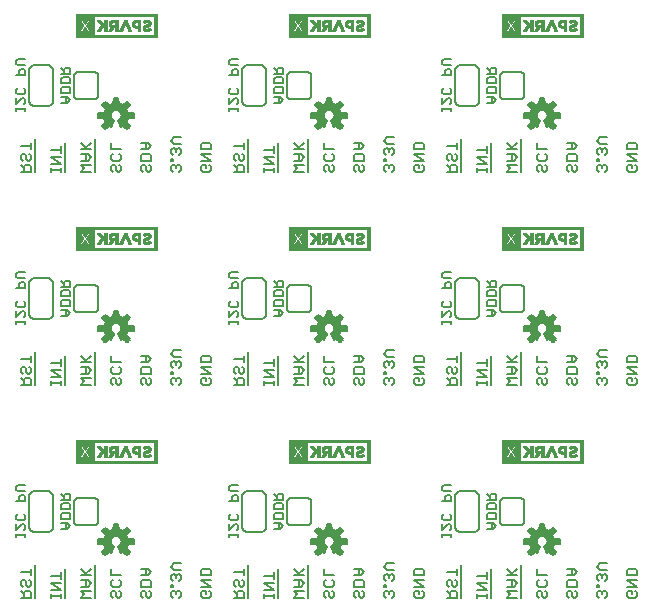
<source format=gbo>
G75*
%MOIN*%
%OFA0B0*%
%FSLAX25Y25*%
%IPPOS*%
%LPD*%
%AMOC8*
5,1,8,0,0,1.08239X$1,22.5*
%
%ADD10C,0.00600*%
%ADD11C,0.00500*%
%ADD12C,0.00591*%
%ADD13C,0.00039*%
D10*
X0005550Y0016360D02*
X0008953Y0016360D01*
X0008953Y0018061D01*
X0008386Y0018629D01*
X0007251Y0018629D01*
X0006684Y0018061D01*
X0006684Y0016360D01*
X0006684Y0017494D02*
X0005550Y0018629D01*
X0006117Y0020043D02*
X0005550Y0020610D01*
X0005550Y0021745D01*
X0006117Y0022312D01*
X0006684Y0022312D01*
X0007251Y0021745D01*
X0007251Y0020610D01*
X0007819Y0020043D01*
X0008386Y0020043D01*
X0008953Y0020610D01*
X0008953Y0021745D01*
X0008386Y0022312D01*
X0008953Y0023726D02*
X0008953Y0025995D01*
X0008953Y0024861D02*
X0005550Y0024861D01*
X0010150Y0027109D02*
X0010150Y0016060D01*
X0015550Y0016360D02*
X0015550Y0017494D01*
X0015550Y0016927D02*
X0018953Y0016927D01*
X0018953Y0016360D02*
X0018953Y0017494D01*
X0018953Y0018815D02*
X0015550Y0018815D01*
X0015550Y0021084D02*
X0018953Y0021084D01*
X0018953Y0022499D02*
X0018953Y0024767D01*
X0018953Y0023633D02*
X0015550Y0023633D01*
X0015550Y0021084D02*
X0018953Y0018815D01*
X0020150Y0016060D02*
X0020150Y0025882D01*
X0025550Y0025995D02*
X0027251Y0024293D01*
X0026684Y0023726D02*
X0028953Y0025995D01*
X0030150Y0027109D02*
X0030150Y0016060D01*
X0028953Y0016360D02*
X0025550Y0016360D01*
X0026684Y0017494D01*
X0025550Y0018629D01*
X0028953Y0018629D01*
X0027819Y0020043D02*
X0028953Y0021177D01*
X0027819Y0022312D01*
X0025550Y0022312D01*
X0025550Y0023726D02*
X0028953Y0023726D01*
X0027251Y0022312D02*
X0027251Y0020043D01*
X0027819Y0020043D02*
X0025550Y0020043D01*
X0035550Y0020610D02*
X0035550Y0021745D01*
X0036117Y0022312D01*
X0035550Y0023726D02*
X0035550Y0025995D01*
X0035550Y0023726D02*
X0038953Y0023726D01*
X0038386Y0022312D02*
X0038953Y0021745D01*
X0038953Y0020610D01*
X0038386Y0020043D01*
X0036117Y0020043D01*
X0035550Y0020610D01*
X0036117Y0018629D02*
X0035550Y0018061D01*
X0035550Y0016927D01*
X0036117Y0016360D01*
X0037251Y0016927D02*
X0037251Y0018061D01*
X0036684Y0018629D01*
X0036117Y0018629D01*
X0037251Y0016927D02*
X0037819Y0016360D01*
X0038386Y0016360D01*
X0038953Y0016927D01*
X0038953Y0018061D01*
X0038386Y0018629D01*
X0045550Y0018061D02*
X0045550Y0016927D01*
X0046117Y0016360D01*
X0047251Y0016927D02*
X0047251Y0018061D01*
X0046684Y0018629D01*
X0046117Y0018629D01*
X0045550Y0018061D01*
X0045550Y0020043D02*
X0045550Y0021745D01*
X0046117Y0022312D01*
X0048386Y0022312D01*
X0048953Y0021745D01*
X0048953Y0020043D01*
X0045550Y0020043D01*
X0045550Y0023726D02*
X0047819Y0023726D01*
X0048953Y0024861D01*
X0047819Y0025995D01*
X0045550Y0025995D01*
X0047251Y0025995D02*
X0047251Y0023726D01*
X0048386Y0018629D02*
X0048953Y0018061D01*
X0048953Y0016927D01*
X0048386Y0016360D01*
X0047819Y0016360D01*
X0047251Y0016927D01*
X0055550Y0016927D02*
X0056117Y0016360D01*
X0055550Y0016927D02*
X0055550Y0018061D01*
X0056117Y0018629D01*
X0056684Y0018629D01*
X0057251Y0018061D01*
X0057251Y0017494D01*
X0057251Y0018061D02*
X0057819Y0018629D01*
X0058386Y0018629D01*
X0058953Y0018061D01*
X0058953Y0016927D01*
X0058386Y0016360D01*
X0056117Y0020043D02*
X0056117Y0020610D01*
X0055550Y0020610D01*
X0055550Y0020043D01*
X0056117Y0020043D01*
X0056117Y0021885D02*
X0055550Y0022452D01*
X0055550Y0023586D01*
X0056117Y0024153D01*
X0056684Y0024153D01*
X0057251Y0023586D01*
X0057251Y0023019D01*
X0057251Y0023586D02*
X0057819Y0024153D01*
X0058386Y0024153D01*
X0058953Y0023586D01*
X0058953Y0022452D01*
X0058386Y0021885D01*
X0058953Y0025568D02*
X0056684Y0025568D01*
X0055550Y0026702D01*
X0056684Y0027836D01*
X0058953Y0027836D01*
X0065550Y0025428D02*
X0065550Y0023726D01*
X0068953Y0023726D01*
X0068953Y0025428D01*
X0068386Y0025995D01*
X0066117Y0025995D01*
X0065550Y0025428D01*
X0065550Y0022312D02*
X0068953Y0022312D01*
X0068953Y0020043D02*
X0065550Y0020043D01*
X0066117Y0018629D02*
X0067251Y0018629D01*
X0067251Y0017494D01*
X0066117Y0016360D02*
X0065550Y0016927D01*
X0065550Y0018061D01*
X0066117Y0018629D01*
X0068386Y0018629D02*
X0068953Y0018061D01*
X0068953Y0016927D01*
X0068386Y0016360D01*
X0066117Y0016360D01*
X0068953Y0020043D02*
X0065550Y0022312D01*
X0076550Y0021745D02*
X0076550Y0020610D01*
X0077117Y0020043D01*
X0078251Y0020610D02*
X0078251Y0021745D01*
X0077684Y0022312D01*
X0077117Y0022312D01*
X0076550Y0021745D01*
X0078251Y0020610D02*
X0078819Y0020043D01*
X0079386Y0020043D01*
X0079953Y0020610D01*
X0079953Y0021745D01*
X0079386Y0022312D01*
X0079953Y0023726D02*
X0079953Y0025995D01*
X0079953Y0024861D02*
X0076550Y0024861D01*
X0081150Y0027109D02*
X0081150Y0016060D01*
X0079953Y0016360D02*
X0079953Y0018061D01*
X0079386Y0018629D01*
X0078251Y0018629D01*
X0077684Y0018061D01*
X0077684Y0016360D01*
X0076550Y0016360D02*
X0079953Y0016360D01*
X0077684Y0017494D02*
X0076550Y0018629D01*
X0086550Y0018815D02*
X0089953Y0018815D01*
X0086550Y0021084D01*
X0089953Y0021084D01*
X0089953Y0022499D02*
X0089953Y0024767D01*
X0089953Y0023633D02*
X0086550Y0023633D01*
X0091150Y0025882D02*
X0091150Y0016060D01*
X0089953Y0016360D02*
X0089953Y0017494D01*
X0089953Y0016927D02*
X0086550Y0016927D01*
X0086550Y0016360D02*
X0086550Y0017494D01*
X0096550Y0016360D02*
X0097684Y0017494D01*
X0096550Y0018629D01*
X0099953Y0018629D01*
X0098819Y0020043D02*
X0099953Y0021177D01*
X0098819Y0022312D01*
X0096550Y0022312D01*
X0096550Y0023726D02*
X0099953Y0023726D01*
X0098251Y0024293D02*
X0096550Y0025995D01*
X0097684Y0023726D02*
X0099953Y0025995D01*
X0101150Y0027109D02*
X0101150Y0016060D01*
X0099953Y0016360D02*
X0096550Y0016360D01*
X0096550Y0020043D02*
X0098819Y0020043D01*
X0098251Y0020043D02*
X0098251Y0022312D01*
X0106550Y0021745D02*
X0107117Y0022312D01*
X0106550Y0021745D02*
X0106550Y0020610D01*
X0107117Y0020043D01*
X0109386Y0020043D01*
X0109953Y0020610D01*
X0109953Y0021745D01*
X0109386Y0022312D01*
X0109953Y0023726D02*
X0106550Y0023726D01*
X0106550Y0025995D01*
X0107117Y0018629D02*
X0106550Y0018061D01*
X0106550Y0016927D01*
X0107117Y0016360D01*
X0108251Y0016927D02*
X0108251Y0018061D01*
X0107684Y0018629D01*
X0107117Y0018629D01*
X0108251Y0016927D02*
X0108819Y0016360D01*
X0109386Y0016360D01*
X0109953Y0016927D01*
X0109953Y0018061D01*
X0109386Y0018629D01*
X0116550Y0018061D02*
X0116550Y0016927D01*
X0117117Y0016360D01*
X0118251Y0016927D02*
X0118251Y0018061D01*
X0117684Y0018629D01*
X0117117Y0018629D01*
X0116550Y0018061D01*
X0116550Y0020043D02*
X0116550Y0021745D01*
X0117117Y0022312D01*
X0119386Y0022312D01*
X0119953Y0021745D01*
X0119953Y0020043D01*
X0116550Y0020043D01*
X0119386Y0018629D02*
X0119953Y0018061D01*
X0119953Y0016927D01*
X0119386Y0016360D01*
X0118819Y0016360D01*
X0118251Y0016927D01*
X0118251Y0023726D02*
X0118251Y0025995D01*
X0118819Y0025995D02*
X0116550Y0025995D01*
X0118819Y0025995D02*
X0119953Y0024861D01*
X0118819Y0023726D01*
X0116550Y0023726D01*
X0126550Y0023586D02*
X0126550Y0022452D01*
X0127117Y0021885D01*
X0127117Y0020610D02*
X0126550Y0020610D01*
X0126550Y0020043D01*
X0127117Y0020043D01*
X0127117Y0020610D01*
X0127117Y0018629D02*
X0126550Y0018061D01*
X0126550Y0016927D01*
X0127117Y0016360D01*
X0128251Y0017494D02*
X0128251Y0018061D01*
X0127684Y0018629D01*
X0127117Y0018629D01*
X0128251Y0018061D02*
X0128819Y0018629D01*
X0129386Y0018629D01*
X0129953Y0018061D01*
X0129953Y0016927D01*
X0129386Y0016360D01*
X0129386Y0021885D02*
X0129953Y0022452D01*
X0129953Y0023586D01*
X0129386Y0024153D01*
X0128819Y0024153D01*
X0128251Y0023586D01*
X0127684Y0024153D01*
X0127117Y0024153D01*
X0126550Y0023586D01*
X0128251Y0023586D02*
X0128251Y0023019D01*
X0127684Y0025568D02*
X0126550Y0026702D01*
X0127684Y0027836D01*
X0129953Y0027836D01*
X0129953Y0025568D02*
X0127684Y0025568D01*
X0136550Y0025428D02*
X0136550Y0023726D01*
X0139953Y0023726D01*
X0139953Y0025428D01*
X0139386Y0025995D01*
X0137117Y0025995D01*
X0136550Y0025428D01*
X0136550Y0022312D02*
X0139953Y0022312D01*
X0139953Y0020043D02*
X0136550Y0022312D01*
X0136550Y0020043D02*
X0139953Y0020043D01*
X0139386Y0018629D02*
X0139953Y0018061D01*
X0139953Y0016927D01*
X0139386Y0016360D01*
X0137117Y0016360D01*
X0136550Y0016927D01*
X0136550Y0018061D01*
X0137117Y0018629D01*
X0138251Y0018629D01*
X0138251Y0017494D01*
X0147550Y0016360D02*
X0150953Y0016360D01*
X0150953Y0018061D01*
X0150386Y0018629D01*
X0149251Y0018629D01*
X0148684Y0018061D01*
X0148684Y0016360D01*
X0148684Y0017494D02*
X0147550Y0018629D01*
X0148117Y0020043D02*
X0147550Y0020610D01*
X0147550Y0021745D01*
X0148117Y0022312D01*
X0148684Y0022312D01*
X0149251Y0021745D01*
X0149251Y0020610D01*
X0149819Y0020043D01*
X0150386Y0020043D01*
X0150953Y0020610D01*
X0150953Y0021745D01*
X0150386Y0022312D01*
X0150953Y0023726D02*
X0150953Y0025995D01*
X0150953Y0024861D02*
X0147550Y0024861D01*
X0152150Y0027109D02*
X0152150Y0016060D01*
X0157550Y0016360D02*
X0157550Y0017494D01*
X0157550Y0016927D02*
X0160953Y0016927D01*
X0160953Y0016360D02*
X0160953Y0017494D01*
X0160953Y0018815D02*
X0157550Y0021084D01*
X0160953Y0021084D01*
X0160953Y0022499D02*
X0160953Y0024767D01*
X0160953Y0023633D02*
X0157550Y0023633D01*
X0157550Y0018815D02*
X0160953Y0018815D01*
X0162150Y0016060D02*
X0162150Y0025882D01*
X0167550Y0025995D02*
X0169251Y0024293D01*
X0168684Y0023726D02*
X0170953Y0025995D01*
X0172150Y0027109D02*
X0172150Y0016060D01*
X0170953Y0016360D02*
X0167550Y0016360D01*
X0168684Y0017494D01*
X0167550Y0018629D01*
X0170953Y0018629D01*
X0169819Y0020043D02*
X0167550Y0020043D01*
X0169251Y0020043D02*
X0169251Y0022312D01*
X0169819Y0022312D02*
X0167550Y0022312D01*
X0167550Y0023726D02*
X0170953Y0023726D01*
X0169819Y0022312D02*
X0170953Y0021177D01*
X0169819Y0020043D01*
X0177550Y0020610D02*
X0177550Y0021745D01*
X0178117Y0022312D01*
X0177550Y0023726D02*
X0177550Y0025995D01*
X0177550Y0023726D02*
X0180953Y0023726D01*
X0180386Y0022312D02*
X0180953Y0021745D01*
X0180953Y0020610D01*
X0180386Y0020043D01*
X0178117Y0020043D01*
X0177550Y0020610D01*
X0178117Y0018629D02*
X0177550Y0018061D01*
X0177550Y0016927D01*
X0178117Y0016360D01*
X0179251Y0016927D02*
X0179251Y0018061D01*
X0178684Y0018629D01*
X0178117Y0018629D01*
X0179251Y0016927D02*
X0179819Y0016360D01*
X0180386Y0016360D01*
X0180953Y0016927D01*
X0180953Y0018061D01*
X0180386Y0018629D01*
X0187550Y0018061D02*
X0187550Y0016927D01*
X0188117Y0016360D01*
X0189251Y0016927D02*
X0189251Y0018061D01*
X0188684Y0018629D01*
X0188117Y0018629D01*
X0187550Y0018061D01*
X0187550Y0020043D02*
X0187550Y0021745D01*
X0188117Y0022312D01*
X0190386Y0022312D01*
X0190953Y0021745D01*
X0190953Y0020043D01*
X0187550Y0020043D01*
X0190386Y0018629D02*
X0190953Y0018061D01*
X0190953Y0016927D01*
X0190386Y0016360D01*
X0189819Y0016360D01*
X0189251Y0016927D01*
X0189251Y0023726D02*
X0189251Y0025995D01*
X0189819Y0025995D02*
X0187550Y0025995D01*
X0189819Y0025995D02*
X0190953Y0024861D01*
X0189819Y0023726D01*
X0187550Y0023726D01*
X0197550Y0023586D02*
X0197550Y0022452D01*
X0198117Y0021885D01*
X0198117Y0020610D02*
X0197550Y0020610D01*
X0197550Y0020043D01*
X0198117Y0020043D01*
X0198117Y0020610D01*
X0198117Y0018629D02*
X0197550Y0018061D01*
X0197550Y0016927D01*
X0198117Y0016360D01*
X0199251Y0017494D02*
X0199251Y0018061D01*
X0198684Y0018629D01*
X0198117Y0018629D01*
X0199251Y0018061D02*
X0199819Y0018629D01*
X0200386Y0018629D01*
X0200953Y0018061D01*
X0200953Y0016927D01*
X0200386Y0016360D01*
X0200386Y0021885D02*
X0200953Y0022452D01*
X0200953Y0023586D01*
X0200386Y0024153D01*
X0199819Y0024153D01*
X0199251Y0023586D01*
X0198684Y0024153D01*
X0198117Y0024153D01*
X0197550Y0023586D01*
X0199251Y0023586D02*
X0199251Y0023019D01*
X0198684Y0025568D02*
X0197550Y0026702D01*
X0198684Y0027836D01*
X0200953Y0027836D01*
X0200953Y0025568D02*
X0198684Y0025568D01*
X0207550Y0025428D02*
X0207550Y0023726D01*
X0210953Y0023726D01*
X0210953Y0025428D01*
X0210386Y0025995D01*
X0208117Y0025995D01*
X0207550Y0025428D01*
X0207550Y0022312D02*
X0210953Y0022312D01*
X0210953Y0020043D02*
X0207550Y0022312D01*
X0207550Y0020043D02*
X0210953Y0020043D01*
X0210386Y0018629D02*
X0210953Y0018061D01*
X0210953Y0016927D01*
X0210386Y0016360D01*
X0208117Y0016360D01*
X0207550Y0016927D01*
X0207550Y0018061D01*
X0208117Y0018629D01*
X0209251Y0018629D01*
X0209251Y0017494D01*
X0173250Y0041660D02*
X0173250Y0048460D01*
X0173248Y0048520D01*
X0173243Y0048581D01*
X0173234Y0048640D01*
X0173221Y0048699D01*
X0173205Y0048758D01*
X0173185Y0048815D01*
X0173162Y0048870D01*
X0173135Y0048925D01*
X0173106Y0048977D01*
X0173073Y0049028D01*
X0173037Y0049077D01*
X0172999Y0049123D01*
X0172957Y0049167D01*
X0172913Y0049209D01*
X0172867Y0049247D01*
X0172818Y0049283D01*
X0172767Y0049316D01*
X0172715Y0049345D01*
X0172660Y0049372D01*
X0172605Y0049395D01*
X0172548Y0049415D01*
X0172489Y0049431D01*
X0172430Y0049444D01*
X0172371Y0049453D01*
X0172310Y0049458D01*
X0172250Y0049460D01*
X0166250Y0049460D01*
X0166190Y0049458D01*
X0166129Y0049453D01*
X0166070Y0049444D01*
X0166011Y0049431D01*
X0165952Y0049415D01*
X0165895Y0049395D01*
X0165840Y0049372D01*
X0165785Y0049345D01*
X0165733Y0049316D01*
X0165682Y0049283D01*
X0165633Y0049247D01*
X0165587Y0049209D01*
X0165543Y0049167D01*
X0165501Y0049123D01*
X0165463Y0049077D01*
X0165427Y0049028D01*
X0165394Y0048977D01*
X0165365Y0048925D01*
X0165338Y0048870D01*
X0165315Y0048815D01*
X0165295Y0048758D01*
X0165279Y0048699D01*
X0165266Y0048640D01*
X0165257Y0048581D01*
X0165252Y0048520D01*
X0165250Y0048460D01*
X0165250Y0041660D01*
X0165252Y0041600D01*
X0165257Y0041539D01*
X0165266Y0041480D01*
X0165279Y0041421D01*
X0165295Y0041362D01*
X0165315Y0041305D01*
X0165338Y0041250D01*
X0165365Y0041195D01*
X0165394Y0041143D01*
X0165427Y0041092D01*
X0165463Y0041043D01*
X0165501Y0040997D01*
X0165543Y0040953D01*
X0165587Y0040911D01*
X0165633Y0040873D01*
X0165682Y0040837D01*
X0165733Y0040804D01*
X0165785Y0040775D01*
X0165840Y0040748D01*
X0165895Y0040725D01*
X0165952Y0040705D01*
X0166011Y0040689D01*
X0166070Y0040676D01*
X0166129Y0040667D01*
X0166190Y0040662D01*
X0166250Y0040660D01*
X0172250Y0040660D01*
X0172310Y0040662D01*
X0172371Y0040667D01*
X0172430Y0040676D01*
X0172489Y0040689D01*
X0172548Y0040705D01*
X0172605Y0040725D01*
X0172660Y0040748D01*
X0172715Y0040775D01*
X0172767Y0040804D01*
X0172818Y0040837D01*
X0172867Y0040873D01*
X0172913Y0040911D01*
X0172957Y0040953D01*
X0172999Y0040997D01*
X0173037Y0041043D01*
X0173073Y0041092D01*
X0173106Y0041143D01*
X0173135Y0041195D01*
X0173162Y0041250D01*
X0173185Y0041305D01*
X0173205Y0041362D01*
X0173221Y0041421D01*
X0173234Y0041480D01*
X0173243Y0041539D01*
X0173248Y0041600D01*
X0173250Y0041660D01*
X0158250Y0040060D02*
X0158250Y0050060D01*
X0158248Y0050143D01*
X0158242Y0050226D01*
X0158233Y0050309D01*
X0158219Y0050391D01*
X0158202Y0050472D01*
X0158181Y0050553D01*
X0158157Y0050632D01*
X0158128Y0050710D01*
X0158097Y0050787D01*
X0158061Y0050862D01*
X0158023Y0050936D01*
X0157980Y0051008D01*
X0157935Y0051077D01*
X0157886Y0051145D01*
X0157835Y0051210D01*
X0157780Y0051273D01*
X0157723Y0051333D01*
X0157663Y0051390D01*
X0157600Y0051445D01*
X0157535Y0051496D01*
X0157467Y0051545D01*
X0157398Y0051590D01*
X0157326Y0051633D01*
X0157252Y0051671D01*
X0157177Y0051707D01*
X0157100Y0051738D01*
X0157022Y0051767D01*
X0156943Y0051791D01*
X0156862Y0051812D01*
X0156781Y0051829D01*
X0156699Y0051843D01*
X0156616Y0051852D01*
X0156533Y0051858D01*
X0156450Y0051860D01*
X0152050Y0051860D01*
X0151967Y0051858D01*
X0151884Y0051852D01*
X0151801Y0051843D01*
X0151719Y0051829D01*
X0151638Y0051812D01*
X0151557Y0051791D01*
X0151478Y0051767D01*
X0151400Y0051738D01*
X0151323Y0051707D01*
X0151248Y0051671D01*
X0151174Y0051633D01*
X0151102Y0051590D01*
X0151033Y0051545D01*
X0150965Y0051496D01*
X0150900Y0051445D01*
X0150837Y0051390D01*
X0150777Y0051333D01*
X0150720Y0051273D01*
X0150665Y0051210D01*
X0150614Y0051145D01*
X0150565Y0051077D01*
X0150520Y0051008D01*
X0150477Y0050936D01*
X0150439Y0050862D01*
X0150403Y0050787D01*
X0150372Y0050710D01*
X0150343Y0050632D01*
X0150319Y0050553D01*
X0150298Y0050472D01*
X0150281Y0050391D01*
X0150267Y0050309D01*
X0150258Y0050226D01*
X0150252Y0050143D01*
X0150250Y0050060D01*
X0150250Y0040060D01*
X0150252Y0039977D01*
X0150258Y0039894D01*
X0150267Y0039811D01*
X0150281Y0039729D01*
X0150298Y0039648D01*
X0150319Y0039567D01*
X0150343Y0039488D01*
X0150372Y0039410D01*
X0150403Y0039333D01*
X0150439Y0039258D01*
X0150477Y0039184D01*
X0150520Y0039112D01*
X0150565Y0039043D01*
X0150614Y0038975D01*
X0150665Y0038910D01*
X0150720Y0038847D01*
X0150777Y0038787D01*
X0150837Y0038730D01*
X0150900Y0038675D01*
X0150965Y0038624D01*
X0151033Y0038575D01*
X0151102Y0038530D01*
X0151174Y0038487D01*
X0151248Y0038449D01*
X0151323Y0038413D01*
X0151400Y0038382D01*
X0151478Y0038353D01*
X0151557Y0038329D01*
X0151638Y0038308D01*
X0151719Y0038291D01*
X0151801Y0038277D01*
X0151884Y0038268D01*
X0151967Y0038262D01*
X0152050Y0038260D01*
X0156450Y0038260D01*
X0156533Y0038262D01*
X0156616Y0038268D01*
X0156699Y0038277D01*
X0156781Y0038291D01*
X0156862Y0038308D01*
X0156943Y0038329D01*
X0157022Y0038353D01*
X0157100Y0038382D01*
X0157177Y0038413D01*
X0157252Y0038449D01*
X0157326Y0038487D01*
X0157398Y0038530D01*
X0157467Y0038575D01*
X0157535Y0038624D01*
X0157600Y0038675D01*
X0157663Y0038730D01*
X0157723Y0038787D01*
X0157780Y0038847D01*
X0157835Y0038910D01*
X0157886Y0038975D01*
X0157935Y0039043D01*
X0157980Y0039112D01*
X0158023Y0039184D01*
X0158061Y0039258D01*
X0158097Y0039333D01*
X0158128Y0039410D01*
X0158157Y0039488D01*
X0158181Y0039567D01*
X0158202Y0039648D01*
X0158219Y0039729D01*
X0158233Y0039811D01*
X0158242Y0039894D01*
X0158248Y0039977D01*
X0158250Y0040060D01*
X0162150Y0087060D02*
X0162150Y0096882D01*
X0160953Y0095767D02*
X0160953Y0093499D01*
X0160953Y0094633D02*
X0157550Y0094633D01*
X0157550Y0092084D02*
X0160953Y0092084D01*
X0160953Y0089815D02*
X0157550Y0092084D01*
X0157550Y0089815D02*
X0160953Y0089815D01*
X0160953Y0088494D02*
X0160953Y0087360D01*
X0160953Y0087927D02*
X0157550Y0087927D01*
X0157550Y0087360D02*
X0157550Y0088494D01*
X0152150Y0087060D02*
X0152150Y0098109D01*
X0150953Y0096995D02*
X0150953Y0094726D01*
X0150953Y0095861D02*
X0147550Y0095861D01*
X0148117Y0093312D02*
X0147550Y0092745D01*
X0147550Y0091610D01*
X0148117Y0091043D01*
X0149251Y0091610D02*
X0149251Y0092745D01*
X0148684Y0093312D01*
X0148117Y0093312D01*
X0149251Y0091610D02*
X0149819Y0091043D01*
X0150386Y0091043D01*
X0150953Y0091610D01*
X0150953Y0092745D01*
X0150386Y0093312D01*
X0150386Y0089629D02*
X0149251Y0089629D01*
X0148684Y0089061D01*
X0148684Y0087360D01*
X0147550Y0087360D02*
X0150953Y0087360D01*
X0150953Y0089061D01*
X0150386Y0089629D01*
X0148684Y0088494D02*
X0147550Y0089629D01*
X0139953Y0089061D02*
X0139953Y0087927D01*
X0139386Y0087360D01*
X0137117Y0087360D01*
X0136550Y0087927D01*
X0136550Y0089061D01*
X0137117Y0089629D01*
X0138251Y0089629D01*
X0138251Y0088494D01*
X0139386Y0089629D02*
X0139953Y0089061D01*
X0139953Y0091043D02*
X0136550Y0093312D01*
X0139953Y0093312D01*
X0139953Y0094726D02*
X0139953Y0096428D01*
X0139386Y0096995D01*
X0137117Y0096995D01*
X0136550Y0096428D01*
X0136550Y0094726D01*
X0139953Y0094726D01*
X0139953Y0091043D02*
X0136550Y0091043D01*
X0129953Y0089061D02*
X0129386Y0089629D01*
X0128819Y0089629D01*
X0128251Y0089061D01*
X0127684Y0089629D01*
X0127117Y0089629D01*
X0126550Y0089061D01*
X0126550Y0087927D01*
X0127117Y0087360D01*
X0128251Y0088494D02*
X0128251Y0089061D01*
X0129953Y0089061D02*
X0129953Y0087927D01*
X0129386Y0087360D01*
X0127117Y0091043D02*
X0127117Y0091610D01*
X0126550Y0091610D01*
X0126550Y0091043D01*
X0127117Y0091043D01*
X0127117Y0092885D02*
X0126550Y0093452D01*
X0126550Y0094586D01*
X0127117Y0095153D01*
X0127684Y0095153D01*
X0128251Y0094586D01*
X0128251Y0094019D01*
X0128251Y0094586D02*
X0128819Y0095153D01*
X0129386Y0095153D01*
X0129953Y0094586D01*
X0129953Y0093452D01*
X0129386Y0092885D01*
X0129953Y0096568D02*
X0127684Y0096568D01*
X0126550Y0097702D01*
X0127684Y0098836D01*
X0129953Y0098836D01*
X0119953Y0095861D02*
X0118819Y0096995D01*
X0116550Y0096995D01*
X0118251Y0096995D02*
X0118251Y0094726D01*
X0118819Y0094726D02*
X0119953Y0095861D01*
X0118819Y0094726D02*
X0116550Y0094726D01*
X0117117Y0093312D02*
X0119386Y0093312D01*
X0119953Y0092745D01*
X0119953Y0091043D01*
X0116550Y0091043D01*
X0116550Y0092745D01*
X0117117Y0093312D01*
X0117117Y0089629D02*
X0116550Y0089061D01*
X0116550Y0087927D01*
X0117117Y0087360D01*
X0118251Y0087927D02*
X0118251Y0089061D01*
X0117684Y0089629D01*
X0117117Y0089629D01*
X0118251Y0087927D02*
X0118819Y0087360D01*
X0119386Y0087360D01*
X0119953Y0087927D01*
X0119953Y0089061D01*
X0119386Y0089629D01*
X0109953Y0089061D02*
X0109953Y0087927D01*
X0109386Y0087360D01*
X0108819Y0087360D01*
X0108251Y0087927D01*
X0108251Y0089061D01*
X0107684Y0089629D01*
X0107117Y0089629D01*
X0106550Y0089061D01*
X0106550Y0087927D01*
X0107117Y0087360D01*
X0109386Y0089629D02*
X0109953Y0089061D01*
X0109386Y0091043D02*
X0107117Y0091043D01*
X0106550Y0091610D01*
X0106550Y0092745D01*
X0107117Y0093312D01*
X0106550Y0094726D02*
X0106550Y0096995D01*
X0106550Y0094726D02*
X0109953Y0094726D01*
X0109386Y0093312D02*
X0109953Y0092745D01*
X0109953Y0091610D01*
X0109386Y0091043D01*
X0101150Y0087060D02*
X0101150Y0098109D01*
X0099953Y0096995D02*
X0097684Y0094726D01*
X0098251Y0095293D02*
X0096550Y0096995D01*
X0096550Y0094726D02*
X0099953Y0094726D01*
X0098819Y0093312D02*
X0096550Y0093312D01*
X0098251Y0093312D02*
X0098251Y0091043D01*
X0098819Y0091043D02*
X0099953Y0092177D01*
X0098819Y0093312D01*
X0098819Y0091043D02*
X0096550Y0091043D01*
X0096550Y0089629D02*
X0099953Y0089629D01*
X0099953Y0087360D02*
X0096550Y0087360D01*
X0097684Y0088494D01*
X0096550Y0089629D01*
X0091150Y0087060D02*
X0091150Y0096882D01*
X0089953Y0095767D02*
X0089953Y0093499D01*
X0089953Y0094633D02*
X0086550Y0094633D01*
X0086550Y0092084D02*
X0089953Y0092084D01*
X0089953Y0089815D02*
X0086550Y0092084D01*
X0086550Y0089815D02*
X0089953Y0089815D01*
X0089953Y0088494D02*
X0089953Y0087360D01*
X0089953Y0087927D02*
X0086550Y0087927D01*
X0086550Y0087360D02*
X0086550Y0088494D01*
X0081150Y0087060D02*
X0081150Y0098109D01*
X0079953Y0096995D02*
X0079953Y0094726D01*
X0079953Y0095861D02*
X0076550Y0095861D01*
X0077117Y0093312D02*
X0076550Y0092745D01*
X0076550Y0091610D01*
X0077117Y0091043D01*
X0078251Y0091610D02*
X0078251Y0092745D01*
X0077684Y0093312D01*
X0077117Y0093312D01*
X0078251Y0091610D02*
X0078819Y0091043D01*
X0079386Y0091043D01*
X0079953Y0091610D01*
X0079953Y0092745D01*
X0079386Y0093312D01*
X0079386Y0089629D02*
X0078251Y0089629D01*
X0077684Y0089061D01*
X0077684Y0087360D01*
X0076550Y0087360D02*
X0079953Y0087360D01*
X0079953Y0089061D01*
X0079386Y0089629D01*
X0077684Y0088494D02*
X0076550Y0089629D01*
X0068953Y0089061D02*
X0068953Y0087927D01*
X0068386Y0087360D01*
X0066117Y0087360D01*
X0065550Y0087927D01*
X0065550Y0089061D01*
X0066117Y0089629D01*
X0067251Y0089629D01*
X0067251Y0088494D01*
X0068386Y0089629D02*
X0068953Y0089061D01*
X0068953Y0091043D02*
X0065550Y0091043D01*
X0065550Y0093312D02*
X0068953Y0093312D01*
X0068953Y0094726D02*
X0065550Y0094726D01*
X0065550Y0096428D01*
X0066117Y0096995D01*
X0068386Y0096995D01*
X0068953Y0096428D01*
X0068953Y0094726D01*
X0068953Y0091043D02*
X0065550Y0093312D01*
X0058953Y0093452D02*
X0058953Y0094586D01*
X0058386Y0095153D01*
X0057819Y0095153D01*
X0057251Y0094586D01*
X0056684Y0095153D01*
X0056117Y0095153D01*
X0055550Y0094586D01*
X0055550Y0093452D01*
X0056117Y0092885D01*
X0056117Y0091610D02*
X0055550Y0091610D01*
X0055550Y0091043D01*
X0056117Y0091043D01*
X0056117Y0091610D01*
X0056117Y0089629D02*
X0055550Y0089061D01*
X0055550Y0087927D01*
X0056117Y0087360D01*
X0057251Y0088494D02*
X0057251Y0089061D01*
X0056684Y0089629D01*
X0056117Y0089629D01*
X0057251Y0089061D02*
X0057819Y0089629D01*
X0058386Y0089629D01*
X0058953Y0089061D01*
X0058953Y0087927D01*
X0058386Y0087360D01*
X0058386Y0092885D02*
X0058953Y0093452D01*
X0057251Y0094019D02*
X0057251Y0094586D01*
X0056684Y0096568D02*
X0055550Y0097702D01*
X0056684Y0098836D01*
X0058953Y0098836D01*
X0058953Y0096568D02*
X0056684Y0096568D01*
X0048953Y0095861D02*
X0047819Y0096995D01*
X0045550Y0096995D01*
X0047251Y0096995D02*
X0047251Y0094726D01*
X0047819Y0094726D02*
X0045550Y0094726D01*
X0046117Y0093312D02*
X0045550Y0092745D01*
X0045550Y0091043D01*
X0048953Y0091043D01*
X0048953Y0092745D01*
X0048386Y0093312D01*
X0046117Y0093312D01*
X0047819Y0094726D02*
X0048953Y0095861D01*
X0048386Y0089629D02*
X0048953Y0089061D01*
X0048953Y0087927D01*
X0048386Y0087360D01*
X0047819Y0087360D01*
X0047251Y0087927D01*
X0047251Y0089061D01*
X0046684Y0089629D01*
X0046117Y0089629D01*
X0045550Y0089061D01*
X0045550Y0087927D01*
X0046117Y0087360D01*
X0038953Y0087927D02*
X0038386Y0087360D01*
X0037819Y0087360D01*
X0037251Y0087927D01*
X0037251Y0089061D01*
X0036684Y0089629D01*
X0036117Y0089629D01*
X0035550Y0089061D01*
X0035550Y0087927D01*
X0036117Y0087360D01*
X0038953Y0087927D02*
X0038953Y0089061D01*
X0038386Y0089629D01*
X0038386Y0091043D02*
X0036117Y0091043D01*
X0035550Y0091610D01*
X0035550Y0092745D01*
X0036117Y0093312D01*
X0035550Y0094726D02*
X0035550Y0096995D01*
X0035550Y0094726D02*
X0038953Y0094726D01*
X0038386Y0093312D02*
X0038953Y0092745D01*
X0038953Y0091610D01*
X0038386Y0091043D01*
X0030150Y0087060D02*
X0030150Y0098109D01*
X0028953Y0096995D02*
X0026684Y0094726D01*
X0027251Y0095293D02*
X0025550Y0096995D01*
X0025550Y0094726D02*
X0028953Y0094726D01*
X0027819Y0093312D02*
X0025550Y0093312D01*
X0027251Y0093312D02*
X0027251Y0091043D01*
X0027819Y0091043D02*
X0028953Y0092177D01*
X0027819Y0093312D01*
X0027819Y0091043D02*
X0025550Y0091043D01*
X0025550Y0089629D02*
X0028953Y0089629D01*
X0028953Y0087360D02*
X0025550Y0087360D01*
X0026684Y0088494D01*
X0025550Y0089629D01*
X0020150Y0087060D02*
X0020150Y0096882D01*
X0018953Y0095767D02*
X0018953Y0093499D01*
X0018953Y0094633D02*
X0015550Y0094633D01*
X0015550Y0092084D02*
X0018953Y0092084D01*
X0018953Y0089815D02*
X0015550Y0089815D01*
X0015550Y0088494D02*
X0015550Y0087360D01*
X0015550Y0087927D02*
X0018953Y0087927D01*
X0018953Y0087360D02*
X0018953Y0088494D01*
X0018953Y0089815D02*
X0015550Y0092084D01*
X0008953Y0091610D02*
X0008386Y0091043D01*
X0007819Y0091043D01*
X0007251Y0091610D01*
X0007251Y0092745D01*
X0006684Y0093312D01*
X0006117Y0093312D01*
X0005550Y0092745D01*
X0005550Y0091610D01*
X0006117Y0091043D01*
X0005550Y0089629D02*
X0006684Y0088494D01*
X0006684Y0089061D02*
X0006684Y0087360D01*
X0005550Y0087360D02*
X0008953Y0087360D01*
X0008953Y0089061D01*
X0008386Y0089629D01*
X0007251Y0089629D01*
X0006684Y0089061D01*
X0008953Y0091610D02*
X0008953Y0092745D01*
X0008386Y0093312D01*
X0008953Y0094726D02*
X0008953Y0096995D01*
X0008953Y0095861D02*
X0005550Y0095861D01*
X0010150Y0098109D02*
X0010150Y0087060D01*
X0010050Y0109260D02*
X0014450Y0109260D01*
X0014533Y0109262D01*
X0014616Y0109268D01*
X0014699Y0109277D01*
X0014781Y0109291D01*
X0014862Y0109308D01*
X0014943Y0109329D01*
X0015022Y0109353D01*
X0015100Y0109382D01*
X0015177Y0109413D01*
X0015252Y0109449D01*
X0015326Y0109487D01*
X0015398Y0109530D01*
X0015467Y0109575D01*
X0015535Y0109624D01*
X0015600Y0109675D01*
X0015663Y0109730D01*
X0015723Y0109787D01*
X0015780Y0109847D01*
X0015835Y0109910D01*
X0015886Y0109975D01*
X0015935Y0110043D01*
X0015980Y0110112D01*
X0016023Y0110184D01*
X0016061Y0110258D01*
X0016097Y0110333D01*
X0016128Y0110410D01*
X0016157Y0110488D01*
X0016181Y0110567D01*
X0016202Y0110648D01*
X0016219Y0110729D01*
X0016233Y0110811D01*
X0016242Y0110894D01*
X0016248Y0110977D01*
X0016250Y0111060D01*
X0016250Y0121060D01*
X0016248Y0121143D01*
X0016242Y0121226D01*
X0016233Y0121309D01*
X0016219Y0121391D01*
X0016202Y0121472D01*
X0016181Y0121553D01*
X0016157Y0121632D01*
X0016128Y0121710D01*
X0016097Y0121787D01*
X0016061Y0121862D01*
X0016023Y0121936D01*
X0015980Y0122008D01*
X0015935Y0122077D01*
X0015886Y0122145D01*
X0015835Y0122210D01*
X0015780Y0122273D01*
X0015723Y0122333D01*
X0015663Y0122390D01*
X0015600Y0122445D01*
X0015535Y0122496D01*
X0015467Y0122545D01*
X0015398Y0122590D01*
X0015326Y0122633D01*
X0015252Y0122671D01*
X0015177Y0122707D01*
X0015100Y0122738D01*
X0015022Y0122767D01*
X0014943Y0122791D01*
X0014862Y0122812D01*
X0014781Y0122829D01*
X0014699Y0122843D01*
X0014616Y0122852D01*
X0014533Y0122858D01*
X0014450Y0122860D01*
X0010050Y0122860D01*
X0009967Y0122858D01*
X0009884Y0122852D01*
X0009801Y0122843D01*
X0009719Y0122829D01*
X0009638Y0122812D01*
X0009557Y0122791D01*
X0009478Y0122767D01*
X0009400Y0122738D01*
X0009323Y0122707D01*
X0009248Y0122671D01*
X0009174Y0122633D01*
X0009102Y0122590D01*
X0009033Y0122545D01*
X0008965Y0122496D01*
X0008900Y0122445D01*
X0008837Y0122390D01*
X0008777Y0122333D01*
X0008720Y0122273D01*
X0008665Y0122210D01*
X0008614Y0122145D01*
X0008565Y0122077D01*
X0008520Y0122008D01*
X0008477Y0121936D01*
X0008439Y0121862D01*
X0008403Y0121787D01*
X0008372Y0121710D01*
X0008343Y0121632D01*
X0008319Y0121553D01*
X0008298Y0121472D01*
X0008281Y0121391D01*
X0008267Y0121309D01*
X0008258Y0121226D01*
X0008252Y0121143D01*
X0008250Y0121060D01*
X0008250Y0111060D01*
X0008252Y0110977D01*
X0008258Y0110894D01*
X0008267Y0110811D01*
X0008281Y0110729D01*
X0008298Y0110648D01*
X0008319Y0110567D01*
X0008343Y0110488D01*
X0008372Y0110410D01*
X0008403Y0110333D01*
X0008439Y0110258D01*
X0008477Y0110184D01*
X0008520Y0110112D01*
X0008565Y0110043D01*
X0008614Y0109975D01*
X0008665Y0109910D01*
X0008720Y0109847D01*
X0008777Y0109787D01*
X0008837Y0109730D01*
X0008900Y0109675D01*
X0008965Y0109624D01*
X0009033Y0109575D01*
X0009102Y0109530D01*
X0009174Y0109487D01*
X0009248Y0109449D01*
X0009323Y0109413D01*
X0009400Y0109382D01*
X0009478Y0109353D01*
X0009557Y0109329D01*
X0009638Y0109308D01*
X0009719Y0109291D01*
X0009801Y0109277D01*
X0009884Y0109268D01*
X0009967Y0109262D01*
X0010050Y0109260D01*
X0023250Y0112660D02*
X0023250Y0119460D01*
X0023252Y0119520D01*
X0023257Y0119581D01*
X0023266Y0119640D01*
X0023279Y0119699D01*
X0023295Y0119758D01*
X0023315Y0119815D01*
X0023338Y0119870D01*
X0023365Y0119925D01*
X0023394Y0119977D01*
X0023427Y0120028D01*
X0023463Y0120077D01*
X0023501Y0120123D01*
X0023543Y0120167D01*
X0023587Y0120209D01*
X0023633Y0120247D01*
X0023682Y0120283D01*
X0023733Y0120316D01*
X0023785Y0120345D01*
X0023840Y0120372D01*
X0023895Y0120395D01*
X0023952Y0120415D01*
X0024011Y0120431D01*
X0024070Y0120444D01*
X0024129Y0120453D01*
X0024190Y0120458D01*
X0024250Y0120460D01*
X0030250Y0120460D01*
X0030310Y0120458D01*
X0030371Y0120453D01*
X0030430Y0120444D01*
X0030489Y0120431D01*
X0030548Y0120415D01*
X0030605Y0120395D01*
X0030660Y0120372D01*
X0030715Y0120345D01*
X0030767Y0120316D01*
X0030818Y0120283D01*
X0030867Y0120247D01*
X0030913Y0120209D01*
X0030957Y0120167D01*
X0030999Y0120123D01*
X0031037Y0120077D01*
X0031073Y0120028D01*
X0031106Y0119977D01*
X0031135Y0119925D01*
X0031162Y0119870D01*
X0031185Y0119815D01*
X0031205Y0119758D01*
X0031221Y0119699D01*
X0031234Y0119640D01*
X0031243Y0119581D01*
X0031248Y0119520D01*
X0031250Y0119460D01*
X0031250Y0112660D01*
X0031248Y0112600D01*
X0031243Y0112539D01*
X0031234Y0112480D01*
X0031221Y0112421D01*
X0031205Y0112362D01*
X0031185Y0112305D01*
X0031162Y0112250D01*
X0031135Y0112195D01*
X0031106Y0112143D01*
X0031073Y0112092D01*
X0031037Y0112043D01*
X0030999Y0111997D01*
X0030957Y0111953D01*
X0030913Y0111911D01*
X0030867Y0111873D01*
X0030818Y0111837D01*
X0030767Y0111804D01*
X0030715Y0111775D01*
X0030660Y0111748D01*
X0030605Y0111725D01*
X0030548Y0111705D01*
X0030489Y0111689D01*
X0030430Y0111676D01*
X0030371Y0111667D01*
X0030310Y0111662D01*
X0030250Y0111660D01*
X0024250Y0111660D01*
X0024190Y0111662D01*
X0024129Y0111667D01*
X0024070Y0111676D01*
X0024011Y0111689D01*
X0023952Y0111705D01*
X0023895Y0111725D01*
X0023840Y0111748D01*
X0023785Y0111775D01*
X0023733Y0111804D01*
X0023682Y0111837D01*
X0023633Y0111873D01*
X0023587Y0111911D01*
X0023543Y0111953D01*
X0023501Y0111997D01*
X0023463Y0112043D01*
X0023427Y0112092D01*
X0023394Y0112143D01*
X0023365Y0112195D01*
X0023338Y0112250D01*
X0023315Y0112305D01*
X0023295Y0112362D01*
X0023279Y0112421D01*
X0023266Y0112480D01*
X0023257Y0112539D01*
X0023252Y0112600D01*
X0023250Y0112660D01*
X0020150Y0158060D02*
X0020150Y0167882D01*
X0018953Y0166767D02*
X0018953Y0164499D01*
X0018953Y0165633D02*
X0015550Y0165633D01*
X0015550Y0163084D02*
X0018953Y0163084D01*
X0018953Y0160815D02*
X0015550Y0160815D01*
X0015550Y0159494D02*
X0015550Y0158360D01*
X0015550Y0158927D02*
X0018953Y0158927D01*
X0018953Y0158360D02*
X0018953Y0159494D01*
X0018953Y0160815D02*
X0015550Y0163084D01*
X0008953Y0162610D02*
X0008386Y0162043D01*
X0007819Y0162043D01*
X0007251Y0162610D01*
X0007251Y0163745D01*
X0006684Y0164312D01*
X0006117Y0164312D01*
X0005550Y0163745D01*
X0005550Y0162610D01*
X0006117Y0162043D01*
X0005550Y0160629D02*
X0006684Y0159494D01*
X0006684Y0160061D02*
X0006684Y0158360D01*
X0005550Y0158360D02*
X0008953Y0158360D01*
X0008953Y0160061D01*
X0008386Y0160629D01*
X0007251Y0160629D01*
X0006684Y0160061D01*
X0010150Y0158060D02*
X0010150Y0169109D01*
X0008953Y0167995D02*
X0008953Y0165726D01*
X0008953Y0166861D02*
X0005550Y0166861D01*
X0008386Y0164312D02*
X0008953Y0163745D01*
X0008953Y0162610D01*
X0025550Y0162043D02*
X0027819Y0162043D01*
X0028953Y0163177D01*
X0027819Y0164312D01*
X0025550Y0164312D01*
X0025550Y0165726D02*
X0028953Y0165726D01*
X0027251Y0166293D02*
X0025550Y0167995D01*
X0026684Y0165726D02*
X0028953Y0167995D01*
X0030150Y0169109D02*
X0030150Y0158060D01*
X0028953Y0158360D02*
X0025550Y0158360D01*
X0026684Y0159494D01*
X0025550Y0160629D01*
X0028953Y0160629D01*
X0027251Y0162043D02*
X0027251Y0164312D01*
X0035550Y0163745D02*
X0036117Y0164312D01*
X0035550Y0163745D02*
X0035550Y0162610D01*
X0036117Y0162043D01*
X0038386Y0162043D01*
X0038953Y0162610D01*
X0038953Y0163745D01*
X0038386Y0164312D01*
X0038953Y0165726D02*
X0035550Y0165726D01*
X0035550Y0167995D01*
X0036117Y0160629D02*
X0035550Y0160061D01*
X0035550Y0158927D01*
X0036117Y0158360D01*
X0037251Y0158927D02*
X0037251Y0160061D01*
X0036684Y0160629D01*
X0036117Y0160629D01*
X0037251Y0158927D02*
X0037819Y0158360D01*
X0038386Y0158360D01*
X0038953Y0158927D01*
X0038953Y0160061D01*
X0038386Y0160629D01*
X0045550Y0160061D02*
X0045550Y0158927D01*
X0046117Y0158360D01*
X0047251Y0158927D02*
X0047251Y0160061D01*
X0046684Y0160629D01*
X0046117Y0160629D01*
X0045550Y0160061D01*
X0045550Y0162043D02*
X0045550Y0163745D01*
X0046117Y0164312D01*
X0048386Y0164312D01*
X0048953Y0163745D01*
X0048953Y0162043D01*
X0045550Y0162043D01*
X0047251Y0158927D02*
X0047819Y0158360D01*
X0048386Y0158360D01*
X0048953Y0158927D01*
X0048953Y0160061D01*
X0048386Y0160629D01*
X0047819Y0165726D02*
X0045550Y0165726D01*
X0047251Y0165726D02*
X0047251Y0167995D01*
X0047819Y0167995D02*
X0048953Y0166861D01*
X0047819Y0165726D01*
X0047819Y0167995D02*
X0045550Y0167995D01*
X0055550Y0168702D02*
X0056684Y0169836D01*
X0058953Y0169836D01*
X0058953Y0167568D02*
X0056684Y0167568D01*
X0055550Y0168702D01*
X0056117Y0166153D02*
X0055550Y0165586D01*
X0055550Y0164452D01*
X0056117Y0163885D01*
X0056117Y0162610D02*
X0055550Y0162610D01*
X0055550Y0162043D01*
X0056117Y0162043D01*
X0056117Y0162610D01*
X0056117Y0160629D02*
X0055550Y0160061D01*
X0055550Y0158927D01*
X0056117Y0158360D01*
X0057251Y0159494D02*
X0057251Y0160061D01*
X0056684Y0160629D01*
X0056117Y0160629D01*
X0057251Y0160061D02*
X0057819Y0160629D01*
X0058386Y0160629D01*
X0058953Y0160061D01*
X0058953Y0158927D01*
X0058386Y0158360D01*
X0058386Y0163885D02*
X0058953Y0164452D01*
X0058953Y0165586D01*
X0058386Y0166153D01*
X0057819Y0166153D01*
X0057251Y0165586D01*
X0056684Y0166153D01*
X0056117Y0166153D01*
X0057251Y0165586D02*
X0057251Y0165019D01*
X0065550Y0164312D02*
X0068953Y0164312D01*
X0068953Y0165726D02*
X0065550Y0165726D01*
X0065550Y0167428D01*
X0066117Y0167995D01*
X0068386Y0167995D01*
X0068953Y0167428D01*
X0068953Y0165726D01*
X0068953Y0162043D02*
X0065550Y0164312D01*
X0065550Y0162043D02*
X0068953Y0162043D01*
X0068386Y0160629D02*
X0068953Y0160061D01*
X0068953Y0158927D01*
X0068386Y0158360D01*
X0066117Y0158360D01*
X0065550Y0158927D01*
X0065550Y0160061D01*
X0066117Y0160629D01*
X0067251Y0160629D01*
X0067251Y0159494D01*
X0076550Y0158360D02*
X0079953Y0158360D01*
X0079953Y0160061D01*
X0079386Y0160629D01*
X0078251Y0160629D01*
X0077684Y0160061D01*
X0077684Y0158360D01*
X0077684Y0159494D02*
X0076550Y0160629D01*
X0077117Y0162043D02*
X0076550Y0162610D01*
X0076550Y0163745D01*
X0077117Y0164312D01*
X0077684Y0164312D01*
X0078251Y0163745D01*
X0078251Y0162610D01*
X0078819Y0162043D01*
X0079386Y0162043D01*
X0079953Y0162610D01*
X0079953Y0163745D01*
X0079386Y0164312D01*
X0079953Y0165726D02*
X0079953Y0167995D01*
X0079953Y0166861D02*
X0076550Y0166861D01*
X0081150Y0169109D02*
X0081150Y0158060D01*
X0086550Y0158360D02*
X0086550Y0159494D01*
X0086550Y0158927D02*
X0089953Y0158927D01*
X0089953Y0158360D02*
X0089953Y0159494D01*
X0089953Y0160815D02*
X0086550Y0163084D01*
X0089953Y0163084D01*
X0089953Y0164499D02*
X0089953Y0166767D01*
X0089953Y0165633D02*
X0086550Y0165633D01*
X0086550Y0160815D02*
X0089953Y0160815D01*
X0091150Y0158060D02*
X0091150Y0167882D01*
X0096550Y0167995D02*
X0098251Y0166293D01*
X0097684Y0165726D02*
X0099953Y0167995D01*
X0101150Y0169109D02*
X0101150Y0158060D01*
X0099953Y0158360D02*
X0096550Y0158360D01*
X0097684Y0159494D01*
X0096550Y0160629D01*
X0099953Y0160629D01*
X0098819Y0162043D02*
X0099953Y0163177D01*
X0098819Y0164312D01*
X0096550Y0164312D01*
X0096550Y0165726D02*
X0099953Y0165726D01*
X0098251Y0164312D02*
X0098251Y0162043D01*
X0098819Y0162043D02*
X0096550Y0162043D01*
X0106550Y0162610D02*
X0107117Y0162043D01*
X0109386Y0162043D01*
X0109953Y0162610D01*
X0109953Y0163745D01*
X0109386Y0164312D01*
X0109953Y0165726D02*
X0106550Y0165726D01*
X0106550Y0167995D01*
X0107117Y0164312D02*
X0106550Y0163745D01*
X0106550Y0162610D01*
X0107117Y0160629D02*
X0106550Y0160061D01*
X0106550Y0158927D01*
X0107117Y0158360D01*
X0108251Y0158927D02*
X0108251Y0160061D01*
X0107684Y0160629D01*
X0107117Y0160629D01*
X0108251Y0158927D02*
X0108819Y0158360D01*
X0109386Y0158360D01*
X0109953Y0158927D01*
X0109953Y0160061D01*
X0109386Y0160629D01*
X0116550Y0160061D02*
X0116550Y0158927D01*
X0117117Y0158360D01*
X0118251Y0158927D02*
X0118251Y0160061D01*
X0117684Y0160629D01*
X0117117Y0160629D01*
X0116550Y0160061D01*
X0116550Y0162043D02*
X0116550Y0163745D01*
X0117117Y0164312D01*
X0119386Y0164312D01*
X0119953Y0163745D01*
X0119953Y0162043D01*
X0116550Y0162043D01*
X0119386Y0160629D02*
X0119953Y0160061D01*
X0119953Y0158927D01*
X0119386Y0158360D01*
X0118819Y0158360D01*
X0118251Y0158927D01*
X0118251Y0165726D02*
X0118251Y0167995D01*
X0118819Y0167995D02*
X0116550Y0167995D01*
X0118819Y0167995D02*
X0119953Y0166861D01*
X0118819Y0165726D01*
X0116550Y0165726D01*
X0126550Y0165586D02*
X0126550Y0164452D01*
X0127117Y0163885D01*
X0127117Y0162610D02*
X0126550Y0162610D01*
X0126550Y0162043D01*
X0127117Y0162043D01*
X0127117Y0162610D01*
X0127117Y0160629D02*
X0126550Y0160061D01*
X0126550Y0158927D01*
X0127117Y0158360D01*
X0128251Y0159494D02*
X0128251Y0160061D01*
X0127684Y0160629D01*
X0127117Y0160629D01*
X0128251Y0160061D02*
X0128819Y0160629D01*
X0129386Y0160629D01*
X0129953Y0160061D01*
X0129953Y0158927D01*
X0129386Y0158360D01*
X0129386Y0163885D02*
X0129953Y0164452D01*
X0129953Y0165586D01*
X0129386Y0166153D01*
X0128819Y0166153D01*
X0128251Y0165586D01*
X0127684Y0166153D01*
X0127117Y0166153D01*
X0126550Y0165586D01*
X0128251Y0165586D02*
X0128251Y0165019D01*
X0127684Y0167568D02*
X0126550Y0168702D01*
X0127684Y0169836D01*
X0129953Y0169836D01*
X0129953Y0167568D02*
X0127684Y0167568D01*
X0136550Y0167428D02*
X0136550Y0165726D01*
X0139953Y0165726D01*
X0139953Y0167428D01*
X0139386Y0167995D01*
X0137117Y0167995D01*
X0136550Y0167428D01*
X0136550Y0164312D02*
X0139953Y0164312D01*
X0139953Y0162043D02*
X0136550Y0164312D01*
X0136550Y0162043D02*
X0139953Y0162043D01*
X0139386Y0160629D02*
X0139953Y0160061D01*
X0139953Y0158927D01*
X0139386Y0158360D01*
X0137117Y0158360D01*
X0136550Y0158927D01*
X0136550Y0160061D01*
X0137117Y0160629D01*
X0138251Y0160629D01*
X0138251Y0159494D01*
X0147550Y0158360D02*
X0150953Y0158360D01*
X0150953Y0160061D01*
X0150386Y0160629D01*
X0149251Y0160629D01*
X0148684Y0160061D01*
X0148684Y0158360D01*
X0148684Y0159494D02*
X0147550Y0160629D01*
X0148117Y0162043D02*
X0147550Y0162610D01*
X0147550Y0163745D01*
X0148117Y0164312D01*
X0148684Y0164312D01*
X0149251Y0163745D01*
X0149251Y0162610D01*
X0149819Y0162043D01*
X0150386Y0162043D01*
X0150953Y0162610D01*
X0150953Y0163745D01*
X0150386Y0164312D01*
X0150953Y0165726D02*
X0150953Y0167995D01*
X0150953Y0166861D02*
X0147550Y0166861D01*
X0152150Y0169109D02*
X0152150Y0158060D01*
X0157550Y0158360D02*
X0157550Y0159494D01*
X0157550Y0158927D02*
X0160953Y0158927D01*
X0160953Y0158360D02*
X0160953Y0159494D01*
X0160953Y0160815D02*
X0157550Y0163084D01*
X0160953Y0163084D01*
X0160953Y0164499D02*
X0160953Y0166767D01*
X0160953Y0165633D02*
X0157550Y0165633D01*
X0157550Y0160815D02*
X0160953Y0160815D01*
X0162150Y0158060D02*
X0162150Y0167882D01*
X0167550Y0167995D02*
X0169251Y0166293D01*
X0168684Y0165726D02*
X0170953Y0167995D01*
X0172150Y0169109D02*
X0172150Y0158060D01*
X0170953Y0158360D02*
X0167550Y0158360D01*
X0168684Y0159494D01*
X0167550Y0160629D01*
X0170953Y0160629D01*
X0169819Y0162043D02*
X0170953Y0163177D01*
X0169819Y0164312D01*
X0167550Y0164312D01*
X0167550Y0165726D02*
X0170953Y0165726D01*
X0169251Y0164312D02*
X0169251Y0162043D01*
X0169819Y0162043D02*
X0167550Y0162043D01*
X0177550Y0162610D02*
X0178117Y0162043D01*
X0180386Y0162043D01*
X0180953Y0162610D01*
X0180953Y0163745D01*
X0180386Y0164312D01*
X0180953Y0165726D02*
X0177550Y0165726D01*
X0177550Y0167995D01*
X0178117Y0164312D02*
X0177550Y0163745D01*
X0177550Y0162610D01*
X0178117Y0160629D02*
X0177550Y0160061D01*
X0177550Y0158927D01*
X0178117Y0158360D01*
X0179251Y0158927D02*
X0179251Y0160061D01*
X0178684Y0160629D01*
X0178117Y0160629D01*
X0179251Y0158927D02*
X0179819Y0158360D01*
X0180386Y0158360D01*
X0180953Y0158927D01*
X0180953Y0160061D01*
X0180386Y0160629D01*
X0187550Y0160061D02*
X0187550Y0158927D01*
X0188117Y0158360D01*
X0189251Y0158927D02*
X0189251Y0160061D01*
X0188684Y0160629D01*
X0188117Y0160629D01*
X0187550Y0160061D01*
X0187550Y0162043D02*
X0187550Y0163745D01*
X0188117Y0164312D01*
X0190386Y0164312D01*
X0190953Y0163745D01*
X0190953Y0162043D01*
X0187550Y0162043D01*
X0190386Y0160629D02*
X0190953Y0160061D01*
X0190953Y0158927D01*
X0190386Y0158360D01*
X0189819Y0158360D01*
X0189251Y0158927D01*
X0189251Y0165726D02*
X0189251Y0167995D01*
X0189819Y0167995D02*
X0187550Y0167995D01*
X0189819Y0167995D02*
X0190953Y0166861D01*
X0189819Y0165726D01*
X0187550Y0165726D01*
X0197550Y0165586D02*
X0197550Y0164452D01*
X0198117Y0163885D01*
X0198117Y0162610D02*
X0197550Y0162610D01*
X0197550Y0162043D01*
X0198117Y0162043D01*
X0198117Y0162610D01*
X0198117Y0160629D02*
X0197550Y0160061D01*
X0197550Y0158927D01*
X0198117Y0158360D01*
X0199251Y0159494D02*
X0199251Y0160061D01*
X0198684Y0160629D01*
X0198117Y0160629D01*
X0199251Y0160061D02*
X0199819Y0160629D01*
X0200386Y0160629D01*
X0200953Y0160061D01*
X0200953Y0158927D01*
X0200386Y0158360D01*
X0200386Y0163885D02*
X0200953Y0164452D01*
X0200953Y0165586D01*
X0200386Y0166153D01*
X0199819Y0166153D01*
X0199251Y0165586D01*
X0198684Y0166153D01*
X0198117Y0166153D01*
X0197550Y0165586D01*
X0199251Y0165586D02*
X0199251Y0165019D01*
X0198684Y0167568D02*
X0197550Y0168702D01*
X0198684Y0169836D01*
X0200953Y0169836D01*
X0200953Y0167568D02*
X0198684Y0167568D01*
X0207550Y0167428D02*
X0207550Y0165726D01*
X0210953Y0165726D01*
X0210953Y0167428D01*
X0210386Y0167995D01*
X0208117Y0167995D01*
X0207550Y0167428D01*
X0207550Y0164312D02*
X0210953Y0164312D01*
X0210953Y0162043D02*
X0207550Y0164312D01*
X0207550Y0162043D02*
X0210953Y0162043D01*
X0210386Y0160629D02*
X0210953Y0160061D01*
X0210953Y0158927D01*
X0210386Y0158360D01*
X0208117Y0158360D01*
X0207550Y0158927D01*
X0207550Y0160061D01*
X0208117Y0160629D01*
X0209251Y0160629D01*
X0209251Y0159494D01*
X0173250Y0183660D02*
X0173250Y0190460D01*
X0173248Y0190520D01*
X0173243Y0190581D01*
X0173234Y0190640D01*
X0173221Y0190699D01*
X0173205Y0190758D01*
X0173185Y0190815D01*
X0173162Y0190870D01*
X0173135Y0190925D01*
X0173106Y0190977D01*
X0173073Y0191028D01*
X0173037Y0191077D01*
X0172999Y0191123D01*
X0172957Y0191167D01*
X0172913Y0191209D01*
X0172867Y0191247D01*
X0172818Y0191283D01*
X0172767Y0191316D01*
X0172715Y0191345D01*
X0172660Y0191372D01*
X0172605Y0191395D01*
X0172548Y0191415D01*
X0172489Y0191431D01*
X0172430Y0191444D01*
X0172371Y0191453D01*
X0172310Y0191458D01*
X0172250Y0191460D01*
X0166250Y0191460D01*
X0166190Y0191458D01*
X0166129Y0191453D01*
X0166070Y0191444D01*
X0166011Y0191431D01*
X0165952Y0191415D01*
X0165895Y0191395D01*
X0165840Y0191372D01*
X0165785Y0191345D01*
X0165733Y0191316D01*
X0165682Y0191283D01*
X0165633Y0191247D01*
X0165587Y0191209D01*
X0165543Y0191167D01*
X0165501Y0191123D01*
X0165463Y0191077D01*
X0165427Y0191028D01*
X0165394Y0190977D01*
X0165365Y0190925D01*
X0165338Y0190870D01*
X0165315Y0190815D01*
X0165295Y0190758D01*
X0165279Y0190699D01*
X0165266Y0190640D01*
X0165257Y0190581D01*
X0165252Y0190520D01*
X0165250Y0190460D01*
X0165250Y0183660D01*
X0165252Y0183600D01*
X0165257Y0183539D01*
X0165266Y0183480D01*
X0165279Y0183421D01*
X0165295Y0183362D01*
X0165315Y0183305D01*
X0165338Y0183250D01*
X0165365Y0183195D01*
X0165394Y0183143D01*
X0165427Y0183092D01*
X0165463Y0183043D01*
X0165501Y0182997D01*
X0165543Y0182953D01*
X0165587Y0182911D01*
X0165633Y0182873D01*
X0165682Y0182837D01*
X0165733Y0182804D01*
X0165785Y0182775D01*
X0165840Y0182748D01*
X0165895Y0182725D01*
X0165952Y0182705D01*
X0166011Y0182689D01*
X0166070Y0182676D01*
X0166129Y0182667D01*
X0166190Y0182662D01*
X0166250Y0182660D01*
X0172250Y0182660D01*
X0172310Y0182662D01*
X0172371Y0182667D01*
X0172430Y0182676D01*
X0172489Y0182689D01*
X0172548Y0182705D01*
X0172605Y0182725D01*
X0172660Y0182748D01*
X0172715Y0182775D01*
X0172767Y0182804D01*
X0172818Y0182837D01*
X0172867Y0182873D01*
X0172913Y0182911D01*
X0172957Y0182953D01*
X0172999Y0182997D01*
X0173037Y0183043D01*
X0173073Y0183092D01*
X0173106Y0183143D01*
X0173135Y0183195D01*
X0173162Y0183250D01*
X0173185Y0183305D01*
X0173205Y0183362D01*
X0173221Y0183421D01*
X0173234Y0183480D01*
X0173243Y0183539D01*
X0173248Y0183600D01*
X0173250Y0183660D01*
X0158250Y0182060D02*
X0158250Y0192060D01*
X0158248Y0192143D01*
X0158242Y0192226D01*
X0158233Y0192309D01*
X0158219Y0192391D01*
X0158202Y0192472D01*
X0158181Y0192553D01*
X0158157Y0192632D01*
X0158128Y0192710D01*
X0158097Y0192787D01*
X0158061Y0192862D01*
X0158023Y0192936D01*
X0157980Y0193008D01*
X0157935Y0193077D01*
X0157886Y0193145D01*
X0157835Y0193210D01*
X0157780Y0193273D01*
X0157723Y0193333D01*
X0157663Y0193390D01*
X0157600Y0193445D01*
X0157535Y0193496D01*
X0157467Y0193545D01*
X0157398Y0193590D01*
X0157326Y0193633D01*
X0157252Y0193671D01*
X0157177Y0193707D01*
X0157100Y0193738D01*
X0157022Y0193767D01*
X0156943Y0193791D01*
X0156862Y0193812D01*
X0156781Y0193829D01*
X0156699Y0193843D01*
X0156616Y0193852D01*
X0156533Y0193858D01*
X0156450Y0193860D01*
X0152050Y0193860D01*
X0151967Y0193858D01*
X0151884Y0193852D01*
X0151801Y0193843D01*
X0151719Y0193829D01*
X0151638Y0193812D01*
X0151557Y0193791D01*
X0151478Y0193767D01*
X0151400Y0193738D01*
X0151323Y0193707D01*
X0151248Y0193671D01*
X0151174Y0193633D01*
X0151102Y0193590D01*
X0151033Y0193545D01*
X0150965Y0193496D01*
X0150900Y0193445D01*
X0150837Y0193390D01*
X0150777Y0193333D01*
X0150720Y0193273D01*
X0150665Y0193210D01*
X0150614Y0193145D01*
X0150565Y0193077D01*
X0150520Y0193008D01*
X0150477Y0192936D01*
X0150439Y0192862D01*
X0150403Y0192787D01*
X0150372Y0192710D01*
X0150343Y0192632D01*
X0150319Y0192553D01*
X0150298Y0192472D01*
X0150281Y0192391D01*
X0150267Y0192309D01*
X0150258Y0192226D01*
X0150252Y0192143D01*
X0150250Y0192060D01*
X0150250Y0182060D01*
X0150252Y0181977D01*
X0150258Y0181894D01*
X0150267Y0181811D01*
X0150281Y0181729D01*
X0150298Y0181648D01*
X0150319Y0181567D01*
X0150343Y0181488D01*
X0150372Y0181410D01*
X0150403Y0181333D01*
X0150439Y0181258D01*
X0150477Y0181184D01*
X0150520Y0181112D01*
X0150565Y0181043D01*
X0150614Y0180975D01*
X0150665Y0180910D01*
X0150720Y0180847D01*
X0150777Y0180787D01*
X0150837Y0180730D01*
X0150900Y0180675D01*
X0150965Y0180624D01*
X0151033Y0180575D01*
X0151102Y0180530D01*
X0151174Y0180487D01*
X0151248Y0180449D01*
X0151323Y0180413D01*
X0151400Y0180382D01*
X0151478Y0180353D01*
X0151557Y0180329D01*
X0151638Y0180308D01*
X0151719Y0180291D01*
X0151801Y0180277D01*
X0151884Y0180268D01*
X0151967Y0180262D01*
X0152050Y0180260D01*
X0156450Y0180260D01*
X0156533Y0180262D01*
X0156616Y0180268D01*
X0156699Y0180277D01*
X0156781Y0180291D01*
X0156862Y0180308D01*
X0156943Y0180329D01*
X0157022Y0180353D01*
X0157100Y0180382D01*
X0157177Y0180413D01*
X0157252Y0180449D01*
X0157326Y0180487D01*
X0157398Y0180530D01*
X0157467Y0180575D01*
X0157535Y0180624D01*
X0157600Y0180675D01*
X0157663Y0180730D01*
X0157723Y0180787D01*
X0157780Y0180847D01*
X0157835Y0180910D01*
X0157886Y0180975D01*
X0157935Y0181043D01*
X0157980Y0181112D01*
X0158023Y0181184D01*
X0158061Y0181258D01*
X0158097Y0181333D01*
X0158128Y0181410D01*
X0158157Y0181488D01*
X0158181Y0181567D01*
X0158202Y0181648D01*
X0158219Y0181729D01*
X0158233Y0181811D01*
X0158242Y0181894D01*
X0158248Y0181977D01*
X0158250Y0182060D01*
X0102250Y0183660D02*
X0102250Y0190460D01*
X0102248Y0190520D01*
X0102243Y0190581D01*
X0102234Y0190640D01*
X0102221Y0190699D01*
X0102205Y0190758D01*
X0102185Y0190815D01*
X0102162Y0190870D01*
X0102135Y0190925D01*
X0102106Y0190977D01*
X0102073Y0191028D01*
X0102037Y0191077D01*
X0101999Y0191123D01*
X0101957Y0191167D01*
X0101913Y0191209D01*
X0101867Y0191247D01*
X0101818Y0191283D01*
X0101767Y0191316D01*
X0101715Y0191345D01*
X0101660Y0191372D01*
X0101605Y0191395D01*
X0101548Y0191415D01*
X0101489Y0191431D01*
X0101430Y0191444D01*
X0101371Y0191453D01*
X0101310Y0191458D01*
X0101250Y0191460D01*
X0095250Y0191460D01*
X0095190Y0191458D01*
X0095129Y0191453D01*
X0095070Y0191444D01*
X0095011Y0191431D01*
X0094952Y0191415D01*
X0094895Y0191395D01*
X0094840Y0191372D01*
X0094785Y0191345D01*
X0094733Y0191316D01*
X0094682Y0191283D01*
X0094633Y0191247D01*
X0094587Y0191209D01*
X0094543Y0191167D01*
X0094501Y0191123D01*
X0094463Y0191077D01*
X0094427Y0191028D01*
X0094394Y0190977D01*
X0094365Y0190925D01*
X0094338Y0190870D01*
X0094315Y0190815D01*
X0094295Y0190758D01*
X0094279Y0190699D01*
X0094266Y0190640D01*
X0094257Y0190581D01*
X0094252Y0190520D01*
X0094250Y0190460D01*
X0094250Y0183660D01*
X0094252Y0183600D01*
X0094257Y0183539D01*
X0094266Y0183480D01*
X0094279Y0183421D01*
X0094295Y0183362D01*
X0094315Y0183305D01*
X0094338Y0183250D01*
X0094365Y0183195D01*
X0094394Y0183143D01*
X0094427Y0183092D01*
X0094463Y0183043D01*
X0094501Y0182997D01*
X0094543Y0182953D01*
X0094587Y0182911D01*
X0094633Y0182873D01*
X0094682Y0182837D01*
X0094733Y0182804D01*
X0094785Y0182775D01*
X0094840Y0182748D01*
X0094895Y0182725D01*
X0094952Y0182705D01*
X0095011Y0182689D01*
X0095070Y0182676D01*
X0095129Y0182667D01*
X0095190Y0182662D01*
X0095250Y0182660D01*
X0101250Y0182660D01*
X0101310Y0182662D01*
X0101371Y0182667D01*
X0101430Y0182676D01*
X0101489Y0182689D01*
X0101548Y0182705D01*
X0101605Y0182725D01*
X0101660Y0182748D01*
X0101715Y0182775D01*
X0101767Y0182804D01*
X0101818Y0182837D01*
X0101867Y0182873D01*
X0101913Y0182911D01*
X0101957Y0182953D01*
X0101999Y0182997D01*
X0102037Y0183043D01*
X0102073Y0183092D01*
X0102106Y0183143D01*
X0102135Y0183195D01*
X0102162Y0183250D01*
X0102185Y0183305D01*
X0102205Y0183362D01*
X0102221Y0183421D01*
X0102234Y0183480D01*
X0102243Y0183539D01*
X0102248Y0183600D01*
X0102250Y0183660D01*
X0087250Y0182060D02*
X0087250Y0192060D01*
X0087248Y0192143D01*
X0087242Y0192226D01*
X0087233Y0192309D01*
X0087219Y0192391D01*
X0087202Y0192472D01*
X0087181Y0192553D01*
X0087157Y0192632D01*
X0087128Y0192710D01*
X0087097Y0192787D01*
X0087061Y0192862D01*
X0087023Y0192936D01*
X0086980Y0193008D01*
X0086935Y0193077D01*
X0086886Y0193145D01*
X0086835Y0193210D01*
X0086780Y0193273D01*
X0086723Y0193333D01*
X0086663Y0193390D01*
X0086600Y0193445D01*
X0086535Y0193496D01*
X0086467Y0193545D01*
X0086398Y0193590D01*
X0086326Y0193633D01*
X0086252Y0193671D01*
X0086177Y0193707D01*
X0086100Y0193738D01*
X0086022Y0193767D01*
X0085943Y0193791D01*
X0085862Y0193812D01*
X0085781Y0193829D01*
X0085699Y0193843D01*
X0085616Y0193852D01*
X0085533Y0193858D01*
X0085450Y0193860D01*
X0081050Y0193860D01*
X0080967Y0193858D01*
X0080884Y0193852D01*
X0080801Y0193843D01*
X0080719Y0193829D01*
X0080638Y0193812D01*
X0080557Y0193791D01*
X0080478Y0193767D01*
X0080400Y0193738D01*
X0080323Y0193707D01*
X0080248Y0193671D01*
X0080174Y0193633D01*
X0080102Y0193590D01*
X0080033Y0193545D01*
X0079965Y0193496D01*
X0079900Y0193445D01*
X0079837Y0193390D01*
X0079777Y0193333D01*
X0079720Y0193273D01*
X0079665Y0193210D01*
X0079614Y0193145D01*
X0079565Y0193077D01*
X0079520Y0193008D01*
X0079477Y0192936D01*
X0079439Y0192862D01*
X0079403Y0192787D01*
X0079372Y0192710D01*
X0079343Y0192632D01*
X0079319Y0192553D01*
X0079298Y0192472D01*
X0079281Y0192391D01*
X0079267Y0192309D01*
X0079258Y0192226D01*
X0079252Y0192143D01*
X0079250Y0192060D01*
X0079250Y0182060D01*
X0079252Y0181977D01*
X0079258Y0181894D01*
X0079267Y0181811D01*
X0079281Y0181729D01*
X0079298Y0181648D01*
X0079319Y0181567D01*
X0079343Y0181488D01*
X0079372Y0181410D01*
X0079403Y0181333D01*
X0079439Y0181258D01*
X0079477Y0181184D01*
X0079520Y0181112D01*
X0079565Y0181043D01*
X0079614Y0180975D01*
X0079665Y0180910D01*
X0079720Y0180847D01*
X0079777Y0180787D01*
X0079837Y0180730D01*
X0079900Y0180675D01*
X0079965Y0180624D01*
X0080033Y0180575D01*
X0080102Y0180530D01*
X0080174Y0180487D01*
X0080248Y0180449D01*
X0080323Y0180413D01*
X0080400Y0180382D01*
X0080478Y0180353D01*
X0080557Y0180329D01*
X0080638Y0180308D01*
X0080719Y0180291D01*
X0080801Y0180277D01*
X0080884Y0180268D01*
X0080967Y0180262D01*
X0081050Y0180260D01*
X0085450Y0180260D01*
X0085533Y0180262D01*
X0085616Y0180268D01*
X0085699Y0180277D01*
X0085781Y0180291D01*
X0085862Y0180308D01*
X0085943Y0180329D01*
X0086022Y0180353D01*
X0086100Y0180382D01*
X0086177Y0180413D01*
X0086252Y0180449D01*
X0086326Y0180487D01*
X0086398Y0180530D01*
X0086467Y0180575D01*
X0086535Y0180624D01*
X0086600Y0180675D01*
X0086663Y0180730D01*
X0086723Y0180787D01*
X0086780Y0180847D01*
X0086835Y0180910D01*
X0086886Y0180975D01*
X0086935Y0181043D01*
X0086980Y0181112D01*
X0087023Y0181184D01*
X0087061Y0181258D01*
X0087097Y0181333D01*
X0087128Y0181410D01*
X0087157Y0181488D01*
X0087181Y0181567D01*
X0087202Y0181648D01*
X0087219Y0181729D01*
X0087233Y0181811D01*
X0087242Y0181894D01*
X0087248Y0181977D01*
X0087250Y0182060D01*
X0031250Y0183660D02*
X0031250Y0190460D01*
X0031248Y0190520D01*
X0031243Y0190581D01*
X0031234Y0190640D01*
X0031221Y0190699D01*
X0031205Y0190758D01*
X0031185Y0190815D01*
X0031162Y0190870D01*
X0031135Y0190925D01*
X0031106Y0190977D01*
X0031073Y0191028D01*
X0031037Y0191077D01*
X0030999Y0191123D01*
X0030957Y0191167D01*
X0030913Y0191209D01*
X0030867Y0191247D01*
X0030818Y0191283D01*
X0030767Y0191316D01*
X0030715Y0191345D01*
X0030660Y0191372D01*
X0030605Y0191395D01*
X0030548Y0191415D01*
X0030489Y0191431D01*
X0030430Y0191444D01*
X0030371Y0191453D01*
X0030310Y0191458D01*
X0030250Y0191460D01*
X0024250Y0191460D01*
X0024190Y0191458D01*
X0024129Y0191453D01*
X0024070Y0191444D01*
X0024011Y0191431D01*
X0023952Y0191415D01*
X0023895Y0191395D01*
X0023840Y0191372D01*
X0023785Y0191345D01*
X0023733Y0191316D01*
X0023682Y0191283D01*
X0023633Y0191247D01*
X0023587Y0191209D01*
X0023543Y0191167D01*
X0023501Y0191123D01*
X0023463Y0191077D01*
X0023427Y0191028D01*
X0023394Y0190977D01*
X0023365Y0190925D01*
X0023338Y0190870D01*
X0023315Y0190815D01*
X0023295Y0190758D01*
X0023279Y0190699D01*
X0023266Y0190640D01*
X0023257Y0190581D01*
X0023252Y0190520D01*
X0023250Y0190460D01*
X0023250Y0183660D01*
X0023252Y0183600D01*
X0023257Y0183539D01*
X0023266Y0183480D01*
X0023279Y0183421D01*
X0023295Y0183362D01*
X0023315Y0183305D01*
X0023338Y0183250D01*
X0023365Y0183195D01*
X0023394Y0183143D01*
X0023427Y0183092D01*
X0023463Y0183043D01*
X0023501Y0182997D01*
X0023543Y0182953D01*
X0023587Y0182911D01*
X0023633Y0182873D01*
X0023682Y0182837D01*
X0023733Y0182804D01*
X0023785Y0182775D01*
X0023840Y0182748D01*
X0023895Y0182725D01*
X0023952Y0182705D01*
X0024011Y0182689D01*
X0024070Y0182676D01*
X0024129Y0182667D01*
X0024190Y0182662D01*
X0024250Y0182660D01*
X0030250Y0182660D01*
X0030310Y0182662D01*
X0030371Y0182667D01*
X0030430Y0182676D01*
X0030489Y0182689D01*
X0030548Y0182705D01*
X0030605Y0182725D01*
X0030660Y0182748D01*
X0030715Y0182775D01*
X0030767Y0182804D01*
X0030818Y0182837D01*
X0030867Y0182873D01*
X0030913Y0182911D01*
X0030957Y0182953D01*
X0030999Y0182997D01*
X0031037Y0183043D01*
X0031073Y0183092D01*
X0031106Y0183143D01*
X0031135Y0183195D01*
X0031162Y0183250D01*
X0031185Y0183305D01*
X0031205Y0183362D01*
X0031221Y0183421D01*
X0031234Y0183480D01*
X0031243Y0183539D01*
X0031248Y0183600D01*
X0031250Y0183660D01*
X0016250Y0182060D02*
X0016250Y0192060D01*
X0016248Y0192143D01*
X0016242Y0192226D01*
X0016233Y0192309D01*
X0016219Y0192391D01*
X0016202Y0192472D01*
X0016181Y0192553D01*
X0016157Y0192632D01*
X0016128Y0192710D01*
X0016097Y0192787D01*
X0016061Y0192862D01*
X0016023Y0192936D01*
X0015980Y0193008D01*
X0015935Y0193077D01*
X0015886Y0193145D01*
X0015835Y0193210D01*
X0015780Y0193273D01*
X0015723Y0193333D01*
X0015663Y0193390D01*
X0015600Y0193445D01*
X0015535Y0193496D01*
X0015467Y0193545D01*
X0015398Y0193590D01*
X0015326Y0193633D01*
X0015252Y0193671D01*
X0015177Y0193707D01*
X0015100Y0193738D01*
X0015022Y0193767D01*
X0014943Y0193791D01*
X0014862Y0193812D01*
X0014781Y0193829D01*
X0014699Y0193843D01*
X0014616Y0193852D01*
X0014533Y0193858D01*
X0014450Y0193860D01*
X0010050Y0193860D01*
X0009967Y0193858D01*
X0009884Y0193852D01*
X0009801Y0193843D01*
X0009719Y0193829D01*
X0009638Y0193812D01*
X0009557Y0193791D01*
X0009478Y0193767D01*
X0009400Y0193738D01*
X0009323Y0193707D01*
X0009248Y0193671D01*
X0009174Y0193633D01*
X0009102Y0193590D01*
X0009033Y0193545D01*
X0008965Y0193496D01*
X0008900Y0193445D01*
X0008837Y0193390D01*
X0008777Y0193333D01*
X0008720Y0193273D01*
X0008665Y0193210D01*
X0008614Y0193145D01*
X0008565Y0193077D01*
X0008520Y0193008D01*
X0008477Y0192936D01*
X0008439Y0192862D01*
X0008403Y0192787D01*
X0008372Y0192710D01*
X0008343Y0192632D01*
X0008319Y0192553D01*
X0008298Y0192472D01*
X0008281Y0192391D01*
X0008267Y0192309D01*
X0008258Y0192226D01*
X0008252Y0192143D01*
X0008250Y0192060D01*
X0008250Y0182060D01*
X0008252Y0181977D01*
X0008258Y0181894D01*
X0008267Y0181811D01*
X0008281Y0181729D01*
X0008298Y0181648D01*
X0008319Y0181567D01*
X0008343Y0181488D01*
X0008372Y0181410D01*
X0008403Y0181333D01*
X0008439Y0181258D01*
X0008477Y0181184D01*
X0008520Y0181112D01*
X0008565Y0181043D01*
X0008614Y0180975D01*
X0008665Y0180910D01*
X0008720Y0180847D01*
X0008777Y0180787D01*
X0008837Y0180730D01*
X0008900Y0180675D01*
X0008965Y0180624D01*
X0009033Y0180575D01*
X0009102Y0180530D01*
X0009174Y0180487D01*
X0009248Y0180449D01*
X0009323Y0180413D01*
X0009400Y0180382D01*
X0009478Y0180353D01*
X0009557Y0180329D01*
X0009638Y0180308D01*
X0009719Y0180291D01*
X0009801Y0180277D01*
X0009884Y0180268D01*
X0009967Y0180262D01*
X0010050Y0180260D01*
X0014450Y0180260D01*
X0014533Y0180262D01*
X0014616Y0180268D01*
X0014699Y0180277D01*
X0014781Y0180291D01*
X0014862Y0180308D01*
X0014943Y0180329D01*
X0015022Y0180353D01*
X0015100Y0180382D01*
X0015177Y0180413D01*
X0015252Y0180449D01*
X0015326Y0180487D01*
X0015398Y0180530D01*
X0015467Y0180575D01*
X0015535Y0180624D01*
X0015600Y0180675D01*
X0015663Y0180730D01*
X0015723Y0180787D01*
X0015780Y0180847D01*
X0015835Y0180910D01*
X0015886Y0180975D01*
X0015935Y0181043D01*
X0015980Y0181112D01*
X0016023Y0181184D01*
X0016061Y0181258D01*
X0016097Y0181333D01*
X0016128Y0181410D01*
X0016157Y0181488D01*
X0016181Y0181567D01*
X0016202Y0181648D01*
X0016219Y0181729D01*
X0016233Y0181811D01*
X0016242Y0181894D01*
X0016248Y0181977D01*
X0016250Y0182060D01*
X0079250Y0121060D02*
X0079250Y0111060D01*
X0079252Y0110977D01*
X0079258Y0110894D01*
X0079267Y0110811D01*
X0079281Y0110729D01*
X0079298Y0110648D01*
X0079319Y0110567D01*
X0079343Y0110488D01*
X0079372Y0110410D01*
X0079403Y0110333D01*
X0079439Y0110258D01*
X0079477Y0110184D01*
X0079520Y0110112D01*
X0079565Y0110043D01*
X0079614Y0109975D01*
X0079665Y0109910D01*
X0079720Y0109847D01*
X0079777Y0109787D01*
X0079837Y0109730D01*
X0079900Y0109675D01*
X0079965Y0109624D01*
X0080033Y0109575D01*
X0080102Y0109530D01*
X0080174Y0109487D01*
X0080248Y0109449D01*
X0080323Y0109413D01*
X0080400Y0109382D01*
X0080478Y0109353D01*
X0080557Y0109329D01*
X0080638Y0109308D01*
X0080719Y0109291D01*
X0080801Y0109277D01*
X0080884Y0109268D01*
X0080967Y0109262D01*
X0081050Y0109260D01*
X0085450Y0109260D01*
X0085533Y0109262D01*
X0085616Y0109268D01*
X0085699Y0109277D01*
X0085781Y0109291D01*
X0085862Y0109308D01*
X0085943Y0109329D01*
X0086022Y0109353D01*
X0086100Y0109382D01*
X0086177Y0109413D01*
X0086252Y0109449D01*
X0086326Y0109487D01*
X0086398Y0109530D01*
X0086467Y0109575D01*
X0086535Y0109624D01*
X0086600Y0109675D01*
X0086663Y0109730D01*
X0086723Y0109787D01*
X0086780Y0109847D01*
X0086835Y0109910D01*
X0086886Y0109975D01*
X0086935Y0110043D01*
X0086980Y0110112D01*
X0087023Y0110184D01*
X0087061Y0110258D01*
X0087097Y0110333D01*
X0087128Y0110410D01*
X0087157Y0110488D01*
X0087181Y0110567D01*
X0087202Y0110648D01*
X0087219Y0110729D01*
X0087233Y0110811D01*
X0087242Y0110894D01*
X0087248Y0110977D01*
X0087250Y0111060D01*
X0087250Y0121060D01*
X0087248Y0121143D01*
X0087242Y0121226D01*
X0087233Y0121309D01*
X0087219Y0121391D01*
X0087202Y0121472D01*
X0087181Y0121553D01*
X0087157Y0121632D01*
X0087128Y0121710D01*
X0087097Y0121787D01*
X0087061Y0121862D01*
X0087023Y0121936D01*
X0086980Y0122008D01*
X0086935Y0122077D01*
X0086886Y0122145D01*
X0086835Y0122210D01*
X0086780Y0122273D01*
X0086723Y0122333D01*
X0086663Y0122390D01*
X0086600Y0122445D01*
X0086535Y0122496D01*
X0086467Y0122545D01*
X0086398Y0122590D01*
X0086326Y0122633D01*
X0086252Y0122671D01*
X0086177Y0122707D01*
X0086100Y0122738D01*
X0086022Y0122767D01*
X0085943Y0122791D01*
X0085862Y0122812D01*
X0085781Y0122829D01*
X0085699Y0122843D01*
X0085616Y0122852D01*
X0085533Y0122858D01*
X0085450Y0122860D01*
X0081050Y0122860D01*
X0080967Y0122858D01*
X0080884Y0122852D01*
X0080801Y0122843D01*
X0080719Y0122829D01*
X0080638Y0122812D01*
X0080557Y0122791D01*
X0080478Y0122767D01*
X0080400Y0122738D01*
X0080323Y0122707D01*
X0080248Y0122671D01*
X0080174Y0122633D01*
X0080102Y0122590D01*
X0080033Y0122545D01*
X0079965Y0122496D01*
X0079900Y0122445D01*
X0079837Y0122390D01*
X0079777Y0122333D01*
X0079720Y0122273D01*
X0079665Y0122210D01*
X0079614Y0122145D01*
X0079565Y0122077D01*
X0079520Y0122008D01*
X0079477Y0121936D01*
X0079439Y0121862D01*
X0079403Y0121787D01*
X0079372Y0121710D01*
X0079343Y0121632D01*
X0079319Y0121553D01*
X0079298Y0121472D01*
X0079281Y0121391D01*
X0079267Y0121309D01*
X0079258Y0121226D01*
X0079252Y0121143D01*
X0079250Y0121060D01*
X0094250Y0119460D02*
X0094250Y0112660D01*
X0094252Y0112600D01*
X0094257Y0112539D01*
X0094266Y0112480D01*
X0094279Y0112421D01*
X0094295Y0112362D01*
X0094315Y0112305D01*
X0094338Y0112250D01*
X0094365Y0112195D01*
X0094394Y0112143D01*
X0094427Y0112092D01*
X0094463Y0112043D01*
X0094501Y0111997D01*
X0094543Y0111953D01*
X0094587Y0111911D01*
X0094633Y0111873D01*
X0094682Y0111837D01*
X0094733Y0111804D01*
X0094785Y0111775D01*
X0094840Y0111748D01*
X0094895Y0111725D01*
X0094952Y0111705D01*
X0095011Y0111689D01*
X0095070Y0111676D01*
X0095129Y0111667D01*
X0095190Y0111662D01*
X0095250Y0111660D01*
X0101250Y0111660D01*
X0101310Y0111662D01*
X0101371Y0111667D01*
X0101430Y0111676D01*
X0101489Y0111689D01*
X0101548Y0111705D01*
X0101605Y0111725D01*
X0101660Y0111748D01*
X0101715Y0111775D01*
X0101767Y0111804D01*
X0101818Y0111837D01*
X0101867Y0111873D01*
X0101913Y0111911D01*
X0101957Y0111953D01*
X0101999Y0111997D01*
X0102037Y0112043D01*
X0102073Y0112092D01*
X0102106Y0112143D01*
X0102135Y0112195D01*
X0102162Y0112250D01*
X0102185Y0112305D01*
X0102205Y0112362D01*
X0102221Y0112421D01*
X0102234Y0112480D01*
X0102243Y0112539D01*
X0102248Y0112600D01*
X0102250Y0112660D01*
X0102250Y0119460D01*
X0102248Y0119520D01*
X0102243Y0119581D01*
X0102234Y0119640D01*
X0102221Y0119699D01*
X0102205Y0119758D01*
X0102185Y0119815D01*
X0102162Y0119870D01*
X0102135Y0119925D01*
X0102106Y0119977D01*
X0102073Y0120028D01*
X0102037Y0120077D01*
X0101999Y0120123D01*
X0101957Y0120167D01*
X0101913Y0120209D01*
X0101867Y0120247D01*
X0101818Y0120283D01*
X0101767Y0120316D01*
X0101715Y0120345D01*
X0101660Y0120372D01*
X0101605Y0120395D01*
X0101548Y0120415D01*
X0101489Y0120431D01*
X0101430Y0120444D01*
X0101371Y0120453D01*
X0101310Y0120458D01*
X0101250Y0120460D01*
X0095250Y0120460D01*
X0095190Y0120458D01*
X0095129Y0120453D01*
X0095070Y0120444D01*
X0095011Y0120431D01*
X0094952Y0120415D01*
X0094895Y0120395D01*
X0094840Y0120372D01*
X0094785Y0120345D01*
X0094733Y0120316D01*
X0094682Y0120283D01*
X0094633Y0120247D01*
X0094587Y0120209D01*
X0094543Y0120167D01*
X0094501Y0120123D01*
X0094463Y0120077D01*
X0094427Y0120028D01*
X0094394Y0119977D01*
X0094365Y0119925D01*
X0094338Y0119870D01*
X0094315Y0119815D01*
X0094295Y0119758D01*
X0094279Y0119699D01*
X0094266Y0119640D01*
X0094257Y0119581D01*
X0094252Y0119520D01*
X0094250Y0119460D01*
X0150250Y0121060D02*
X0150250Y0111060D01*
X0150252Y0110977D01*
X0150258Y0110894D01*
X0150267Y0110811D01*
X0150281Y0110729D01*
X0150298Y0110648D01*
X0150319Y0110567D01*
X0150343Y0110488D01*
X0150372Y0110410D01*
X0150403Y0110333D01*
X0150439Y0110258D01*
X0150477Y0110184D01*
X0150520Y0110112D01*
X0150565Y0110043D01*
X0150614Y0109975D01*
X0150665Y0109910D01*
X0150720Y0109847D01*
X0150777Y0109787D01*
X0150837Y0109730D01*
X0150900Y0109675D01*
X0150965Y0109624D01*
X0151033Y0109575D01*
X0151102Y0109530D01*
X0151174Y0109487D01*
X0151248Y0109449D01*
X0151323Y0109413D01*
X0151400Y0109382D01*
X0151478Y0109353D01*
X0151557Y0109329D01*
X0151638Y0109308D01*
X0151719Y0109291D01*
X0151801Y0109277D01*
X0151884Y0109268D01*
X0151967Y0109262D01*
X0152050Y0109260D01*
X0156450Y0109260D01*
X0156533Y0109262D01*
X0156616Y0109268D01*
X0156699Y0109277D01*
X0156781Y0109291D01*
X0156862Y0109308D01*
X0156943Y0109329D01*
X0157022Y0109353D01*
X0157100Y0109382D01*
X0157177Y0109413D01*
X0157252Y0109449D01*
X0157326Y0109487D01*
X0157398Y0109530D01*
X0157467Y0109575D01*
X0157535Y0109624D01*
X0157600Y0109675D01*
X0157663Y0109730D01*
X0157723Y0109787D01*
X0157780Y0109847D01*
X0157835Y0109910D01*
X0157886Y0109975D01*
X0157935Y0110043D01*
X0157980Y0110112D01*
X0158023Y0110184D01*
X0158061Y0110258D01*
X0158097Y0110333D01*
X0158128Y0110410D01*
X0158157Y0110488D01*
X0158181Y0110567D01*
X0158202Y0110648D01*
X0158219Y0110729D01*
X0158233Y0110811D01*
X0158242Y0110894D01*
X0158248Y0110977D01*
X0158250Y0111060D01*
X0158250Y0121060D01*
X0158248Y0121143D01*
X0158242Y0121226D01*
X0158233Y0121309D01*
X0158219Y0121391D01*
X0158202Y0121472D01*
X0158181Y0121553D01*
X0158157Y0121632D01*
X0158128Y0121710D01*
X0158097Y0121787D01*
X0158061Y0121862D01*
X0158023Y0121936D01*
X0157980Y0122008D01*
X0157935Y0122077D01*
X0157886Y0122145D01*
X0157835Y0122210D01*
X0157780Y0122273D01*
X0157723Y0122333D01*
X0157663Y0122390D01*
X0157600Y0122445D01*
X0157535Y0122496D01*
X0157467Y0122545D01*
X0157398Y0122590D01*
X0157326Y0122633D01*
X0157252Y0122671D01*
X0157177Y0122707D01*
X0157100Y0122738D01*
X0157022Y0122767D01*
X0156943Y0122791D01*
X0156862Y0122812D01*
X0156781Y0122829D01*
X0156699Y0122843D01*
X0156616Y0122852D01*
X0156533Y0122858D01*
X0156450Y0122860D01*
X0152050Y0122860D01*
X0151967Y0122858D01*
X0151884Y0122852D01*
X0151801Y0122843D01*
X0151719Y0122829D01*
X0151638Y0122812D01*
X0151557Y0122791D01*
X0151478Y0122767D01*
X0151400Y0122738D01*
X0151323Y0122707D01*
X0151248Y0122671D01*
X0151174Y0122633D01*
X0151102Y0122590D01*
X0151033Y0122545D01*
X0150965Y0122496D01*
X0150900Y0122445D01*
X0150837Y0122390D01*
X0150777Y0122333D01*
X0150720Y0122273D01*
X0150665Y0122210D01*
X0150614Y0122145D01*
X0150565Y0122077D01*
X0150520Y0122008D01*
X0150477Y0121936D01*
X0150439Y0121862D01*
X0150403Y0121787D01*
X0150372Y0121710D01*
X0150343Y0121632D01*
X0150319Y0121553D01*
X0150298Y0121472D01*
X0150281Y0121391D01*
X0150267Y0121309D01*
X0150258Y0121226D01*
X0150252Y0121143D01*
X0150250Y0121060D01*
X0165250Y0119460D02*
X0165250Y0112660D01*
X0165252Y0112600D01*
X0165257Y0112539D01*
X0165266Y0112480D01*
X0165279Y0112421D01*
X0165295Y0112362D01*
X0165315Y0112305D01*
X0165338Y0112250D01*
X0165365Y0112195D01*
X0165394Y0112143D01*
X0165427Y0112092D01*
X0165463Y0112043D01*
X0165501Y0111997D01*
X0165543Y0111953D01*
X0165587Y0111911D01*
X0165633Y0111873D01*
X0165682Y0111837D01*
X0165733Y0111804D01*
X0165785Y0111775D01*
X0165840Y0111748D01*
X0165895Y0111725D01*
X0165952Y0111705D01*
X0166011Y0111689D01*
X0166070Y0111676D01*
X0166129Y0111667D01*
X0166190Y0111662D01*
X0166250Y0111660D01*
X0172250Y0111660D01*
X0172310Y0111662D01*
X0172371Y0111667D01*
X0172430Y0111676D01*
X0172489Y0111689D01*
X0172548Y0111705D01*
X0172605Y0111725D01*
X0172660Y0111748D01*
X0172715Y0111775D01*
X0172767Y0111804D01*
X0172818Y0111837D01*
X0172867Y0111873D01*
X0172913Y0111911D01*
X0172957Y0111953D01*
X0172999Y0111997D01*
X0173037Y0112043D01*
X0173073Y0112092D01*
X0173106Y0112143D01*
X0173135Y0112195D01*
X0173162Y0112250D01*
X0173185Y0112305D01*
X0173205Y0112362D01*
X0173221Y0112421D01*
X0173234Y0112480D01*
X0173243Y0112539D01*
X0173248Y0112600D01*
X0173250Y0112660D01*
X0173250Y0119460D01*
X0173248Y0119520D01*
X0173243Y0119581D01*
X0173234Y0119640D01*
X0173221Y0119699D01*
X0173205Y0119758D01*
X0173185Y0119815D01*
X0173162Y0119870D01*
X0173135Y0119925D01*
X0173106Y0119977D01*
X0173073Y0120028D01*
X0173037Y0120077D01*
X0172999Y0120123D01*
X0172957Y0120167D01*
X0172913Y0120209D01*
X0172867Y0120247D01*
X0172818Y0120283D01*
X0172767Y0120316D01*
X0172715Y0120345D01*
X0172660Y0120372D01*
X0172605Y0120395D01*
X0172548Y0120415D01*
X0172489Y0120431D01*
X0172430Y0120444D01*
X0172371Y0120453D01*
X0172310Y0120458D01*
X0172250Y0120460D01*
X0166250Y0120460D01*
X0166190Y0120458D01*
X0166129Y0120453D01*
X0166070Y0120444D01*
X0166011Y0120431D01*
X0165952Y0120415D01*
X0165895Y0120395D01*
X0165840Y0120372D01*
X0165785Y0120345D01*
X0165733Y0120316D01*
X0165682Y0120283D01*
X0165633Y0120247D01*
X0165587Y0120209D01*
X0165543Y0120167D01*
X0165501Y0120123D01*
X0165463Y0120077D01*
X0165427Y0120028D01*
X0165394Y0119977D01*
X0165365Y0119925D01*
X0165338Y0119870D01*
X0165315Y0119815D01*
X0165295Y0119758D01*
X0165279Y0119699D01*
X0165266Y0119640D01*
X0165257Y0119581D01*
X0165252Y0119520D01*
X0165250Y0119460D01*
X0172150Y0098109D02*
X0172150Y0087060D01*
X0170953Y0087360D02*
X0167550Y0087360D01*
X0168684Y0088494D01*
X0167550Y0089629D01*
X0170953Y0089629D01*
X0169819Y0091043D02*
X0167550Y0091043D01*
X0169251Y0091043D02*
X0169251Y0093312D01*
X0169819Y0093312D02*
X0167550Y0093312D01*
X0167550Y0094726D02*
X0170953Y0094726D01*
X0169251Y0095293D02*
X0167550Y0096995D01*
X0168684Y0094726D02*
X0170953Y0096995D01*
X0169819Y0093312D02*
X0170953Y0092177D01*
X0169819Y0091043D01*
X0177550Y0091610D02*
X0177550Y0092745D01*
X0178117Y0093312D01*
X0177550Y0094726D02*
X0177550Y0096995D01*
X0177550Y0094726D02*
X0180953Y0094726D01*
X0180386Y0093312D02*
X0180953Y0092745D01*
X0180953Y0091610D01*
X0180386Y0091043D01*
X0178117Y0091043D01*
X0177550Y0091610D01*
X0178117Y0089629D02*
X0177550Y0089061D01*
X0177550Y0087927D01*
X0178117Y0087360D01*
X0179251Y0087927D02*
X0179251Y0089061D01*
X0178684Y0089629D01*
X0178117Y0089629D01*
X0179251Y0087927D02*
X0179819Y0087360D01*
X0180386Y0087360D01*
X0180953Y0087927D01*
X0180953Y0089061D01*
X0180386Y0089629D01*
X0187550Y0089061D02*
X0187550Y0087927D01*
X0188117Y0087360D01*
X0189251Y0087927D02*
X0189251Y0089061D01*
X0188684Y0089629D01*
X0188117Y0089629D01*
X0187550Y0089061D01*
X0187550Y0091043D02*
X0187550Y0092745D01*
X0188117Y0093312D01*
X0190386Y0093312D01*
X0190953Y0092745D01*
X0190953Y0091043D01*
X0187550Y0091043D01*
X0190386Y0089629D02*
X0190953Y0089061D01*
X0190953Y0087927D01*
X0190386Y0087360D01*
X0189819Y0087360D01*
X0189251Y0087927D01*
X0189251Y0094726D02*
X0189251Y0096995D01*
X0189819Y0096995D02*
X0187550Y0096995D01*
X0189819Y0096995D02*
X0190953Y0095861D01*
X0189819Y0094726D01*
X0187550Y0094726D01*
X0197550Y0094586D02*
X0197550Y0093452D01*
X0198117Y0092885D01*
X0198117Y0091610D02*
X0197550Y0091610D01*
X0197550Y0091043D01*
X0198117Y0091043D01*
X0198117Y0091610D01*
X0198117Y0089629D02*
X0197550Y0089061D01*
X0197550Y0087927D01*
X0198117Y0087360D01*
X0199251Y0088494D02*
X0199251Y0089061D01*
X0198684Y0089629D01*
X0198117Y0089629D01*
X0199251Y0089061D02*
X0199819Y0089629D01*
X0200386Y0089629D01*
X0200953Y0089061D01*
X0200953Y0087927D01*
X0200386Y0087360D01*
X0200386Y0092885D02*
X0200953Y0093452D01*
X0200953Y0094586D01*
X0200386Y0095153D01*
X0199819Y0095153D01*
X0199251Y0094586D01*
X0198684Y0095153D01*
X0198117Y0095153D01*
X0197550Y0094586D01*
X0199251Y0094586D02*
X0199251Y0094019D01*
X0198684Y0096568D02*
X0197550Y0097702D01*
X0198684Y0098836D01*
X0200953Y0098836D01*
X0200953Y0096568D02*
X0198684Y0096568D01*
X0207550Y0096428D02*
X0208117Y0096995D01*
X0210386Y0096995D01*
X0210953Y0096428D01*
X0210953Y0094726D01*
X0207550Y0094726D01*
X0207550Y0096428D01*
X0207550Y0093312D02*
X0210953Y0093312D01*
X0210953Y0091043D02*
X0207550Y0093312D01*
X0207550Y0091043D02*
X0210953Y0091043D01*
X0210386Y0089629D02*
X0210953Y0089061D01*
X0210953Y0087927D01*
X0210386Y0087360D01*
X0208117Y0087360D01*
X0207550Y0087927D01*
X0207550Y0089061D01*
X0208117Y0089629D01*
X0209251Y0089629D01*
X0209251Y0088494D01*
X0102250Y0048460D02*
X0102250Y0041660D01*
X0102248Y0041600D01*
X0102243Y0041539D01*
X0102234Y0041480D01*
X0102221Y0041421D01*
X0102205Y0041362D01*
X0102185Y0041305D01*
X0102162Y0041250D01*
X0102135Y0041195D01*
X0102106Y0041143D01*
X0102073Y0041092D01*
X0102037Y0041043D01*
X0101999Y0040997D01*
X0101957Y0040953D01*
X0101913Y0040911D01*
X0101867Y0040873D01*
X0101818Y0040837D01*
X0101767Y0040804D01*
X0101715Y0040775D01*
X0101660Y0040748D01*
X0101605Y0040725D01*
X0101548Y0040705D01*
X0101489Y0040689D01*
X0101430Y0040676D01*
X0101371Y0040667D01*
X0101310Y0040662D01*
X0101250Y0040660D01*
X0095250Y0040660D01*
X0095190Y0040662D01*
X0095129Y0040667D01*
X0095070Y0040676D01*
X0095011Y0040689D01*
X0094952Y0040705D01*
X0094895Y0040725D01*
X0094840Y0040748D01*
X0094785Y0040775D01*
X0094733Y0040804D01*
X0094682Y0040837D01*
X0094633Y0040873D01*
X0094587Y0040911D01*
X0094543Y0040953D01*
X0094501Y0040997D01*
X0094463Y0041043D01*
X0094427Y0041092D01*
X0094394Y0041143D01*
X0094365Y0041195D01*
X0094338Y0041250D01*
X0094315Y0041305D01*
X0094295Y0041362D01*
X0094279Y0041421D01*
X0094266Y0041480D01*
X0094257Y0041539D01*
X0094252Y0041600D01*
X0094250Y0041660D01*
X0094250Y0048460D01*
X0094252Y0048520D01*
X0094257Y0048581D01*
X0094266Y0048640D01*
X0094279Y0048699D01*
X0094295Y0048758D01*
X0094315Y0048815D01*
X0094338Y0048870D01*
X0094365Y0048925D01*
X0094394Y0048977D01*
X0094427Y0049028D01*
X0094463Y0049077D01*
X0094501Y0049123D01*
X0094543Y0049167D01*
X0094587Y0049209D01*
X0094633Y0049247D01*
X0094682Y0049283D01*
X0094733Y0049316D01*
X0094785Y0049345D01*
X0094840Y0049372D01*
X0094895Y0049395D01*
X0094952Y0049415D01*
X0095011Y0049431D01*
X0095070Y0049444D01*
X0095129Y0049453D01*
X0095190Y0049458D01*
X0095250Y0049460D01*
X0101250Y0049460D01*
X0101310Y0049458D01*
X0101371Y0049453D01*
X0101430Y0049444D01*
X0101489Y0049431D01*
X0101548Y0049415D01*
X0101605Y0049395D01*
X0101660Y0049372D01*
X0101715Y0049345D01*
X0101767Y0049316D01*
X0101818Y0049283D01*
X0101867Y0049247D01*
X0101913Y0049209D01*
X0101957Y0049167D01*
X0101999Y0049123D01*
X0102037Y0049077D01*
X0102073Y0049028D01*
X0102106Y0048977D01*
X0102135Y0048925D01*
X0102162Y0048870D01*
X0102185Y0048815D01*
X0102205Y0048758D01*
X0102221Y0048699D01*
X0102234Y0048640D01*
X0102243Y0048581D01*
X0102248Y0048520D01*
X0102250Y0048460D01*
X0087250Y0050060D02*
X0087250Y0040060D01*
X0087248Y0039977D01*
X0087242Y0039894D01*
X0087233Y0039811D01*
X0087219Y0039729D01*
X0087202Y0039648D01*
X0087181Y0039567D01*
X0087157Y0039488D01*
X0087128Y0039410D01*
X0087097Y0039333D01*
X0087061Y0039258D01*
X0087023Y0039184D01*
X0086980Y0039112D01*
X0086935Y0039043D01*
X0086886Y0038975D01*
X0086835Y0038910D01*
X0086780Y0038847D01*
X0086723Y0038787D01*
X0086663Y0038730D01*
X0086600Y0038675D01*
X0086535Y0038624D01*
X0086467Y0038575D01*
X0086398Y0038530D01*
X0086326Y0038487D01*
X0086252Y0038449D01*
X0086177Y0038413D01*
X0086100Y0038382D01*
X0086022Y0038353D01*
X0085943Y0038329D01*
X0085862Y0038308D01*
X0085781Y0038291D01*
X0085699Y0038277D01*
X0085616Y0038268D01*
X0085533Y0038262D01*
X0085450Y0038260D01*
X0081050Y0038260D01*
X0080967Y0038262D01*
X0080884Y0038268D01*
X0080801Y0038277D01*
X0080719Y0038291D01*
X0080638Y0038308D01*
X0080557Y0038329D01*
X0080478Y0038353D01*
X0080400Y0038382D01*
X0080323Y0038413D01*
X0080248Y0038449D01*
X0080174Y0038487D01*
X0080102Y0038530D01*
X0080033Y0038575D01*
X0079965Y0038624D01*
X0079900Y0038675D01*
X0079837Y0038730D01*
X0079777Y0038787D01*
X0079720Y0038847D01*
X0079665Y0038910D01*
X0079614Y0038975D01*
X0079565Y0039043D01*
X0079520Y0039112D01*
X0079477Y0039184D01*
X0079439Y0039258D01*
X0079403Y0039333D01*
X0079372Y0039410D01*
X0079343Y0039488D01*
X0079319Y0039567D01*
X0079298Y0039648D01*
X0079281Y0039729D01*
X0079267Y0039811D01*
X0079258Y0039894D01*
X0079252Y0039977D01*
X0079250Y0040060D01*
X0079250Y0050060D01*
X0079252Y0050143D01*
X0079258Y0050226D01*
X0079267Y0050309D01*
X0079281Y0050391D01*
X0079298Y0050472D01*
X0079319Y0050553D01*
X0079343Y0050632D01*
X0079372Y0050710D01*
X0079403Y0050787D01*
X0079439Y0050862D01*
X0079477Y0050936D01*
X0079520Y0051008D01*
X0079565Y0051077D01*
X0079614Y0051145D01*
X0079665Y0051210D01*
X0079720Y0051273D01*
X0079777Y0051333D01*
X0079837Y0051390D01*
X0079900Y0051445D01*
X0079965Y0051496D01*
X0080033Y0051545D01*
X0080102Y0051590D01*
X0080174Y0051633D01*
X0080248Y0051671D01*
X0080323Y0051707D01*
X0080400Y0051738D01*
X0080478Y0051767D01*
X0080557Y0051791D01*
X0080638Y0051812D01*
X0080719Y0051829D01*
X0080801Y0051843D01*
X0080884Y0051852D01*
X0080967Y0051858D01*
X0081050Y0051860D01*
X0085450Y0051860D01*
X0085533Y0051858D01*
X0085616Y0051852D01*
X0085699Y0051843D01*
X0085781Y0051829D01*
X0085862Y0051812D01*
X0085943Y0051791D01*
X0086022Y0051767D01*
X0086100Y0051738D01*
X0086177Y0051707D01*
X0086252Y0051671D01*
X0086326Y0051633D01*
X0086398Y0051590D01*
X0086467Y0051545D01*
X0086535Y0051496D01*
X0086600Y0051445D01*
X0086663Y0051390D01*
X0086723Y0051333D01*
X0086780Y0051273D01*
X0086835Y0051210D01*
X0086886Y0051145D01*
X0086935Y0051077D01*
X0086980Y0051008D01*
X0087023Y0050936D01*
X0087061Y0050862D01*
X0087097Y0050787D01*
X0087128Y0050710D01*
X0087157Y0050632D01*
X0087181Y0050553D01*
X0087202Y0050472D01*
X0087219Y0050391D01*
X0087233Y0050309D01*
X0087242Y0050226D01*
X0087248Y0050143D01*
X0087250Y0050060D01*
X0031250Y0048460D02*
X0031250Y0041660D01*
X0031248Y0041600D01*
X0031243Y0041539D01*
X0031234Y0041480D01*
X0031221Y0041421D01*
X0031205Y0041362D01*
X0031185Y0041305D01*
X0031162Y0041250D01*
X0031135Y0041195D01*
X0031106Y0041143D01*
X0031073Y0041092D01*
X0031037Y0041043D01*
X0030999Y0040997D01*
X0030957Y0040953D01*
X0030913Y0040911D01*
X0030867Y0040873D01*
X0030818Y0040837D01*
X0030767Y0040804D01*
X0030715Y0040775D01*
X0030660Y0040748D01*
X0030605Y0040725D01*
X0030548Y0040705D01*
X0030489Y0040689D01*
X0030430Y0040676D01*
X0030371Y0040667D01*
X0030310Y0040662D01*
X0030250Y0040660D01*
X0024250Y0040660D01*
X0024190Y0040662D01*
X0024129Y0040667D01*
X0024070Y0040676D01*
X0024011Y0040689D01*
X0023952Y0040705D01*
X0023895Y0040725D01*
X0023840Y0040748D01*
X0023785Y0040775D01*
X0023733Y0040804D01*
X0023682Y0040837D01*
X0023633Y0040873D01*
X0023587Y0040911D01*
X0023543Y0040953D01*
X0023501Y0040997D01*
X0023463Y0041043D01*
X0023427Y0041092D01*
X0023394Y0041143D01*
X0023365Y0041195D01*
X0023338Y0041250D01*
X0023315Y0041305D01*
X0023295Y0041362D01*
X0023279Y0041421D01*
X0023266Y0041480D01*
X0023257Y0041539D01*
X0023252Y0041600D01*
X0023250Y0041660D01*
X0023250Y0048460D01*
X0023252Y0048520D01*
X0023257Y0048581D01*
X0023266Y0048640D01*
X0023279Y0048699D01*
X0023295Y0048758D01*
X0023315Y0048815D01*
X0023338Y0048870D01*
X0023365Y0048925D01*
X0023394Y0048977D01*
X0023427Y0049028D01*
X0023463Y0049077D01*
X0023501Y0049123D01*
X0023543Y0049167D01*
X0023587Y0049209D01*
X0023633Y0049247D01*
X0023682Y0049283D01*
X0023733Y0049316D01*
X0023785Y0049345D01*
X0023840Y0049372D01*
X0023895Y0049395D01*
X0023952Y0049415D01*
X0024011Y0049431D01*
X0024070Y0049444D01*
X0024129Y0049453D01*
X0024190Y0049458D01*
X0024250Y0049460D01*
X0030250Y0049460D01*
X0030310Y0049458D01*
X0030371Y0049453D01*
X0030430Y0049444D01*
X0030489Y0049431D01*
X0030548Y0049415D01*
X0030605Y0049395D01*
X0030660Y0049372D01*
X0030715Y0049345D01*
X0030767Y0049316D01*
X0030818Y0049283D01*
X0030867Y0049247D01*
X0030913Y0049209D01*
X0030957Y0049167D01*
X0030999Y0049123D01*
X0031037Y0049077D01*
X0031073Y0049028D01*
X0031106Y0048977D01*
X0031135Y0048925D01*
X0031162Y0048870D01*
X0031185Y0048815D01*
X0031205Y0048758D01*
X0031221Y0048699D01*
X0031234Y0048640D01*
X0031243Y0048581D01*
X0031248Y0048520D01*
X0031250Y0048460D01*
X0016250Y0050060D02*
X0016250Y0040060D01*
X0016248Y0039977D01*
X0016242Y0039894D01*
X0016233Y0039811D01*
X0016219Y0039729D01*
X0016202Y0039648D01*
X0016181Y0039567D01*
X0016157Y0039488D01*
X0016128Y0039410D01*
X0016097Y0039333D01*
X0016061Y0039258D01*
X0016023Y0039184D01*
X0015980Y0039112D01*
X0015935Y0039043D01*
X0015886Y0038975D01*
X0015835Y0038910D01*
X0015780Y0038847D01*
X0015723Y0038787D01*
X0015663Y0038730D01*
X0015600Y0038675D01*
X0015535Y0038624D01*
X0015467Y0038575D01*
X0015398Y0038530D01*
X0015326Y0038487D01*
X0015252Y0038449D01*
X0015177Y0038413D01*
X0015100Y0038382D01*
X0015022Y0038353D01*
X0014943Y0038329D01*
X0014862Y0038308D01*
X0014781Y0038291D01*
X0014699Y0038277D01*
X0014616Y0038268D01*
X0014533Y0038262D01*
X0014450Y0038260D01*
X0010050Y0038260D01*
X0009967Y0038262D01*
X0009884Y0038268D01*
X0009801Y0038277D01*
X0009719Y0038291D01*
X0009638Y0038308D01*
X0009557Y0038329D01*
X0009478Y0038353D01*
X0009400Y0038382D01*
X0009323Y0038413D01*
X0009248Y0038449D01*
X0009174Y0038487D01*
X0009102Y0038530D01*
X0009033Y0038575D01*
X0008965Y0038624D01*
X0008900Y0038675D01*
X0008837Y0038730D01*
X0008777Y0038787D01*
X0008720Y0038847D01*
X0008665Y0038910D01*
X0008614Y0038975D01*
X0008565Y0039043D01*
X0008520Y0039112D01*
X0008477Y0039184D01*
X0008439Y0039258D01*
X0008403Y0039333D01*
X0008372Y0039410D01*
X0008343Y0039488D01*
X0008319Y0039567D01*
X0008298Y0039648D01*
X0008281Y0039729D01*
X0008267Y0039811D01*
X0008258Y0039894D01*
X0008252Y0039977D01*
X0008250Y0040060D01*
X0008250Y0050060D01*
X0008252Y0050143D01*
X0008258Y0050226D01*
X0008267Y0050309D01*
X0008281Y0050391D01*
X0008298Y0050472D01*
X0008319Y0050553D01*
X0008343Y0050632D01*
X0008372Y0050710D01*
X0008403Y0050787D01*
X0008439Y0050862D01*
X0008477Y0050936D01*
X0008520Y0051008D01*
X0008565Y0051077D01*
X0008614Y0051145D01*
X0008665Y0051210D01*
X0008720Y0051273D01*
X0008777Y0051333D01*
X0008837Y0051390D01*
X0008900Y0051445D01*
X0008965Y0051496D01*
X0009033Y0051545D01*
X0009102Y0051590D01*
X0009174Y0051633D01*
X0009248Y0051671D01*
X0009323Y0051707D01*
X0009400Y0051738D01*
X0009478Y0051767D01*
X0009557Y0051791D01*
X0009638Y0051812D01*
X0009719Y0051829D01*
X0009801Y0051843D01*
X0009884Y0051852D01*
X0009967Y0051858D01*
X0010050Y0051860D01*
X0014450Y0051860D01*
X0014533Y0051858D01*
X0014616Y0051852D01*
X0014699Y0051843D01*
X0014781Y0051829D01*
X0014862Y0051812D01*
X0014943Y0051791D01*
X0015022Y0051767D01*
X0015100Y0051738D01*
X0015177Y0051707D01*
X0015252Y0051671D01*
X0015326Y0051633D01*
X0015398Y0051590D01*
X0015467Y0051545D01*
X0015535Y0051496D01*
X0015600Y0051445D01*
X0015663Y0051390D01*
X0015723Y0051333D01*
X0015780Y0051273D01*
X0015835Y0051210D01*
X0015886Y0051145D01*
X0015935Y0051077D01*
X0015980Y0051008D01*
X0016023Y0050936D01*
X0016061Y0050862D01*
X0016097Y0050787D01*
X0016128Y0050710D01*
X0016157Y0050632D01*
X0016181Y0050553D01*
X0016202Y0050472D01*
X0016219Y0050391D01*
X0016233Y0050309D01*
X0016242Y0050226D01*
X0016248Y0050143D01*
X0016250Y0050060D01*
D11*
X0019000Y0051034D02*
X0020001Y0050034D01*
X0020001Y0050534D02*
X0020001Y0049033D01*
X0019000Y0049033D02*
X0022003Y0049033D01*
X0022003Y0050534D01*
X0021502Y0051034D01*
X0020501Y0051034D01*
X0020001Y0050534D01*
X0019500Y0047812D02*
X0021502Y0047812D01*
X0022003Y0047311D01*
X0022003Y0045810D01*
X0019000Y0045810D01*
X0019000Y0047311D01*
X0019500Y0047812D01*
X0019500Y0044589D02*
X0021502Y0044589D01*
X0022003Y0044089D01*
X0022003Y0042587D01*
X0019000Y0042587D01*
X0019000Y0044089D01*
X0019500Y0044589D01*
X0019000Y0041366D02*
X0021002Y0041366D01*
X0022003Y0040365D01*
X0021002Y0039364D01*
X0019000Y0039364D01*
X0020501Y0039364D02*
X0020501Y0041366D01*
X0007003Y0040329D02*
X0007003Y0039328D01*
X0006502Y0038827D01*
X0007003Y0037680D02*
X0007003Y0036679D01*
X0007003Y0037179D02*
X0004000Y0037179D01*
X0004000Y0036679D02*
X0004000Y0037680D01*
X0004000Y0038827D02*
X0006002Y0040829D01*
X0006502Y0040829D01*
X0007003Y0040329D01*
X0006502Y0042050D02*
X0004500Y0042050D01*
X0004000Y0042551D01*
X0004000Y0043551D01*
X0004500Y0044052D01*
X0006502Y0044052D02*
X0007003Y0043551D01*
X0007003Y0042551D01*
X0006502Y0042050D01*
X0004000Y0040829D02*
X0004000Y0038827D01*
X0004000Y0048496D02*
X0007003Y0048496D01*
X0007003Y0049997D01*
X0006502Y0050497D01*
X0005501Y0050497D01*
X0005001Y0049997D01*
X0005001Y0048496D01*
X0004500Y0051718D02*
X0004000Y0052219D01*
X0004000Y0053220D01*
X0004500Y0053720D01*
X0007003Y0053720D01*
X0007003Y0051718D02*
X0004500Y0051718D01*
X0004000Y0107679D02*
X0004000Y0108680D01*
X0004000Y0108179D02*
X0007003Y0108179D01*
X0007003Y0107679D02*
X0007003Y0108680D01*
X0006502Y0109827D02*
X0007003Y0110328D01*
X0007003Y0111329D01*
X0006502Y0111829D01*
X0006002Y0111829D01*
X0004000Y0109827D01*
X0004000Y0111829D01*
X0004500Y0113050D02*
X0004000Y0113551D01*
X0004000Y0114551D01*
X0004500Y0115052D01*
X0004500Y0113050D02*
X0006502Y0113050D01*
X0007003Y0113551D01*
X0007003Y0114551D01*
X0006502Y0115052D01*
X0007003Y0119496D02*
X0004000Y0119496D01*
X0005001Y0119496D02*
X0005001Y0120997D01*
X0005501Y0121497D01*
X0006502Y0121497D01*
X0007003Y0120997D01*
X0007003Y0119496D01*
X0007003Y0122718D02*
X0004500Y0122718D01*
X0004000Y0123219D01*
X0004000Y0124220D01*
X0004500Y0124720D01*
X0007003Y0124720D01*
X0019000Y0122034D02*
X0020001Y0121034D01*
X0020001Y0121534D02*
X0020001Y0120033D01*
X0019000Y0120033D02*
X0022003Y0120033D01*
X0022003Y0121534D01*
X0021502Y0122034D01*
X0020501Y0122034D01*
X0020001Y0121534D01*
X0019500Y0118812D02*
X0021502Y0118812D01*
X0022003Y0118311D01*
X0022003Y0116810D01*
X0019000Y0116810D01*
X0019000Y0118311D01*
X0019500Y0118812D01*
X0019500Y0115589D02*
X0021502Y0115589D01*
X0022003Y0115089D01*
X0022003Y0113587D01*
X0019000Y0113587D01*
X0019000Y0115089D01*
X0019500Y0115589D01*
X0019000Y0112366D02*
X0021002Y0112366D01*
X0022003Y0111365D01*
X0021002Y0110364D01*
X0019000Y0110364D01*
X0020501Y0110364D02*
X0020501Y0112366D01*
X0075000Y0111829D02*
X0075000Y0109827D01*
X0077002Y0111829D01*
X0077502Y0111829D01*
X0078003Y0111329D01*
X0078003Y0110328D01*
X0077502Y0109827D01*
X0078003Y0108680D02*
X0078003Y0107679D01*
X0078003Y0108179D02*
X0075000Y0108179D01*
X0075000Y0107679D02*
X0075000Y0108680D01*
X0075500Y0113050D02*
X0075000Y0113551D01*
X0075000Y0114551D01*
X0075500Y0115052D01*
X0075500Y0113050D02*
X0077502Y0113050D01*
X0078003Y0113551D01*
X0078003Y0114551D01*
X0077502Y0115052D01*
X0078003Y0119496D02*
X0075000Y0119496D01*
X0076001Y0119496D02*
X0076001Y0120997D01*
X0076501Y0121497D01*
X0077502Y0121497D01*
X0078003Y0120997D01*
X0078003Y0119496D01*
X0078003Y0122718D02*
X0075500Y0122718D01*
X0075000Y0123219D01*
X0075000Y0124220D01*
X0075500Y0124720D01*
X0078003Y0124720D01*
X0090000Y0122034D02*
X0091001Y0121034D01*
X0091001Y0121534D02*
X0091001Y0120033D01*
X0090000Y0120033D02*
X0093003Y0120033D01*
X0093003Y0121534D01*
X0092502Y0122034D01*
X0091501Y0122034D01*
X0091001Y0121534D01*
X0090500Y0118812D02*
X0092502Y0118812D01*
X0093003Y0118311D01*
X0093003Y0116810D01*
X0090000Y0116810D01*
X0090000Y0118311D01*
X0090500Y0118812D01*
X0090500Y0115589D02*
X0092502Y0115589D01*
X0093003Y0115089D01*
X0093003Y0113587D01*
X0090000Y0113587D01*
X0090000Y0115089D01*
X0090500Y0115589D01*
X0090000Y0112366D02*
X0092002Y0112366D01*
X0093003Y0111365D01*
X0092002Y0110364D01*
X0090000Y0110364D01*
X0091501Y0110364D02*
X0091501Y0112366D01*
X0146000Y0111829D02*
X0146000Y0109827D01*
X0148002Y0111829D01*
X0148502Y0111829D01*
X0149003Y0111329D01*
X0149003Y0110328D01*
X0148502Y0109827D01*
X0149003Y0108680D02*
X0149003Y0107679D01*
X0149003Y0108179D02*
X0146000Y0108179D01*
X0146000Y0107679D02*
X0146000Y0108680D01*
X0146500Y0113050D02*
X0146000Y0113551D01*
X0146000Y0114551D01*
X0146500Y0115052D01*
X0146500Y0113050D02*
X0148502Y0113050D01*
X0149003Y0113551D01*
X0149003Y0114551D01*
X0148502Y0115052D01*
X0149003Y0119496D02*
X0146000Y0119496D01*
X0147001Y0119496D02*
X0147001Y0120997D01*
X0147501Y0121497D01*
X0148502Y0121497D01*
X0149003Y0120997D01*
X0149003Y0119496D01*
X0149003Y0122718D02*
X0146500Y0122718D01*
X0146000Y0123219D01*
X0146000Y0124220D01*
X0146500Y0124720D01*
X0149003Y0124720D01*
X0161000Y0122034D02*
X0162001Y0121034D01*
X0162001Y0121534D02*
X0162001Y0120033D01*
X0161000Y0120033D02*
X0164003Y0120033D01*
X0164003Y0121534D01*
X0163502Y0122034D01*
X0162501Y0122034D01*
X0162001Y0121534D01*
X0161500Y0118812D02*
X0163502Y0118812D01*
X0164003Y0118311D01*
X0164003Y0116810D01*
X0161000Y0116810D01*
X0161000Y0118311D01*
X0161500Y0118812D01*
X0161500Y0115589D02*
X0163502Y0115589D01*
X0164003Y0115089D01*
X0164003Y0113587D01*
X0161000Y0113587D01*
X0161000Y0115089D01*
X0161500Y0115589D01*
X0161000Y0112366D02*
X0163002Y0112366D01*
X0164003Y0111365D01*
X0163002Y0110364D01*
X0161000Y0110364D01*
X0162501Y0110364D02*
X0162501Y0112366D01*
X0149003Y0053720D02*
X0146500Y0053720D01*
X0146000Y0053220D01*
X0146000Y0052219D01*
X0146500Y0051718D01*
X0149003Y0051718D01*
X0148502Y0050497D02*
X0147501Y0050497D01*
X0147001Y0049997D01*
X0147001Y0048496D01*
X0146000Y0048496D02*
X0149003Y0048496D01*
X0149003Y0049997D01*
X0148502Y0050497D01*
X0148502Y0044052D02*
X0149003Y0043551D01*
X0149003Y0042551D01*
X0148502Y0042050D01*
X0146500Y0042050D01*
X0146000Y0042551D01*
X0146000Y0043551D01*
X0146500Y0044052D01*
X0146000Y0040829D02*
X0146000Y0038827D01*
X0148002Y0040829D01*
X0148502Y0040829D01*
X0149003Y0040329D01*
X0149003Y0039328D01*
X0148502Y0038827D01*
X0149003Y0037680D02*
X0149003Y0036679D01*
X0149003Y0037179D02*
X0146000Y0037179D01*
X0146000Y0036679D02*
X0146000Y0037680D01*
X0161000Y0039364D02*
X0163002Y0039364D01*
X0164003Y0040365D01*
X0163002Y0041366D01*
X0161000Y0041366D01*
X0161000Y0042587D02*
X0161000Y0044089D01*
X0161500Y0044589D01*
X0163502Y0044589D01*
X0164003Y0044089D01*
X0164003Y0042587D01*
X0161000Y0042587D01*
X0162501Y0041366D02*
X0162501Y0039364D01*
X0161000Y0045810D02*
X0161000Y0047311D01*
X0161500Y0047812D01*
X0163502Y0047812D01*
X0164003Y0047311D01*
X0164003Y0045810D01*
X0161000Y0045810D01*
X0161000Y0049033D02*
X0164003Y0049033D01*
X0164003Y0050534D01*
X0163502Y0051034D01*
X0162501Y0051034D01*
X0162001Y0050534D01*
X0162001Y0049033D01*
X0162001Y0050034D02*
X0161000Y0051034D01*
X0093003Y0050534D02*
X0093003Y0049033D01*
X0090000Y0049033D01*
X0091001Y0049033D02*
X0091001Y0050534D01*
X0091501Y0051034D01*
X0092502Y0051034D01*
X0093003Y0050534D01*
X0091001Y0050034D02*
X0090000Y0051034D01*
X0090500Y0047812D02*
X0092502Y0047812D01*
X0093003Y0047311D01*
X0093003Y0045810D01*
X0090000Y0045810D01*
X0090000Y0047311D01*
X0090500Y0047812D01*
X0090500Y0044589D02*
X0092502Y0044589D01*
X0093003Y0044089D01*
X0093003Y0042587D01*
X0090000Y0042587D01*
X0090000Y0044089D01*
X0090500Y0044589D01*
X0090000Y0041366D02*
X0092002Y0041366D01*
X0093003Y0040365D01*
X0092002Y0039364D01*
X0090000Y0039364D01*
X0091501Y0039364D02*
X0091501Y0041366D01*
X0078003Y0040329D02*
X0078003Y0039328D01*
X0077502Y0038827D01*
X0078003Y0037680D02*
X0078003Y0036679D01*
X0078003Y0037179D02*
X0075000Y0037179D01*
X0075000Y0036679D02*
X0075000Y0037680D01*
X0075000Y0038827D02*
X0077002Y0040829D01*
X0077502Y0040829D01*
X0078003Y0040329D01*
X0077502Y0042050D02*
X0075500Y0042050D01*
X0075000Y0042551D01*
X0075000Y0043551D01*
X0075500Y0044052D01*
X0077502Y0044052D02*
X0078003Y0043551D01*
X0078003Y0042551D01*
X0077502Y0042050D01*
X0075000Y0040829D02*
X0075000Y0038827D01*
X0075000Y0048496D02*
X0078003Y0048496D01*
X0078003Y0049997D01*
X0077502Y0050497D01*
X0076501Y0050497D01*
X0076001Y0049997D01*
X0076001Y0048496D01*
X0075500Y0051718D02*
X0075000Y0052219D01*
X0075000Y0053220D01*
X0075500Y0053720D01*
X0078003Y0053720D01*
X0078003Y0051718D02*
X0075500Y0051718D01*
X0075000Y0178679D02*
X0075000Y0179680D01*
X0075000Y0179179D02*
X0078003Y0179179D01*
X0078003Y0178679D02*
X0078003Y0179680D01*
X0077502Y0180827D02*
X0078003Y0181328D01*
X0078003Y0182329D01*
X0077502Y0182829D01*
X0077002Y0182829D01*
X0075000Y0180827D01*
X0075000Y0182829D01*
X0075500Y0184050D02*
X0075000Y0184551D01*
X0075000Y0185551D01*
X0075500Y0186052D01*
X0075500Y0184050D02*
X0077502Y0184050D01*
X0078003Y0184551D01*
X0078003Y0185551D01*
X0077502Y0186052D01*
X0078003Y0190496D02*
X0075000Y0190496D01*
X0076001Y0190496D02*
X0076001Y0191997D01*
X0076501Y0192497D01*
X0077502Y0192497D01*
X0078003Y0191997D01*
X0078003Y0190496D01*
X0078003Y0193718D02*
X0075500Y0193718D01*
X0075000Y0194219D01*
X0075000Y0195220D01*
X0075500Y0195720D01*
X0078003Y0195720D01*
X0090000Y0193034D02*
X0091001Y0192034D01*
X0091001Y0192534D02*
X0091001Y0191033D01*
X0090000Y0191033D02*
X0093003Y0191033D01*
X0093003Y0192534D01*
X0092502Y0193034D01*
X0091501Y0193034D01*
X0091001Y0192534D01*
X0090500Y0189812D02*
X0092502Y0189812D01*
X0093003Y0189311D01*
X0093003Y0187810D01*
X0090000Y0187810D01*
X0090000Y0189311D01*
X0090500Y0189812D01*
X0090500Y0186589D02*
X0092502Y0186589D01*
X0093003Y0186089D01*
X0093003Y0184587D01*
X0090000Y0184587D01*
X0090000Y0186089D01*
X0090500Y0186589D01*
X0090000Y0183366D02*
X0092002Y0183366D01*
X0093003Y0182365D01*
X0092002Y0181364D01*
X0090000Y0181364D01*
X0091501Y0181364D02*
X0091501Y0183366D01*
X0146000Y0182829D02*
X0146000Y0180827D01*
X0148002Y0182829D01*
X0148502Y0182829D01*
X0149003Y0182329D01*
X0149003Y0181328D01*
X0148502Y0180827D01*
X0149003Y0179680D02*
X0149003Y0178679D01*
X0149003Y0179179D02*
X0146000Y0179179D01*
X0146000Y0178679D02*
X0146000Y0179680D01*
X0146500Y0184050D02*
X0146000Y0184551D01*
X0146000Y0185551D01*
X0146500Y0186052D01*
X0146500Y0184050D02*
X0148502Y0184050D01*
X0149003Y0184551D01*
X0149003Y0185551D01*
X0148502Y0186052D01*
X0149003Y0190496D02*
X0146000Y0190496D01*
X0147001Y0190496D02*
X0147001Y0191997D01*
X0147501Y0192497D01*
X0148502Y0192497D01*
X0149003Y0191997D01*
X0149003Y0190496D01*
X0149003Y0193718D02*
X0146500Y0193718D01*
X0146000Y0194219D01*
X0146000Y0195220D01*
X0146500Y0195720D01*
X0149003Y0195720D01*
X0161000Y0193034D02*
X0162001Y0192034D01*
X0162001Y0192534D02*
X0162001Y0191033D01*
X0161000Y0191033D02*
X0164003Y0191033D01*
X0164003Y0192534D01*
X0163502Y0193034D01*
X0162501Y0193034D01*
X0162001Y0192534D01*
X0161500Y0189812D02*
X0163502Y0189812D01*
X0164003Y0189311D01*
X0164003Y0187810D01*
X0161000Y0187810D01*
X0161000Y0189311D01*
X0161500Y0189812D01*
X0161500Y0186589D02*
X0163502Y0186589D01*
X0164003Y0186089D01*
X0164003Y0184587D01*
X0161000Y0184587D01*
X0161000Y0186089D01*
X0161500Y0186589D01*
X0161000Y0183366D02*
X0163002Y0183366D01*
X0164003Y0182365D01*
X0163002Y0181364D01*
X0161000Y0181364D01*
X0162501Y0181364D02*
X0162501Y0183366D01*
X0022003Y0182365D02*
X0021002Y0183366D01*
X0019000Y0183366D01*
X0019000Y0184587D02*
X0019000Y0186089D01*
X0019500Y0186589D01*
X0021502Y0186589D01*
X0022003Y0186089D01*
X0022003Y0184587D01*
X0019000Y0184587D01*
X0020501Y0183366D02*
X0020501Y0181364D01*
X0021002Y0181364D02*
X0022003Y0182365D01*
X0021002Y0181364D02*
X0019000Y0181364D01*
X0019000Y0187810D02*
X0019000Y0189311D01*
X0019500Y0189812D01*
X0021502Y0189812D01*
X0022003Y0189311D01*
X0022003Y0187810D01*
X0019000Y0187810D01*
X0019000Y0191033D02*
X0022003Y0191033D01*
X0022003Y0192534D01*
X0021502Y0193034D01*
X0020501Y0193034D01*
X0020001Y0192534D01*
X0020001Y0191033D01*
X0020001Y0192034D02*
X0019000Y0193034D01*
X0007003Y0193718D02*
X0004500Y0193718D01*
X0004000Y0194219D01*
X0004000Y0195220D01*
X0004500Y0195720D01*
X0007003Y0195720D01*
X0006502Y0192497D02*
X0005501Y0192497D01*
X0005001Y0191997D01*
X0005001Y0190496D01*
X0004000Y0190496D02*
X0007003Y0190496D01*
X0007003Y0191997D01*
X0006502Y0192497D01*
X0006502Y0186052D02*
X0007003Y0185551D01*
X0007003Y0184551D01*
X0006502Y0184050D01*
X0004500Y0184050D01*
X0004000Y0184551D01*
X0004000Y0185551D01*
X0004500Y0186052D01*
X0004000Y0182829D02*
X0004000Y0180827D01*
X0006002Y0182829D01*
X0006502Y0182829D01*
X0007003Y0182329D01*
X0007003Y0181328D01*
X0006502Y0180827D01*
X0007003Y0179680D02*
X0007003Y0178679D01*
X0007003Y0179179D02*
X0004000Y0179179D01*
X0004000Y0178679D02*
X0004000Y0179680D01*
D12*
X0031389Y0177780D02*
X0033294Y0177973D01*
X0033499Y0178614D01*
X0033807Y0179212D01*
X0032596Y0180696D01*
X0033614Y0181714D01*
X0035098Y0180503D01*
X0035696Y0180811D01*
X0036337Y0181016D01*
X0036530Y0182921D01*
X0037970Y0182921D01*
X0038163Y0181016D01*
X0038804Y0180811D01*
X0039402Y0180503D01*
X0040886Y0181714D01*
X0041904Y0180696D01*
X0040693Y0179212D01*
X0041001Y0178614D01*
X0041206Y0177973D01*
X0043111Y0177780D01*
X0043111Y0176340D01*
X0041206Y0176147D01*
X0041001Y0175506D01*
X0040693Y0174908D01*
X0041904Y0173424D01*
X0040886Y0172406D01*
X0039402Y0173617D01*
X0038804Y0173309D01*
X0037956Y0175355D01*
X0038335Y0175567D01*
X0038653Y0175861D01*
X0038895Y0176222D01*
X0039045Y0176629D01*
X0039096Y0177060D01*
X0039043Y0177499D01*
X0038887Y0177912D01*
X0038638Y0178277D01*
X0038309Y0178571D01*
X0037919Y0178780D01*
X0037491Y0178889D01*
X0037049Y0178894D01*
X0036619Y0178794D01*
X0036225Y0178594D01*
X0035890Y0178306D01*
X0035632Y0177947D01*
X0035468Y0177537D01*
X0035405Y0177100D01*
X0035449Y0176660D01*
X0035595Y0176244D01*
X0035836Y0175874D01*
X0036159Y0175572D01*
X0036544Y0175355D01*
X0035696Y0173309D01*
X0035098Y0173617D01*
X0033614Y0172406D01*
X0032596Y0173424D01*
X0033807Y0174908D01*
X0033499Y0175506D01*
X0033294Y0176147D01*
X0031389Y0176340D01*
X0031389Y0177780D01*
X0031389Y0177655D02*
X0035515Y0177655D01*
X0035409Y0177066D02*
X0031389Y0177066D01*
X0031389Y0176477D02*
X0035513Y0176477D01*
X0035827Y0175888D02*
X0033376Y0175888D01*
X0033605Y0175299D02*
X0036521Y0175299D01*
X0036277Y0174710D02*
X0033645Y0174710D01*
X0033165Y0174121D02*
X0036033Y0174121D01*
X0035788Y0173532D02*
X0035263Y0173532D01*
X0034994Y0173532D02*
X0032684Y0173532D01*
X0033078Y0172943D02*
X0034272Y0172943D01*
X0038223Y0174710D02*
X0040855Y0174710D01*
X0040895Y0175299D02*
X0037979Y0175299D01*
X0038671Y0175888D02*
X0041124Y0175888D01*
X0041335Y0174121D02*
X0038467Y0174121D01*
X0038712Y0173532D02*
X0039237Y0173532D01*
X0039506Y0173532D02*
X0041816Y0173532D01*
X0041422Y0172943D02*
X0040228Y0172943D01*
X0038989Y0176477D02*
X0043111Y0176477D01*
X0043111Y0177066D02*
X0039095Y0177066D01*
X0038984Y0177655D02*
X0043111Y0177655D01*
X0041120Y0178244D02*
X0038660Y0178244D01*
X0037709Y0178833D02*
X0040888Y0178833D01*
X0040865Y0179422D02*
X0033635Y0179422D01*
X0033612Y0178833D02*
X0036790Y0178833D01*
X0035845Y0178244D02*
X0033380Y0178244D01*
X0033154Y0180012D02*
X0041346Y0180012D01*
X0041826Y0180601D02*
X0039521Y0180601D01*
X0039213Y0180601D02*
X0035287Y0180601D01*
X0034979Y0180601D02*
X0032674Y0180601D01*
X0033090Y0181190D02*
X0034257Y0181190D01*
X0036354Y0181190D02*
X0038146Y0181190D01*
X0038086Y0181779D02*
X0036414Y0181779D01*
X0036474Y0182368D02*
X0038026Y0182368D01*
X0040243Y0181190D02*
X0041410Y0181190D01*
X0102389Y0177780D02*
X0104294Y0177973D01*
X0104499Y0178614D01*
X0104807Y0179212D01*
X0103596Y0180696D01*
X0104614Y0181714D01*
X0106098Y0180503D01*
X0106696Y0180811D01*
X0107337Y0181016D01*
X0107530Y0182921D01*
X0108970Y0182921D01*
X0109163Y0181016D01*
X0109804Y0180811D01*
X0110402Y0180503D01*
X0111886Y0181714D01*
X0112904Y0180696D01*
X0111693Y0179212D01*
X0112001Y0178614D01*
X0112206Y0177973D01*
X0114111Y0177780D01*
X0114111Y0176340D01*
X0112206Y0176147D01*
X0112001Y0175506D01*
X0111693Y0174908D01*
X0112904Y0173424D01*
X0111886Y0172406D01*
X0110402Y0173617D01*
X0109804Y0173309D01*
X0108956Y0175355D01*
X0109335Y0175567D01*
X0109653Y0175861D01*
X0109895Y0176222D01*
X0110045Y0176629D01*
X0110096Y0177060D01*
X0110043Y0177499D01*
X0109887Y0177912D01*
X0109638Y0178277D01*
X0109309Y0178571D01*
X0108919Y0178780D01*
X0108491Y0178889D01*
X0108049Y0178894D01*
X0107619Y0178794D01*
X0107225Y0178594D01*
X0106890Y0178306D01*
X0106632Y0177947D01*
X0106468Y0177537D01*
X0106405Y0177100D01*
X0106449Y0176660D01*
X0106595Y0176244D01*
X0106836Y0175874D01*
X0107159Y0175572D01*
X0107544Y0175355D01*
X0106696Y0173309D01*
X0106098Y0173617D01*
X0104614Y0172406D01*
X0103596Y0173424D01*
X0104807Y0174908D01*
X0104499Y0175506D01*
X0104294Y0176147D01*
X0102389Y0176340D01*
X0102389Y0177780D01*
X0102389Y0177655D02*
X0106515Y0177655D01*
X0106409Y0177066D02*
X0102389Y0177066D01*
X0102389Y0176477D02*
X0106513Y0176477D01*
X0106827Y0175888D02*
X0104376Y0175888D01*
X0104605Y0175299D02*
X0107521Y0175299D01*
X0107277Y0174710D02*
X0104645Y0174710D01*
X0104165Y0174121D02*
X0107033Y0174121D01*
X0106788Y0173532D02*
X0106263Y0173532D01*
X0105994Y0173532D02*
X0103684Y0173532D01*
X0104078Y0172943D02*
X0105272Y0172943D01*
X0109223Y0174710D02*
X0111855Y0174710D01*
X0111895Y0175299D02*
X0108979Y0175299D01*
X0109671Y0175888D02*
X0112124Y0175888D01*
X0112335Y0174121D02*
X0109467Y0174121D01*
X0109712Y0173532D02*
X0110237Y0173532D01*
X0110506Y0173532D02*
X0112816Y0173532D01*
X0112422Y0172943D02*
X0111228Y0172943D01*
X0109989Y0176477D02*
X0114111Y0176477D01*
X0114111Y0177066D02*
X0110095Y0177066D01*
X0109984Y0177655D02*
X0114111Y0177655D01*
X0112120Y0178244D02*
X0109660Y0178244D01*
X0108709Y0178833D02*
X0111888Y0178833D01*
X0111865Y0179422D02*
X0104635Y0179422D01*
X0104612Y0178833D02*
X0107790Y0178833D01*
X0106845Y0178244D02*
X0104380Y0178244D01*
X0104154Y0180012D02*
X0112346Y0180012D01*
X0112826Y0180601D02*
X0110521Y0180601D01*
X0110213Y0180601D02*
X0106287Y0180601D01*
X0105979Y0180601D02*
X0103674Y0180601D01*
X0104090Y0181190D02*
X0105257Y0181190D01*
X0107354Y0181190D02*
X0109146Y0181190D01*
X0109086Y0181779D02*
X0107414Y0181779D01*
X0107474Y0182368D02*
X0109026Y0182368D01*
X0111243Y0181190D02*
X0112410Y0181190D01*
X0173389Y0177780D02*
X0175294Y0177973D01*
X0175499Y0178614D01*
X0175807Y0179212D01*
X0174596Y0180696D01*
X0175614Y0181714D01*
X0177098Y0180503D01*
X0177696Y0180811D01*
X0178337Y0181016D01*
X0178530Y0182921D01*
X0179970Y0182921D01*
X0180163Y0181016D01*
X0180804Y0180811D01*
X0181402Y0180503D01*
X0182886Y0181714D01*
X0183904Y0180696D01*
X0182693Y0179212D01*
X0183001Y0178614D01*
X0183206Y0177973D01*
X0185111Y0177780D01*
X0185111Y0176340D01*
X0183206Y0176147D01*
X0183001Y0175506D01*
X0182693Y0174908D01*
X0183904Y0173424D01*
X0182886Y0172406D01*
X0181402Y0173617D01*
X0180804Y0173309D01*
X0179956Y0175355D01*
X0180335Y0175567D01*
X0180653Y0175861D01*
X0180895Y0176222D01*
X0181045Y0176629D01*
X0181096Y0177060D01*
X0181043Y0177499D01*
X0180887Y0177912D01*
X0180638Y0178277D01*
X0180309Y0178571D01*
X0179919Y0178780D01*
X0179491Y0178889D01*
X0179049Y0178894D01*
X0178619Y0178794D01*
X0178225Y0178594D01*
X0177890Y0178306D01*
X0177632Y0177947D01*
X0177468Y0177537D01*
X0177405Y0177100D01*
X0177449Y0176660D01*
X0177595Y0176244D01*
X0177836Y0175874D01*
X0178159Y0175572D01*
X0178544Y0175355D01*
X0177696Y0173309D01*
X0177098Y0173617D01*
X0175614Y0172406D01*
X0174596Y0173424D01*
X0175807Y0174908D01*
X0175499Y0175506D01*
X0175294Y0176147D01*
X0173389Y0176340D01*
X0173389Y0177780D01*
X0173389Y0177655D02*
X0177515Y0177655D01*
X0177409Y0177066D02*
X0173389Y0177066D01*
X0173389Y0176477D02*
X0177513Y0176477D01*
X0177827Y0175888D02*
X0175376Y0175888D01*
X0175605Y0175299D02*
X0178521Y0175299D01*
X0178277Y0174710D02*
X0175645Y0174710D01*
X0175165Y0174121D02*
X0178033Y0174121D01*
X0177788Y0173532D02*
X0177263Y0173532D01*
X0176994Y0173532D02*
X0174684Y0173532D01*
X0175078Y0172943D02*
X0176272Y0172943D01*
X0180223Y0174710D02*
X0182855Y0174710D01*
X0182895Y0175299D02*
X0179979Y0175299D01*
X0180671Y0175888D02*
X0183124Y0175888D01*
X0183335Y0174121D02*
X0180467Y0174121D01*
X0180712Y0173532D02*
X0181237Y0173532D01*
X0181506Y0173532D02*
X0183816Y0173532D01*
X0183422Y0172943D02*
X0182228Y0172943D01*
X0180989Y0176477D02*
X0185111Y0176477D01*
X0185111Y0177066D02*
X0181095Y0177066D01*
X0180984Y0177655D02*
X0185111Y0177655D01*
X0183120Y0178244D02*
X0180660Y0178244D01*
X0179709Y0178833D02*
X0182888Y0178833D01*
X0182865Y0179422D02*
X0175635Y0179422D01*
X0175612Y0178833D02*
X0178790Y0178833D01*
X0177845Y0178244D02*
X0175380Y0178244D01*
X0175154Y0180012D02*
X0183346Y0180012D01*
X0183826Y0180601D02*
X0181521Y0180601D01*
X0181213Y0180601D02*
X0177287Y0180601D01*
X0176979Y0180601D02*
X0174674Y0180601D01*
X0175090Y0181190D02*
X0176257Y0181190D01*
X0178354Y0181190D02*
X0180146Y0181190D01*
X0180086Y0181779D02*
X0178414Y0181779D01*
X0178474Y0182368D02*
X0180026Y0182368D01*
X0182243Y0181190D02*
X0183410Y0181190D01*
X0179970Y0111921D02*
X0180163Y0110016D01*
X0180804Y0109811D01*
X0181402Y0109503D01*
X0182886Y0110714D01*
X0183904Y0109696D01*
X0182693Y0108212D01*
X0183001Y0107614D01*
X0183206Y0106973D01*
X0185111Y0106780D01*
X0185111Y0105340D01*
X0183206Y0105147D01*
X0183001Y0104506D01*
X0182693Y0103908D01*
X0183904Y0102424D01*
X0182886Y0101406D01*
X0181402Y0102617D01*
X0180804Y0102309D01*
X0179956Y0104355D01*
X0180335Y0104567D01*
X0180653Y0104861D01*
X0180895Y0105222D01*
X0181045Y0105629D01*
X0181096Y0106060D01*
X0181043Y0106499D01*
X0180887Y0106912D01*
X0180638Y0107277D01*
X0180309Y0107571D01*
X0179919Y0107780D01*
X0179491Y0107889D01*
X0179049Y0107894D01*
X0178619Y0107794D01*
X0178225Y0107594D01*
X0177890Y0107306D01*
X0177632Y0106947D01*
X0177468Y0106537D01*
X0177405Y0106100D01*
X0177449Y0105660D01*
X0177595Y0105244D01*
X0177836Y0104874D01*
X0178159Y0104572D01*
X0178544Y0104355D01*
X0177696Y0102309D01*
X0177098Y0102617D01*
X0175614Y0101406D01*
X0174596Y0102424D01*
X0175807Y0103908D01*
X0175499Y0104506D01*
X0175294Y0105147D01*
X0173389Y0105340D01*
X0173389Y0106780D01*
X0175294Y0106973D01*
X0175499Y0107614D01*
X0175807Y0108212D01*
X0174596Y0109696D01*
X0175614Y0110714D01*
X0177098Y0109503D01*
X0177696Y0109811D01*
X0178337Y0110016D01*
X0178530Y0111921D01*
X0179970Y0111921D01*
X0179994Y0111680D02*
X0178506Y0111680D01*
X0178446Y0111091D02*
X0180054Y0111091D01*
X0180114Y0110502D02*
X0178386Y0110502D01*
X0178014Y0109913D02*
X0180486Y0109913D01*
X0181904Y0109913D02*
X0183686Y0109913D01*
X0183600Y0109324D02*
X0174900Y0109324D01*
X0174814Y0109913D02*
X0176596Y0109913D01*
X0175873Y0110502D02*
X0175403Y0110502D01*
X0175380Y0108735D02*
X0183120Y0108735D01*
X0182727Y0108146D02*
X0175773Y0108146D01*
X0175481Y0107557D02*
X0178182Y0107557D01*
X0177647Y0106968D02*
X0175239Y0106968D01*
X0174762Y0105201D02*
X0177623Y0105201D01*
X0177436Y0105790D02*
X0173389Y0105790D01*
X0173389Y0106379D02*
X0177445Y0106379D01*
X0178116Y0104612D02*
X0175465Y0104612D01*
X0175748Y0104022D02*
X0178406Y0104022D01*
X0178162Y0103433D02*
X0175419Y0103433D01*
X0174939Y0102844D02*
X0177918Y0102844D01*
X0176655Y0102255D02*
X0174765Y0102255D01*
X0175354Y0101666D02*
X0175933Y0101666D01*
X0180094Y0104022D02*
X0182752Y0104022D01*
X0183035Y0104612D02*
X0180383Y0104612D01*
X0180880Y0105201D02*
X0183738Y0105201D01*
X0185111Y0105790D02*
X0181064Y0105790D01*
X0181057Y0106379D02*
X0185111Y0106379D01*
X0183261Y0106968D02*
X0180849Y0106968D01*
X0180325Y0107557D02*
X0183019Y0107557D01*
X0183081Y0103433D02*
X0180338Y0103433D01*
X0180582Y0102844D02*
X0183561Y0102844D01*
X0183735Y0102255D02*
X0181845Y0102255D01*
X0182567Y0101666D02*
X0183146Y0101666D01*
X0183097Y0110502D02*
X0182627Y0110502D01*
X0114111Y0106780D02*
X0114111Y0105340D01*
X0112206Y0105147D01*
X0112001Y0104506D01*
X0111693Y0103908D01*
X0112904Y0102424D01*
X0111886Y0101406D01*
X0110402Y0102617D01*
X0109804Y0102309D01*
X0108956Y0104355D01*
X0109335Y0104567D01*
X0109653Y0104861D01*
X0109895Y0105222D01*
X0110045Y0105629D01*
X0110096Y0106060D01*
X0110043Y0106499D01*
X0109887Y0106912D01*
X0109638Y0107277D01*
X0109309Y0107571D01*
X0108919Y0107780D01*
X0108491Y0107889D01*
X0108049Y0107894D01*
X0107619Y0107794D01*
X0107225Y0107594D01*
X0106890Y0107306D01*
X0106632Y0106947D01*
X0106468Y0106537D01*
X0106405Y0106100D01*
X0106449Y0105660D01*
X0106595Y0105244D01*
X0106836Y0104874D01*
X0107159Y0104572D01*
X0107544Y0104355D01*
X0106696Y0102309D01*
X0106098Y0102617D01*
X0104614Y0101406D01*
X0103596Y0102424D01*
X0104807Y0103908D01*
X0104499Y0104506D01*
X0104294Y0105147D01*
X0102389Y0105340D01*
X0102389Y0106780D01*
X0104294Y0106973D01*
X0104499Y0107614D01*
X0104807Y0108212D01*
X0103596Y0109696D01*
X0104614Y0110714D01*
X0106098Y0109503D01*
X0106696Y0109811D01*
X0107337Y0110016D01*
X0107530Y0111921D01*
X0108970Y0111921D01*
X0109163Y0110016D01*
X0109804Y0109811D01*
X0110402Y0109503D01*
X0111886Y0110714D01*
X0112904Y0109696D01*
X0111693Y0108212D01*
X0112001Y0107614D01*
X0112206Y0106973D01*
X0114111Y0106780D01*
X0114111Y0106379D02*
X0110057Y0106379D01*
X0110064Y0105790D02*
X0114111Y0105790D01*
X0112738Y0105201D02*
X0109880Y0105201D01*
X0109383Y0104612D02*
X0112035Y0104612D01*
X0111752Y0104022D02*
X0109094Y0104022D01*
X0109338Y0103433D02*
X0112081Y0103433D01*
X0112561Y0102844D02*
X0109582Y0102844D01*
X0110845Y0102255D02*
X0112735Y0102255D01*
X0112146Y0101666D02*
X0111567Y0101666D01*
X0107162Y0103433D02*
X0104419Y0103433D01*
X0104748Y0104022D02*
X0107406Y0104022D01*
X0107116Y0104612D02*
X0104465Y0104612D01*
X0103762Y0105201D02*
X0106623Y0105201D01*
X0106436Y0105790D02*
X0102389Y0105790D01*
X0102389Y0106379D02*
X0106445Y0106379D01*
X0106647Y0106968D02*
X0104239Y0106968D01*
X0104481Y0107557D02*
X0107182Y0107557D01*
X0109325Y0107557D02*
X0112019Y0107557D01*
X0112261Y0106968D02*
X0109849Y0106968D01*
X0111727Y0108146D02*
X0104773Y0108146D01*
X0104380Y0108735D02*
X0112120Y0108735D01*
X0112600Y0109324D02*
X0103900Y0109324D01*
X0103814Y0109913D02*
X0105596Y0109913D01*
X0104873Y0110502D02*
X0104403Y0110502D01*
X0107014Y0109913D02*
X0109486Y0109913D01*
X0109114Y0110502D02*
X0107386Y0110502D01*
X0107446Y0111091D02*
X0109054Y0111091D01*
X0108994Y0111680D02*
X0107506Y0111680D01*
X0110904Y0109913D02*
X0112686Y0109913D01*
X0112097Y0110502D02*
X0111627Y0110502D01*
X0106918Y0102844D02*
X0103939Y0102844D01*
X0103765Y0102255D02*
X0105655Y0102255D01*
X0104933Y0101666D02*
X0104354Y0101666D01*
X0107530Y0040921D02*
X0108970Y0040921D01*
X0109163Y0039016D01*
X0109804Y0038811D01*
X0110402Y0038503D01*
X0111886Y0039714D01*
X0112904Y0038696D01*
X0111693Y0037212D01*
X0112001Y0036614D01*
X0112206Y0035973D01*
X0114111Y0035780D01*
X0114111Y0034340D01*
X0112206Y0034147D01*
X0112001Y0033506D01*
X0111693Y0032908D01*
X0112904Y0031424D01*
X0111886Y0030406D01*
X0110402Y0031617D01*
X0109804Y0031309D01*
X0108956Y0033355D01*
X0109335Y0033567D01*
X0109653Y0033861D01*
X0109895Y0034222D01*
X0110045Y0034629D01*
X0110096Y0035060D01*
X0110043Y0035499D01*
X0109887Y0035912D01*
X0109638Y0036277D01*
X0109309Y0036571D01*
X0108919Y0036780D01*
X0108491Y0036889D01*
X0108049Y0036894D01*
X0107619Y0036794D01*
X0107225Y0036594D01*
X0106890Y0036306D01*
X0106632Y0035947D01*
X0106468Y0035537D01*
X0106405Y0035100D01*
X0106449Y0034660D01*
X0106595Y0034244D01*
X0106836Y0033874D01*
X0107159Y0033572D01*
X0107544Y0033355D01*
X0106696Y0031309D01*
X0106098Y0031617D01*
X0104614Y0030406D01*
X0103596Y0031424D01*
X0104807Y0032908D01*
X0104499Y0033506D01*
X0104294Y0034147D01*
X0102389Y0034340D01*
X0102389Y0035780D01*
X0104294Y0035973D01*
X0104499Y0036614D01*
X0104807Y0037212D01*
X0103596Y0038696D01*
X0104614Y0039714D01*
X0106098Y0038503D01*
X0106696Y0038811D01*
X0107337Y0039016D01*
X0107530Y0040921D01*
X0107478Y0040404D02*
X0109022Y0040404D01*
X0109082Y0039815D02*
X0107418Y0039815D01*
X0107358Y0039226D02*
X0109142Y0039226D01*
X0110143Y0038637D02*
X0106357Y0038637D01*
X0105935Y0038637D02*
X0103645Y0038637D01*
X0104125Y0038047D02*
X0112375Y0038047D01*
X0111895Y0037458D02*
X0104605Y0037458D01*
X0104630Y0036869D02*
X0107944Y0036869D01*
X0108568Y0036869D02*
X0111870Y0036869D01*
X0112108Y0036280D02*
X0109633Y0036280D01*
X0109970Y0035691D02*
X0114111Y0035691D01*
X0114111Y0035102D02*
X0110091Y0035102D01*
X0110002Y0034513D02*
X0114111Y0034513D01*
X0112135Y0033924D02*
X0109695Y0033924D01*
X0108965Y0033335D02*
X0111913Y0033335D01*
X0111826Y0032746D02*
X0109209Y0032746D01*
X0109453Y0032157D02*
X0112306Y0032157D01*
X0112786Y0031568D02*
X0110462Y0031568D01*
X0110307Y0031568D02*
X0109697Y0031568D01*
X0111184Y0030979D02*
X0112458Y0030979D01*
X0107535Y0033335D02*
X0104587Y0033335D01*
X0104674Y0032746D02*
X0107291Y0032746D01*
X0107047Y0032157D02*
X0104194Y0032157D01*
X0103714Y0031568D02*
X0106038Y0031568D01*
X0106193Y0031568D02*
X0106803Y0031568D01*
X0105316Y0030979D02*
X0104042Y0030979D01*
X0104365Y0033924D02*
X0106804Y0033924D01*
X0106500Y0034513D02*
X0102389Y0034513D01*
X0102389Y0035102D02*
X0106406Y0035102D01*
X0106530Y0035691D02*
X0102389Y0035691D01*
X0104392Y0036280D02*
X0106871Y0036280D01*
X0105213Y0039226D02*
X0104126Y0039226D01*
X0110565Y0038637D02*
X0112855Y0038637D01*
X0112374Y0039226D02*
X0111287Y0039226D01*
X0173389Y0035780D02*
X0173389Y0034340D01*
X0175294Y0034147D01*
X0175499Y0033506D01*
X0175807Y0032908D01*
X0174596Y0031424D01*
X0175614Y0030406D01*
X0177098Y0031617D01*
X0177696Y0031309D01*
X0178544Y0033355D01*
X0178159Y0033572D01*
X0177836Y0033874D01*
X0177595Y0034244D01*
X0177449Y0034660D01*
X0177405Y0035100D01*
X0177468Y0035537D01*
X0177632Y0035947D01*
X0177890Y0036306D01*
X0178225Y0036594D01*
X0178619Y0036794D01*
X0179049Y0036894D01*
X0179491Y0036889D01*
X0179919Y0036780D01*
X0180309Y0036571D01*
X0180638Y0036277D01*
X0180887Y0035912D01*
X0181043Y0035499D01*
X0181096Y0035060D01*
X0181045Y0034629D01*
X0180895Y0034222D01*
X0180653Y0033861D01*
X0180335Y0033567D01*
X0179956Y0033355D01*
X0180804Y0031309D01*
X0181402Y0031617D01*
X0182886Y0030406D01*
X0183904Y0031424D01*
X0182693Y0032908D01*
X0183001Y0033506D01*
X0183206Y0034147D01*
X0185111Y0034340D01*
X0185111Y0035780D01*
X0183206Y0035973D01*
X0183001Y0036614D01*
X0182693Y0037212D01*
X0183904Y0038696D01*
X0182886Y0039714D01*
X0181402Y0038503D01*
X0180804Y0038811D01*
X0180163Y0039016D01*
X0179970Y0040921D01*
X0178530Y0040921D01*
X0178337Y0039016D01*
X0177696Y0038811D01*
X0177098Y0038503D01*
X0175614Y0039714D01*
X0174596Y0038696D01*
X0175807Y0037212D01*
X0175499Y0036614D01*
X0175294Y0035973D01*
X0173389Y0035780D01*
X0173389Y0035691D02*
X0177530Y0035691D01*
X0177406Y0035102D02*
X0173389Y0035102D01*
X0173389Y0034513D02*
X0177500Y0034513D01*
X0177804Y0033924D02*
X0175365Y0033924D01*
X0175587Y0033335D02*
X0178535Y0033335D01*
X0178291Y0032746D02*
X0175674Y0032746D01*
X0175194Y0032157D02*
X0178047Y0032157D01*
X0177803Y0031568D02*
X0177193Y0031568D01*
X0177038Y0031568D02*
X0174714Y0031568D01*
X0175042Y0030979D02*
X0176316Y0030979D01*
X0180209Y0032746D02*
X0182826Y0032746D01*
X0182913Y0033335D02*
X0179965Y0033335D01*
X0180695Y0033924D02*
X0183135Y0033924D01*
X0183306Y0032157D02*
X0180453Y0032157D01*
X0180697Y0031568D02*
X0181307Y0031568D01*
X0181462Y0031568D02*
X0183786Y0031568D01*
X0183458Y0030979D02*
X0182184Y0030979D01*
X0181002Y0034513D02*
X0185111Y0034513D01*
X0185111Y0035102D02*
X0181091Y0035102D01*
X0180970Y0035691D02*
X0185111Y0035691D01*
X0183108Y0036280D02*
X0180633Y0036280D01*
X0179568Y0036869D02*
X0182870Y0036869D01*
X0182895Y0037458D02*
X0175605Y0037458D01*
X0175630Y0036869D02*
X0178944Y0036869D01*
X0177871Y0036280D02*
X0175392Y0036280D01*
X0175125Y0038047D02*
X0183375Y0038047D01*
X0183855Y0038637D02*
X0181565Y0038637D01*
X0181143Y0038637D02*
X0177357Y0038637D01*
X0176935Y0038637D02*
X0174645Y0038637D01*
X0175126Y0039226D02*
X0176213Y0039226D01*
X0178358Y0039226D02*
X0180142Y0039226D01*
X0180082Y0039815D02*
X0178418Y0039815D01*
X0178478Y0040404D02*
X0180022Y0040404D01*
X0182287Y0039226D02*
X0183374Y0039226D01*
X0043111Y0035780D02*
X0043111Y0034340D01*
X0041206Y0034147D01*
X0041001Y0033506D01*
X0040693Y0032908D01*
X0041904Y0031424D01*
X0040886Y0030406D01*
X0039402Y0031617D01*
X0038804Y0031309D01*
X0037956Y0033355D01*
X0038335Y0033567D01*
X0038653Y0033861D01*
X0038895Y0034222D01*
X0039045Y0034629D01*
X0039096Y0035060D01*
X0039043Y0035499D01*
X0038887Y0035912D01*
X0038638Y0036277D01*
X0038309Y0036571D01*
X0037919Y0036780D01*
X0037491Y0036889D01*
X0037049Y0036894D01*
X0036619Y0036794D01*
X0036225Y0036594D01*
X0035890Y0036306D01*
X0035632Y0035947D01*
X0035468Y0035537D01*
X0035405Y0035100D01*
X0035449Y0034660D01*
X0035595Y0034244D01*
X0035836Y0033874D01*
X0036159Y0033572D01*
X0036544Y0033355D01*
X0035696Y0031309D01*
X0035098Y0031617D01*
X0033614Y0030406D01*
X0032596Y0031424D01*
X0033807Y0032908D01*
X0033499Y0033506D01*
X0033294Y0034147D01*
X0031389Y0034340D01*
X0031389Y0035780D01*
X0033294Y0035973D01*
X0033499Y0036614D01*
X0033807Y0037212D01*
X0032596Y0038696D01*
X0033614Y0039714D01*
X0035098Y0038503D01*
X0035696Y0038811D01*
X0036337Y0039016D01*
X0036530Y0040921D01*
X0037970Y0040921D01*
X0038163Y0039016D01*
X0038804Y0038811D01*
X0039402Y0038503D01*
X0040886Y0039714D01*
X0041904Y0038696D01*
X0040693Y0037212D01*
X0041001Y0036614D01*
X0041206Y0035973D01*
X0043111Y0035780D01*
X0043111Y0035691D02*
X0038970Y0035691D01*
X0039091Y0035102D02*
X0043111Y0035102D01*
X0043111Y0034513D02*
X0039002Y0034513D01*
X0038695Y0033924D02*
X0041135Y0033924D01*
X0040913Y0033335D02*
X0037965Y0033335D01*
X0038209Y0032746D02*
X0040826Y0032746D01*
X0041306Y0032157D02*
X0038453Y0032157D01*
X0038697Y0031568D02*
X0039307Y0031568D01*
X0039462Y0031568D02*
X0041786Y0031568D01*
X0041458Y0030979D02*
X0040184Y0030979D01*
X0036291Y0032746D02*
X0033674Y0032746D01*
X0033587Y0033335D02*
X0036535Y0033335D01*
X0035804Y0033924D02*
X0033365Y0033924D01*
X0033194Y0032157D02*
X0036047Y0032157D01*
X0035803Y0031568D02*
X0035193Y0031568D01*
X0035038Y0031568D02*
X0032714Y0031568D01*
X0033042Y0030979D02*
X0034316Y0030979D01*
X0035500Y0034513D02*
X0031389Y0034513D01*
X0031389Y0035102D02*
X0035406Y0035102D01*
X0035530Y0035691D02*
X0031389Y0035691D01*
X0033392Y0036280D02*
X0035871Y0036280D01*
X0036944Y0036869D02*
X0033630Y0036869D01*
X0033605Y0037458D02*
X0040895Y0037458D01*
X0040870Y0036869D02*
X0037568Y0036869D01*
X0038633Y0036280D02*
X0041108Y0036280D01*
X0041375Y0038047D02*
X0033125Y0038047D01*
X0032645Y0038637D02*
X0034935Y0038637D01*
X0035357Y0038637D02*
X0039143Y0038637D01*
X0039565Y0038637D02*
X0041855Y0038637D01*
X0041374Y0039226D02*
X0040287Y0039226D01*
X0038142Y0039226D02*
X0036358Y0039226D01*
X0036418Y0039815D02*
X0038082Y0039815D01*
X0038022Y0040404D02*
X0036478Y0040404D01*
X0034213Y0039226D02*
X0033126Y0039226D01*
X0033614Y0101406D02*
X0032596Y0102424D01*
X0033807Y0103908D01*
X0033499Y0104506D01*
X0033294Y0105147D01*
X0031389Y0105340D01*
X0031389Y0106780D01*
X0033294Y0106973D01*
X0033499Y0107614D01*
X0033807Y0108212D01*
X0032596Y0109696D01*
X0033614Y0110714D01*
X0035098Y0109503D01*
X0035696Y0109811D01*
X0036337Y0110016D01*
X0036530Y0111921D01*
X0037970Y0111921D01*
X0038163Y0110016D01*
X0038804Y0109811D01*
X0039402Y0109503D01*
X0040886Y0110714D01*
X0041904Y0109696D01*
X0040693Y0108212D01*
X0041001Y0107614D01*
X0041206Y0106973D01*
X0043111Y0106780D01*
X0043111Y0105340D01*
X0041206Y0105147D01*
X0041001Y0104506D01*
X0040693Y0103908D01*
X0041904Y0102424D01*
X0040886Y0101406D01*
X0039402Y0102617D01*
X0038804Y0102309D01*
X0037956Y0104355D01*
X0038335Y0104567D01*
X0038653Y0104861D01*
X0038895Y0105222D01*
X0039045Y0105629D01*
X0039096Y0106060D01*
X0039043Y0106499D01*
X0038887Y0106912D01*
X0038638Y0107277D01*
X0038309Y0107571D01*
X0037919Y0107780D01*
X0037491Y0107889D01*
X0037049Y0107894D01*
X0036619Y0107794D01*
X0036225Y0107594D01*
X0035890Y0107306D01*
X0035632Y0106947D01*
X0035468Y0106537D01*
X0035405Y0106100D01*
X0035449Y0105660D01*
X0035595Y0105244D01*
X0035836Y0104874D01*
X0036159Y0104572D01*
X0036544Y0104355D01*
X0035696Y0102309D01*
X0035098Y0102617D01*
X0033614Y0101406D01*
X0033354Y0101666D02*
X0033933Y0101666D01*
X0034655Y0102255D02*
X0032765Y0102255D01*
X0032939Y0102844D02*
X0035918Y0102844D01*
X0036162Y0103433D02*
X0033419Y0103433D01*
X0033748Y0104022D02*
X0036406Y0104022D01*
X0036116Y0104612D02*
X0033465Y0104612D01*
X0032762Y0105201D02*
X0035623Y0105201D01*
X0035436Y0105790D02*
X0031389Y0105790D01*
X0031389Y0106379D02*
X0035445Y0106379D01*
X0035647Y0106968D02*
X0033239Y0106968D01*
X0033481Y0107557D02*
X0036182Y0107557D01*
X0038325Y0107557D02*
X0041019Y0107557D01*
X0041261Y0106968D02*
X0038849Y0106968D01*
X0039057Y0106379D02*
X0043111Y0106379D01*
X0043111Y0105790D02*
X0039064Y0105790D01*
X0038880Y0105201D02*
X0041738Y0105201D01*
X0041035Y0104612D02*
X0038383Y0104612D01*
X0038094Y0104022D02*
X0040752Y0104022D01*
X0041081Y0103433D02*
X0038338Y0103433D01*
X0038582Y0102844D02*
X0041561Y0102844D01*
X0041735Y0102255D02*
X0039845Y0102255D01*
X0040567Y0101666D02*
X0041146Y0101666D01*
X0040727Y0108146D02*
X0033773Y0108146D01*
X0033380Y0108735D02*
X0041120Y0108735D01*
X0041600Y0109324D02*
X0032900Y0109324D01*
X0032814Y0109913D02*
X0034596Y0109913D01*
X0033873Y0110502D02*
X0033403Y0110502D01*
X0036014Y0109913D02*
X0038486Y0109913D01*
X0038114Y0110502D02*
X0036386Y0110502D01*
X0036446Y0111091D02*
X0038054Y0111091D01*
X0037994Y0111680D02*
X0036506Y0111680D01*
X0039904Y0109913D02*
X0041686Y0109913D01*
X0041097Y0110502D02*
X0040627Y0110502D01*
D13*
X0050750Y0132323D02*
X0030025Y0132323D01*
X0023750Y0132323D01*
X0023750Y0135696D01*
X0026015Y0135696D01*
X0025027Y0134248D01*
X0025964Y0134248D01*
X0026777Y0135490D01*
X0027595Y0134248D01*
X0028499Y0134248D01*
X0027506Y0135696D01*
X0029782Y0135696D01*
X0029782Y0133017D01*
X0030025Y0133017D01*
X0030025Y0132323D01*
X0030025Y0133017D01*
X0050056Y0133017D01*
X0050056Y0139103D01*
X0029782Y0139103D01*
X0029782Y0135696D01*
X0027506Y0135696D01*
X0027236Y0136090D01*
X0028445Y0137869D01*
X0027514Y0137869D01*
X0026752Y0136694D01*
X0025986Y0137869D01*
X0025081Y0137869D01*
X0026291Y0136100D01*
X0026015Y0135696D01*
X0023750Y0135696D01*
X0023750Y0139797D01*
X0029782Y0139797D01*
X0050750Y0139797D01*
X0050750Y0132323D01*
X0050750Y0132341D02*
X0030025Y0132341D01*
X0023750Y0132341D01*
X0023750Y0132379D02*
X0030025Y0132379D01*
X0050750Y0132379D01*
X0050750Y0132417D02*
X0030025Y0132417D01*
X0023750Y0132417D01*
X0023750Y0132455D02*
X0030025Y0132455D01*
X0050750Y0132455D01*
X0050750Y0132493D02*
X0030025Y0132493D01*
X0023750Y0132493D01*
X0023750Y0132531D02*
X0030025Y0132531D01*
X0050750Y0132531D01*
X0050750Y0132569D02*
X0030025Y0132569D01*
X0023750Y0132569D01*
X0023750Y0132607D02*
X0030025Y0132607D01*
X0050750Y0132607D01*
X0050750Y0132645D02*
X0030025Y0132645D01*
X0023750Y0132645D01*
X0023750Y0132682D02*
X0030025Y0132682D01*
X0050750Y0132682D01*
X0050750Y0132720D02*
X0030025Y0132720D01*
X0023750Y0132720D01*
X0023750Y0132758D02*
X0030025Y0132758D01*
X0050750Y0132758D01*
X0050750Y0132796D02*
X0030025Y0132796D01*
X0023750Y0132796D01*
X0023750Y0132834D02*
X0030025Y0132834D01*
X0050750Y0132834D01*
X0050750Y0132872D02*
X0030025Y0132872D01*
X0023750Y0132872D01*
X0023750Y0132910D02*
X0030025Y0132910D01*
X0050750Y0132910D01*
X0050750Y0132948D02*
X0030025Y0132948D01*
X0023750Y0132948D01*
X0023750Y0132985D02*
X0030025Y0132985D01*
X0050750Y0132985D01*
X0050750Y0133023D02*
X0050056Y0133023D01*
X0050056Y0133061D02*
X0050750Y0133061D01*
X0050750Y0133099D02*
X0050056Y0133099D01*
X0050056Y0133137D02*
X0050750Y0133137D01*
X0050750Y0133175D02*
X0050056Y0133175D01*
X0050056Y0133213D02*
X0050750Y0133213D01*
X0050750Y0133251D02*
X0050056Y0133251D01*
X0050056Y0133289D02*
X0050750Y0133289D01*
X0050750Y0133326D02*
X0050056Y0133326D01*
X0050056Y0133364D02*
X0050750Y0133364D01*
X0050750Y0133402D02*
X0050056Y0133402D01*
X0050056Y0133440D02*
X0050750Y0133440D01*
X0050750Y0133478D02*
X0050056Y0133478D01*
X0050056Y0133516D02*
X0050750Y0133516D01*
X0050750Y0133554D02*
X0050056Y0133554D01*
X0050056Y0133592D02*
X0050750Y0133592D01*
X0050750Y0133629D02*
X0050056Y0133629D01*
X0050056Y0133667D02*
X0050750Y0133667D01*
X0050750Y0133705D02*
X0050056Y0133705D01*
X0050056Y0133743D02*
X0050750Y0133743D01*
X0050750Y0133781D02*
X0050056Y0133781D01*
X0050056Y0133819D02*
X0050750Y0133819D01*
X0050750Y0133857D02*
X0050056Y0133857D01*
X0050056Y0133895D02*
X0050750Y0133895D01*
X0050750Y0133933D02*
X0050056Y0133933D01*
X0050056Y0133970D02*
X0050750Y0133970D01*
X0050750Y0134008D02*
X0050056Y0134008D01*
X0050056Y0134046D02*
X0050750Y0134046D01*
X0050750Y0134084D02*
X0050056Y0134084D01*
X0050056Y0134122D02*
X0050750Y0134122D01*
X0050750Y0134160D02*
X0050056Y0134160D01*
X0050056Y0134198D02*
X0050750Y0134198D01*
X0050750Y0134236D02*
X0050056Y0134236D01*
X0050056Y0134273D02*
X0050750Y0134273D01*
X0050750Y0134311D02*
X0050056Y0134311D01*
X0050056Y0134349D02*
X0050750Y0134349D01*
X0050750Y0134387D02*
X0050056Y0134387D01*
X0050056Y0134425D02*
X0050750Y0134425D01*
X0050750Y0134463D02*
X0050056Y0134463D01*
X0050056Y0134501D02*
X0050750Y0134501D01*
X0050750Y0134539D02*
X0050056Y0134539D01*
X0050056Y0134576D02*
X0050750Y0134576D01*
X0050750Y0134614D02*
X0050056Y0134614D01*
X0050056Y0134652D02*
X0050750Y0134652D01*
X0050750Y0134690D02*
X0050056Y0134690D01*
X0050056Y0134728D02*
X0050750Y0134728D01*
X0050750Y0134766D02*
X0050056Y0134766D01*
X0050056Y0134804D02*
X0050750Y0134804D01*
X0050750Y0134842D02*
X0050056Y0134842D01*
X0050056Y0134880D02*
X0050750Y0134880D01*
X0050750Y0134917D02*
X0050056Y0134917D01*
X0050056Y0134955D02*
X0050750Y0134955D01*
X0050750Y0134993D02*
X0050056Y0134993D01*
X0050056Y0135031D02*
X0050750Y0135031D01*
X0050750Y0135069D02*
X0050056Y0135069D01*
X0050056Y0135107D02*
X0050750Y0135107D01*
X0050750Y0135145D02*
X0050056Y0135145D01*
X0050056Y0135183D02*
X0050750Y0135183D01*
X0050750Y0135220D02*
X0050056Y0135220D01*
X0050056Y0135258D02*
X0050750Y0135258D01*
X0050750Y0135296D02*
X0050056Y0135296D01*
X0050056Y0135334D02*
X0050750Y0135334D01*
X0050750Y0135372D02*
X0050056Y0135372D01*
X0050056Y0135410D02*
X0050750Y0135410D01*
X0050750Y0135448D02*
X0050056Y0135448D01*
X0050056Y0135486D02*
X0050750Y0135486D01*
X0050750Y0135524D02*
X0050056Y0135524D01*
X0050056Y0135561D02*
X0050750Y0135561D01*
X0050750Y0135599D02*
X0050056Y0135599D01*
X0050056Y0135637D02*
X0050750Y0135637D01*
X0050750Y0135675D02*
X0050056Y0135675D01*
X0050056Y0135713D02*
X0050750Y0135713D01*
X0050750Y0135751D02*
X0050056Y0135751D01*
X0050056Y0135789D02*
X0050750Y0135789D01*
X0050750Y0135827D02*
X0050056Y0135827D01*
X0050056Y0135864D02*
X0050750Y0135864D01*
X0050750Y0135902D02*
X0050056Y0135902D01*
X0050056Y0135940D02*
X0050750Y0135940D01*
X0050750Y0135978D02*
X0050056Y0135978D01*
X0050056Y0136016D02*
X0050750Y0136016D01*
X0050750Y0136054D02*
X0050056Y0136054D01*
X0050056Y0136092D02*
X0050750Y0136092D01*
X0050750Y0136130D02*
X0050056Y0136130D01*
X0050056Y0136168D02*
X0050750Y0136168D01*
X0050750Y0136205D02*
X0050056Y0136205D01*
X0050056Y0136243D02*
X0050750Y0136243D01*
X0050750Y0136281D02*
X0050056Y0136281D01*
X0050056Y0136319D02*
X0050750Y0136319D01*
X0050750Y0136357D02*
X0050056Y0136357D01*
X0050056Y0136395D02*
X0050750Y0136395D01*
X0050750Y0136433D02*
X0050056Y0136433D01*
X0050056Y0136471D02*
X0050750Y0136471D01*
X0050750Y0136508D02*
X0050056Y0136508D01*
X0050056Y0136546D02*
X0050750Y0136546D01*
X0050750Y0136584D02*
X0050056Y0136584D01*
X0050056Y0136622D02*
X0050750Y0136622D01*
X0050750Y0136660D02*
X0050056Y0136660D01*
X0050056Y0136698D02*
X0050750Y0136698D01*
X0050750Y0136736D02*
X0050056Y0136736D01*
X0050056Y0136774D02*
X0050750Y0136774D01*
X0050750Y0136811D02*
X0050056Y0136811D01*
X0050056Y0136849D02*
X0050750Y0136849D01*
X0050750Y0136887D02*
X0050056Y0136887D01*
X0050056Y0136925D02*
X0050750Y0136925D01*
X0050750Y0136963D02*
X0050056Y0136963D01*
X0050056Y0137001D02*
X0050750Y0137001D01*
X0050750Y0137039D02*
X0050056Y0137039D01*
X0050056Y0137077D02*
X0050750Y0137077D01*
X0050750Y0137115D02*
X0050056Y0137115D01*
X0050056Y0137152D02*
X0050750Y0137152D01*
X0050750Y0137190D02*
X0050056Y0137190D01*
X0050056Y0137228D02*
X0050750Y0137228D01*
X0050750Y0137266D02*
X0050056Y0137266D01*
X0050056Y0137304D02*
X0050750Y0137304D01*
X0050750Y0137342D02*
X0050056Y0137342D01*
X0050056Y0137380D02*
X0050750Y0137380D01*
X0050750Y0137418D02*
X0050056Y0137418D01*
X0050056Y0137455D02*
X0050750Y0137455D01*
X0050750Y0137493D02*
X0050056Y0137493D01*
X0050056Y0137531D02*
X0050750Y0137531D01*
X0050750Y0137569D02*
X0050056Y0137569D01*
X0050056Y0137607D02*
X0050750Y0137607D01*
X0050750Y0137645D02*
X0050056Y0137645D01*
X0050056Y0137683D02*
X0050750Y0137683D01*
X0050750Y0137721D02*
X0050056Y0137721D01*
X0050056Y0137759D02*
X0050750Y0137759D01*
X0050750Y0137796D02*
X0050056Y0137796D01*
X0050056Y0137834D02*
X0050750Y0137834D01*
X0050750Y0137872D02*
X0050056Y0137872D01*
X0050056Y0137910D02*
X0050750Y0137910D01*
X0050750Y0137948D02*
X0050056Y0137948D01*
X0050056Y0137986D02*
X0050750Y0137986D01*
X0050750Y0138024D02*
X0050056Y0138024D01*
X0050056Y0138062D02*
X0050750Y0138062D01*
X0050750Y0138099D02*
X0050056Y0138099D01*
X0050056Y0138137D02*
X0050750Y0138137D01*
X0050750Y0138175D02*
X0050056Y0138175D01*
X0050056Y0138213D02*
X0050750Y0138213D01*
X0050750Y0138251D02*
X0050056Y0138251D01*
X0050056Y0138289D02*
X0050750Y0138289D01*
X0050750Y0138327D02*
X0050056Y0138327D01*
X0050056Y0138365D02*
X0050750Y0138365D01*
X0050750Y0138403D02*
X0050056Y0138403D01*
X0050056Y0138440D02*
X0050750Y0138440D01*
X0050750Y0138478D02*
X0050056Y0138478D01*
X0050056Y0138516D02*
X0050750Y0138516D01*
X0050750Y0138554D02*
X0050056Y0138554D01*
X0050056Y0138592D02*
X0050750Y0138592D01*
X0050750Y0138630D02*
X0050056Y0138630D01*
X0050056Y0138668D02*
X0050750Y0138668D01*
X0050750Y0138706D02*
X0050056Y0138706D01*
X0050056Y0138743D02*
X0050750Y0138743D01*
X0050750Y0138781D02*
X0050056Y0138781D01*
X0050056Y0138819D02*
X0050750Y0138819D01*
X0050750Y0138857D02*
X0050056Y0138857D01*
X0050056Y0138895D02*
X0050750Y0138895D01*
X0050750Y0138933D02*
X0050056Y0138933D01*
X0050056Y0138971D02*
X0050750Y0138971D01*
X0050750Y0139009D02*
X0050056Y0139009D01*
X0050056Y0139046D02*
X0050750Y0139046D01*
X0050750Y0139084D02*
X0050056Y0139084D01*
X0050750Y0139122D02*
X0023750Y0139122D01*
X0023750Y0139084D02*
X0029782Y0139084D01*
X0029782Y0139046D02*
X0023750Y0139046D01*
X0023750Y0139009D02*
X0029782Y0139009D01*
X0029782Y0138971D02*
X0023750Y0138971D01*
X0023750Y0138933D02*
X0029782Y0138933D01*
X0029782Y0138895D02*
X0023750Y0138895D01*
X0023750Y0138857D02*
X0029782Y0138857D01*
X0029782Y0138819D02*
X0023750Y0138819D01*
X0023750Y0138781D02*
X0029782Y0138781D01*
X0029782Y0138743D02*
X0023750Y0138743D01*
X0023750Y0138706D02*
X0029782Y0138706D01*
X0029782Y0138668D02*
X0023750Y0138668D01*
X0023750Y0138630D02*
X0029782Y0138630D01*
X0029782Y0138592D02*
X0023750Y0138592D01*
X0023750Y0138554D02*
X0029782Y0138554D01*
X0029782Y0138516D02*
X0023750Y0138516D01*
X0023750Y0138478D02*
X0029782Y0138478D01*
X0029782Y0138440D02*
X0023750Y0138440D01*
X0023750Y0138403D02*
X0029782Y0138403D01*
X0029782Y0138365D02*
X0023750Y0138365D01*
X0023750Y0138327D02*
X0029782Y0138327D01*
X0029782Y0138289D02*
X0023750Y0138289D01*
X0023750Y0138251D02*
X0029782Y0138251D01*
X0029782Y0138213D02*
X0023750Y0138213D01*
X0023750Y0138175D02*
X0029782Y0138175D01*
X0029782Y0138137D02*
X0023750Y0138137D01*
X0023750Y0138099D02*
X0029782Y0138099D01*
X0029782Y0138062D02*
X0023750Y0138062D01*
X0023750Y0138024D02*
X0029782Y0138024D01*
X0029782Y0137986D02*
X0023750Y0137986D01*
X0023750Y0137948D02*
X0029782Y0137948D01*
X0029782Y0137910D02*
X0023750Y0137910D01*
X0023750Y0137872D02*
X0029782Y0137872D01*
X0029782Y0137834D02*
X0028422Y0137834D01*
X0028396Y0137796D02*
X0029782Y0137796D01*
X0029782Y0137759D02*
X0028370Y0137759D01*
X0028344Y0137721D02*
X0029782Y0137721D01*
X0029782Y0137683D02*
X0028319Y0137683D01*
X0028293Y0137645D02*
X0029782Y0137645D01*
X0029782Y0137607D02*
X0028267Y0137607D01*
X0028241Y0137569D02*
X0029782Y0137569D01*
X0029782Y0137531D02*
X0028216Y0137531D01*
X0028190Y0137493D02*
X0029782Y0137493D01*
X0029782Y0137455D02*
X0028164Y0137455D01*
X0028138Y0137418D02*
X0029782Y0137418D01*
X0029782Y0137380D02*
X0028113Y0137380D01*
X0028087Y0137342D02*
X0029782Y0137342D01*
X0029782Y0137304D02*
X0028061Y0137304D01*
X0028035Y0137266D02*
X0029782Y0137266D01*
X0029782Y0137228D02*
X0028010Y0137228D01*
X0027984Y0137190D02*
X0029782Y0137190D01*
X0029782Y0137152D02*
X0027958Y0137152D01*
X0027932Y0137115D02*
X0029782Y0137115D01*
X0029782Y0137077D02*
X0027907Y0137077D01*
X0027881Y0137039D02*
X0029782Y0137039D01*
X0029782Y0137001D02*
X0027855Y0137001D01*
X0027829Y0136963D02*
X0029782Y0136963D01*
X0029782Y0136925D02*
X0027804Y0136925D01*
X0027778Y0136887D02*
X0029782Y0136887D01*
X0029782Y0136849D02*
X0027752Y0136849D01*
X0027726Y0136811D02*
X0029782Y0136811D01*
X0029782Y0136774D02*
X0027701Y0136774D01*
X0027675Y0136736D02*
X0029782Y0136736D01*
X0029782Y0136698D02*
X0027649Y0136698D01*
X0027623Y0136660D02*
X0029782Y0136660D01*
X0029782Y0136622D02*
X0027598Y0136622D01*
X0027572Y0136584D02*
X0029782Y0136584D01*
X0029782Y0136546D02*
X0027546Y0136546D01*
X0027520Y0136508D02*
X0029782Y0136508D01*
X0029782Y0136471D02*
X0027495Y0136471D01*
X0027469Y0136433D02*
X0029782Y0136433D01*
X0029782Y0136395D02*
X0027443Y0136395D01*
X0027417Y0136357D02*
X0029782Y0136357D01*
X0029782Y0136319D02*
X0027392Y0136319D01*
X0027366Y0136281D02*
X0029782Y0136281D01*
X0029782Y0136243D02*
X0027340Y0136243D01*
X0027314Y0136205D02*
X0029782Y0136205D01*
X0029782Y0136168D02*
X0027289Y0136168D01*
X0027263Y0136130D02*
X0029782Y0136130D01*
X0029782Y0136092D02*
X0027237Y0136092D01*
X0027260Y0136054D02*
X0029782Y0136054D01*
X0029782Y0136016D02*
X0027286Y0136016D01*
X0027312Y0135978D02*
X0029782Y0135978D01*
X0029782Y0135940D02*
X0027338Y0135940D01*
X0027364Y0135902D02*
X0029782Y0135902D01*
X0029782Y0135864D02*
X0027390Y0135864D01*
X0027416Y0135827D02*
X0029782Y0135827D01*
X0029782Y0135789D02*
X0027442Y0135789D01*
X0027468Y0135751D02*
X0029782Y0135751D01*
X0029782Y0135713D02*
X0027494Y0135713D01*
X0027520Y0135675D02*
X0029782Y0135675D01*
X0029782Y0135637D02*
X0027546Y0135637D01*
X0027572Y0135599D02*
X0029782Y0135599D01*
X0029782Y0135561D02*
X0027598Y0135561D01*
X0027624Y0135524D02*
X0029782Y0135524D01*
X0029782Y0135486D02*
X0027650Y0135486D01*
X0027676Y0135448D02*
X0029782Y0135448D01*
X0029782Y0135410D02*
X0027702Y0135410D01*
X0027728Y0135372D02*
X0029782Y0135372D01*
X0029782Y0135334D02*
X0027754Y0135334D01*
X0027780Y0135296D02*
X0029782Y0135296D01*
X0029782Y0135258D02*
X0027806Y0135258D01*
X0027832Y0135220D02*
X0029782Y0135220D01*
X0029782Y0135183D02*
X0027858Y0135183D01*
X0027884Y0135145D02*
X0029782Y0135145D01*
X0029782Y0135107D02*
X0027910Y0135107D01*
X0027936Y0135069D02*
X0029782Y0135069D01*
X0029782Y0135031D02*
X0027962Y0135031D01*
X0027988Y0134993D02*
X0029782Y0134993D01*
X0029782Y0134955D02*
X0028014Y0134955D01*
X0028040Y0134917D02*
X0029782Y0134917D01*
X0029782Y0134880D02*
X0028066Y0134880D01*
X0028092Y0134842D02*
X0029782Y0134842D01*
X0029782Y0134804D02*
X0028118Y0134804D01*
X0028144Y0134766D02*
X0029782Y0134766D01*
X0029782Y0134728D02*
X0028170Y0134728D01*
X0028196Y0134690D02*
X0029782Y0134690D01*
X0029782Y0134652D02*
X0028222Y0134652D01*
X0028248Y0134614D02*
X0029782Y0134614D01*
X0029782Y0134576D02*
X0028274Y0134576D01*
X0028300Y0134539D02*
X0029782Y0134539D01*
X0029782Y0134501D02*
X0028326Y0134501D01*
X0028352Y0134463D02*
X0029782Y0134463D01*
X0029782Y0134425D02*
X0028378Y0134425D01*
X0028404Y0134387D02*
X0029782Y0134387D01*
X0029782Y0134349D02*
X0028430Y0134349D01*
X0028456Y0134311D02*
X0029782Y0134311D01*
X0029782Y0134273D02*
X0028482Y0134273D01*
X0027578Y0134273D02*
X0025980Y0134273D01*
X0026005Y0134311D02*
X0027553Y0134311D01*
X0027528Y0134349D02*
X0026030Y0134349D01*
X0026055Y0134387D02*
X0027503Y0134387D01*
X0027478Y0134425D02*
X0026080Y0134425D01*
X0026104Y0134463D02*
X0027453Y0134463D01*
X0027429Y0134501D02*
X0026129Y0134501D01*
X0026154Y0134539D02*
X0027404Y0134539D01*
X0027379Y0134576D02*
X0026179Y0134576D01*
X0026204Y0134614D02*
X0027354Y0134614D01*
X0027329Y0134652D02*
X0026228Y0134652D01*
X0026253Y0134690D02*
X0027304Y0134690D01*
X0027279Y0134728D02*
X0026278Y0134728D01*
X0026303Y0134766D02*
X0027254Y0134766D01*
X0027229Y0134804D02*
X0026327Y0134804D01*
X0026352Y0134842D02*
X0027204Y0134842D01*
X0027179Y0134880D02*
X0026377Y0134880D01*
X0026402Y0134917D02*
X0027154Y0134917D01*
X0027129Y0134955D02*
X0026427Y0134955D01*
X0026451Y0134993D02*
X0027104Y0134993D01*
X0027079Y0135031D02*
X0026476Y0135031D01*
X0026501Y0135069D02*
X0027054Y0135069D01*
X0027029Y0135107D02*
X0026526Y0135107D01*
X0026551Y0135145D02*
X0027004Y0135145D01*
X0026979Y0135183D02*
X0026575Y0135183D01*
X0026600Y0135220D02*
X0026954Y0135220D01*
X0026929Y0135258D02*
X0026625Y0135258D01*
X0026650Y0135296D02*
X0026905Y0135296D01*
X0026880Y0135334D02*
X0026674Y0135334D01*
X0026699Y0135372D02*
X0026855Y0135372D01*
X0026830Y0135410D02*
X0026724Y0135410D01*
X0026749Y0135448D02*
X0026805Y0135448D01*
X0026780Y0135486D02*
X0026774Y0135486D01*
X0026155Y0135902D02*
X0023750Y0135902D01*
X0023750Y0135864D02*
X0026130Y0135864D01*
X0026104Y0135827D02*
X0023750Y0135827D01*
X0023750Y0135789D02*
X0026078Y0135789D01*
X0026052Y0135751D02*
X0023750Y0135751D01*
X0023750Y0135713D02*
X0026026Y0135713D01*
X0026000Y0135675D02*
X0023750Y0135675D01*
X0023750Y0135637D02*
X0025975Y0135637D01*
X0025949Y0135599D02*
X0023750Y0135599D01*
X0023750Y0135561D02*
X0025923Y0135561D01*
X0025897Y0135524D02*
X0023750Y0135524D01*
X0023750Y0135486D02*
X0025871Y0135486D01*
X0025845Y0135448D02*
X0023750Y0135448D01*
X0023750Y0135410D02*
X0025819Y0135410D01*
X0025794Y0135372D02*
X0023750Y0135372D01*
X0023750Y0135334D02*
X0025768Y0135334D01*
X0025742Y0135296D02*
X0023750Y0135296D01*
X0023750Y0135258D02*
X0025716Y0135258D01*
X0025690Y0135220D02*
X0023750Y0135220D01*
X0023750Y0135183D02*
X0025664Y0135183D01*
X0025639Y0135145D02*
X0023750Y0135145D01*
X0023750Y0135107D02*
X0025613Y0135107D01*
X0025587Y0135069D02*
X0023750Y0135069D01*
X0023750Y0135031D02*
X0025561Y0135031D01*
X0025535Y0134993D02*
X0023750Y0134993D01*
X0023750Y0134955D02*
X0025509Y0134955D01*
X0025484Y0134917D02*
X0023750Y0134917D01*
X0023750Y0134880D02*
X0025458Y0134880D01*
X0025432Y0134842D02*
X0023750Y0134842D01*
X0023750Y0134804D02*
X0025406Y0134804D01*
X0025380Y0134766D02*
X0023750Y0134766D01*
X0023750Y0134728D02*
X0025354Y0134728D01*
X0025329Y0134690D02*
X0023750Y0134690D01*
X0023750Y0134652D02*
X0025303Y0134652D01*
X0025277Y0134614D02*
X0023750Y0134614D01*
X0023750Y0134576D02*
X0025251Y0134576D01*
X0025225Y0134539D02*
X0023750Y0134539D01*
X0023750Y0134501D02*
X0025199Y0134501D01*
X0025173Y0134463D02*
X0023750Y0134463D01*
X0023750Y0134425D02*
X0025148Y0134425D01*
X0025122Y0134387D02*
X0023750Y0134387D01*
X0023750Y0134349D02*
X0025096Y0134349D01*
X0025070Y0134311D02*
X0023750Y0134311D01*
X0023750Y0134273D02*
X0025044Y0134273D01*
X0023750Y0134236D02*
X0029782Y0134236D01*
X0029782Y0134198D02*
X0023750Y0134198D01*
X0023750Y0134160D02*
X0029782Y0134160D01*
X0029782Y0134122D02*
X0023750Y0134122D01*
X0023750Y0134084D02*
X0029782Y0134084D01*
X0029782Y0134046D02*
X0023750Y0134046D01*
X0023750Y0134008D02*
X0029782Y0134008D01*
X0029782Y0133970D02*
X0023750Y0133970D01*
X0023750Y0133933D02*
X0029782Y0133933D01*
X0029782Y0133895D02*
X0023750Y0133895D01*
X0023750Y0133857D02*
X0029782Y0133857D01*
X0029782Y0133819D02*
X0023750Y0133819D01*
X0023750Y0133781D02*
X0029782Y0133781D01*
X0029782Y0133743D02*
X0023750Y0133743D01*
X0023750Y0133705D02*
X0029782Y0133705D01*
X0029782Y0133667D02*
X0023750Y0133667D01*
X0023750Y0133629D02*
X0029782Y0133629D01*
X0029782Y0133592D02*
X0023750Y0133592D01*
X0023750Y0133554D02*
X0029782Y0133554D01*
X0029782Y0133516D02*
X0023750Y0133516D01*
X0023750Y0133478D02*
X0029782Y0133478D01*
X0029782Y0133440D02*
X0023750Y0133440D01*
X0023750Y0133402D02*
X0029782Y0133402D01*
X0029782Y0133364D02*
X0023750Y0133364D01*
X0023750Y0133326D02*
X0029782Y0133326D01*
X0029782Y0133289D02*
X0023750Y0133289D01*
X0023750Y0133251D02*
X0029782Y0133251D01*
X0029782Y0133213D02*
X0023750Y0133213D01*
X0023750Y0133175D02*
X0029782Y0133175D01*
X0029782Y0133137D02*
X0023750Y0133137D01*
X0023750Y0133099D02*
X0029782Y0133099D01*
X0029782Y0133061D02*
X0023750Y0133061D01*
X0023750Y0133023D02*
X0029782Y0133023D01*
X0030797Y0134248D02*
X0032339Y0136333D01*
X0031749Y0136948D01*
X0032681Y0136948D01*
X0031826Y0137869D01*
X0030865Y0137869D01*
X0031749Y0136948D01*
X0032681Y0136948D01*
X0033295Y0136287D01*
X0033295Y0136948D01*
X0034091Y0136948D01*
X0034091Y0137869D01*
X0033295Y0137869D01*
X0033295Y0136948D01*
X0034091Y0136948D01*
X0034091Y0134248D01*
X0033295Y0134248D01*
X0033295Y0135355D01*
X0032876Y0135790D01*
X0031753Y0134248D01*
X0030797Y0134248D01*
X0030816Y0134273D02*
X0031771Y0134273D01*
X0031799Y0134311D02*
X0030844Y0134311D01*
X0030872Y0134349D02*
X0031826Y0134349D01*
X0031854Y0134387D02*
X0030900Y0134387D01*
X0030928Y0134425D02*
X0031882Y0134425D01*
X0031909Y0134463D02*
X0030956Y0134463D01*
X0030984Y0134501D02*
X0031937Y0134501D01*
X0031964Y0134539D02*
X0031012Y0134539D01*
X0031040Y0134576D02*
X0031992Y0134576D01*
X0032020Y0134614D02*
X0031068Y0134614D01*
X0031096Y0134652D02*
X0032047Y0134652D01*
X0032075Y0134690D02*
X0031124Y0134690D01*
X0031152Y0134728D02*
X0032102Y0134728D01*
X0032130Y0134766D02*
X0031180Y0134766D01*
X0031208Y0134804D02*
X0032158Y0134804D01*
X0032185Y0134842D02*
X0031236Y0134842D01*
X0031264Y0134880D02*
X0032213Y0134880D01*
X0032240Y0134917D02*
X0031292Y0134917D01*
X0031320Y0134955D02*
X0032268Y0134955D01*
X0032295Y0134993D02*
X0031348Y0134993D01*
X0031376Y0135031D02*
X0032323Y0135031D01*
X0032351Y0135069D02*
X0031404Y0135069D01*
X0031432Y0135107D02*
X0032378Y0135107D01*
X0032406Y0135145D02*
X0031460Y0135145D01*
X0031488Y0135183D02*
X0032433Y0135183D01*
X0032461Y0135220D02*
X0031516Y0135220D01*
X0031544Y0135258D02*
X0032489Y0135258D01*
X0032516Y0135296D02*
X0031572Y0135296D01*
X0031600Y0135334D02*
X0032544Y0135334D01*
X0032571Y0135372D02*
X0031628Y0135372D01*
X0031656Y0135410D02*
X0032599Y0135410D01*
X0032627Y0135448D02*
X0031684Y0135448D01*
X0031712Y0135486D02*
X0032654Y0135486D01*
X0032682Y0135524D02*
X0031740Y0135524D01*
X0031768Y0135561D02*
X0032709Y0135561D01*
X0032737Y0135599D02*
X0031796Y0135599D01*
X0031824Y0135637D02*
X0032765Y0135637D01*
X0032792Y0135675D02*
X0031852Y0135675D01*
X0031880Y0135713D02*
X0032820Y0135713D01*
X0032847Y0135751D02*
X0031908Y0135751D01*
X0031936Y0135789D02*
X0032875Y0135789D01*
X0032877Y0135789D02*
X0034091Y0135789D01*
X0034091Y0135827D02*
X0031964Y0135827D01*
X0031992Y0135864D02*
X0034091Y0135864D01*
X0034091Y0135902D02*
X0032020Y0135902D01*
X0032048Y0135940D02*
X0034091Y0135940D01*
X0034091Y0135978D02*
X0032076Y0135978D01*
X0032104Y0136016D02*
X0034091Y0136016D01*
X0034091Y0136054D02*
X0032132Y0136054D01*
X0032160Y0136092D02*
X0034091Y0136092D01*
X0034091Y0136130D02*
X0032189Y0136130D01*
X0032217Y0136168D02*
X0034091Y0136168D01*
X0034091Y0136205D02*
X0032245Y0136205D01*
X0032273Y0136243D02*
X0034091Y0136243D01*
X0034091Y0136281D02*
X0032301Y0136281D01*
X0032329Y0136319D02*
X0033265Y0136319D01*
X0033295Y0136319D02*
X0034091Y0136319D01*
X0034091Y0136357D02*
X0033295Y0136357D01*
X0033295Y0136395D02*
X0034091Y0136395D01*
X0034091Y0136433D02*
X0033295Y0136433D01*
X0033295Y0136471D02*
X0034091Y0136471D01*
X0034091Y0136508D02*
X0033295Y0136508D01*
X0033295Y0136546D02*
X0034091Y0136546D01*
X0034091Y0136584D02*
X0033295Y0136584D01*
X0033295Y0136622D02*
X0034091Y0136622D01*
X0034091Y0136660D02*
X0033295Y0136660D01*
X0033295Y0136698D02*
X0034091Y0136698D01*
X0034091Y0136736D02*
X0033295Y0136736D01*
X0033295Y0136774D02*
X0034091Y0136774D01*
X0034091Y0136811D02*
X0033295Y0136811D01*
X0033295Y0136849D02*
X0034091Y0136849D01*
X0034091Y0136887D02*
X0033295Y0136887D01*
X0033295Y0136925D02*
X0034091Y0136925D01*
X0034091Y0136963D02*
X0033295Y0136963D01*
X0033295Y0137001D02*
X0034091Y0137001D01*
X0034091Y0137039D02*
X0033295Y0137039D01*
X0033295Y0137077D02*
X0034091Y0137077D01*
X0034091Y0137115D02*
X0033295Y0137115D01*
X0033295Y0137152D02*
X0034091Y0137152D01*
X0034091Y0137190D02*
X0033295Y0137190D01*
X0033295Y0137228D02*
X0034091Y0137228D01*
X0034091Y0137266D02*
X0033295Y0137266D01*
X0033295Y0137304D02*
X0034091Y0137304D01*
X0034091Y0137342D02*
X0033295Y0137342D01*
X0033295Y0137380D02*
X0034091Y0137380D01*
X0034091Y0137418D02*
X0033295Y0137418D01*
X0033295Y0137455D02*
X0034091Y0137455D01*
X0034091Y0137493D02*
X0033295Y0137493D01*
X0033295Y0137531D02*
X0034091Y0137531D01*
X0034091Y0137569D02*
X0033295Y0137569D01*
X0033295Y0137607D02*
X0034091Y0137607D01*
X0034091Y0137645D02*
X0033295Y0137645D01*
X0033295Y0137683D02*
X0034091Y0137683D01*
X0034091Y0137721D02*
X0033295Y0137721D01*
X0033295Y0137759D02*
X0034091Y0137759D01*
X0034091Y0137796D02*
X0033295Y0137796D01*
X0033295Y0137834D02*
X0034091Y0137834D01*
X0034993Y0137342D02*
X0037833Y0137342D01*
X0037833Y0137380D02*
X0035014Y0137380D01*
X0035013Y0137379D02*
X0035171Y0137553D01*
X0035369Y0137691D01*
X0035603Y0137790D01*
X0035872Y0137849D01*
X0036178Y0137869D01*
X0037833Y0137869D01*
X0037833Y0136948D01*
X0037037Y0136948D01*
X0037037Y0137151D01*
X0036246Y0137151D01*
X0035982Y0137118D01*
X0035784Y0137021D01*
X0035728Y0136948D01*
X0034837Y0136948D01*
X0034901Y0137175D01*
X0035013Y0137379D01*
X0035048Y0137418D02*
X0037833Y0137418D01*
X0037833Y0137455D02*
X0035082Y0137455D01*
X0035117Y0137493D02*
X0037833Y0137493D01*
X0037833Y0137531D02*
X0035151Y0137531D01*
X0035194Y0137569D02*
X0037833Y0137569D01*
X0037833Y0137607D02*
X0035248Y0137607D01*
X0035302Y0137645D02*
X0037833Y0137645D01*
X0037833Y0137683D02*
X0035357Y0137683D01*
X0035438Y0137721D02*
X0037833Y0137721D01*
X0037833Y0137759D02*
X0035528Y0137759D01*
X0035631Y0137796D02*
X0037833Y0137796D01*
X0037833Y0137834D02*
X0035804Y0137834D01*
X0035974Y0137115D02*
X0034884Y0137115D01*
X0034895Y0137152D02*
X0037833Y0137152D01*
X0037833Y0137115D02*
X0037037Y0137115D01*
X0037037Y0137077D02*
X0037833Y0137077D01*
X0037833Y0137039D02*
X0037037Y0137039D01*
X0037037Y0137001D02*
X0037833Y0137001D01*
X0037833Y0136963D02*
X0037037Y0136963D01*
X0037037Y0136948D02*
X0037833Y0136948D01*
X0037833Y0134248D01*
X0037037Y0134248D01*
X0037037Y0135407D01*
X0036410Y0135407D01*
X0035635Y0134248D01*
X0034704Y0134248D01*
X0035590Y0135542D01*
X0035275Y0135708D01*
X0035028Y0135947D01*
X0034866Y0136264D01*
X0034812Y0136662D01*
X0034812Y0136673D01*
X0034834Y0136939D01*
X0034837Y0136948D01*
X0035728Y0136948D01*
X0035660Y0136859D01*
X0035619Y0136632D01*
X0035619Y0136624D01*
X0035658Y0136416D01*
X0035776Y0136252D01*
X0035968Y0136147D01*
X0036229Y0136111D01*
X0037037Y0136111D01*
X0037037Y0136948D01*
X0037037Y0136925D02*
X0037833Y0136925D01*
X0037833Y0136887D02*
X0037037Y0136887D01*
X0037037Y0136849D02*
X0037833Y0136849D01*
X0037833Y0136811D02*
X0037037Y0136811D01*
X0037037Y0136774D02*
X0037833Y0136774D01*
X0037833Y0136736D02*
X0037037Y0136736D01*
X0037037Y0136698D02*
X0037833Y0136698D01*
X0037833Y0136660D02*
X0037037Y0136660D01*
X0037037Y0136622D02*
X0037833Y0136622D01*
X0037833Y0136584D02*
X0037037Y0136584D01*
X0037037Y0136546D02*
X0037833Y0136546D01*
X0037833Y0136508D02*
X0037037Y0136508D01*
X0037037Y0136471D02*
X0037833Y0136471D01*
X0037833Y0136433D02*
X0037037Y0136433D01*
X0037037Y0136395D02*
X0037833Y0136395D01*
X0037833Y0136357D02*
X0037037Y0136357D01*
X0037037Y0136319D02*
X0037833Y0136319D01*
X0037833Y0136281D02*
X0037037Y0136281D01*
X0037037Y0136243D02*
X0037833Y0136243D01*
X0037833Y0136205D02*
X0037037Y0136205D01*
X0037037Y0136168D02*
X0037833Y0136168D01*
X0037833Y0136130D02*
X0037037Y0136130D01*
X0037037Y0135372D02*
X0037833Y0135372D01*
X0037833Y0135410D02*
X0035499Y0135410D01*
X0035473Y0135372D02*
X0036387Y0135372D01*
X0036362Y0135334D02*
X0035447Y0135334D01*
X0035421Y0135296D02*
X0036336Y0135296D01*
X0036311Y0135258D02*
X0035396Y0135258D01*
X0035370Y0135220D02*
X0036286Y0135220D01*
X0036260Y0135183D02*
X0035344Y0135183D01*
X0035318Y0135145D02*
X0036235Y0135145D01*
X0036210Y0135107D02*
X0035292Y0135107D01*
X0035266Y0135069D02*
X0036184Y0135069D01*
X0036159Y0135031D02*
X0035240Y0135031D01*
X0035214Y0134993D02*
X0036134Y0134993D01*
X0036108Y0134955D02*
X0035188Y0134955D01*
X0035162Y0134917D02*
X0036083Y0134917D01*
X0036058Y0134880D02*
X0035136Y0134880D01*
X0035110Y0134842D02*
X0036032Y0134842D01*
X0036007Y0134804D02*
X0035084Y0134804D01*
X0035058Y0134766D02*
X0035982Y0134766D01*
X0035956Y0134728D02*
X0035032Y0134728D01*
X0035006Y0134690D02*
X0035931Y0134690D01*
X0035906Y0134652D02*
X0034981Y0134652D01*
X0034955Y0134614D02*
X0035880Y0134614D01*
X0035855Y0134576D02*
X0034929Y0134576D01*
X0034903Y0134539D02*
X0035830Y0134539D01*
X0035804Y0134501D02*
X0034877Y0134501D01*
X0034851Y0134463D02*
X0035779Y0134463D01*
X0035754Y0134425D02*
X0034825Y0134425D01*
X0034799Y0134387D02*
X0035728Y0134387D01*
X0035703Y0134349D02*
X0034773Y0134349D01*
X0034747Y0134311D02*
X0035678Y0134311D01*
X0035652Y0134273D02*
X0034721Y0134273D01*
X0034091Y0134273D02*
X0033295Y0134273D01*
X0033295Y0134311D02*
X0034091Y0134311D01*
X0034091Y0134349D02*
X0033295Y0134349D01*
X0033295Y0134387D02*
X0034091Y0134387D01*
X0034091Y0134425D02*
X0033295Y0134425D01*
X0033295Y0134463D02*
X0034091Y0134463D01*
X0034091Y0134501D02*
X0033295Y0134501D01*
X0033295Y0134539D02*
X0034091Y0134539D01*
X0034091Y0134576D02*
X0033295Y0134576D01*
X0033295Y0134614D02*
X0034091Y0134614D01*
X0034091Y0134652D02*
X0033295Y0134652D01*
X0033295Y0134690D02*
X0034091Y0134690D01*
X0034091Y0134728D02*
X0033295Y0134728D01*
X0033295Y0134766D02*
X0034091Y0134766D01*
X0034091Y0134804D02*
X0033295Y0134804D01*
X0033295Y0134842D02*
X0034091Y0134842D01*
X0034091Y0134880D02*
X0033295Y0134880D01*
X0033295Y0134917D02*
X0034091Y0134917D01*
X0034091Y0134955D02*
X0033295Y0134955D01*
X0033295Y0134993D02*
X0034091Y0134993D01*
X0034091Y0135031D02*
X0033295Y0135031D01*
X0033295Y0135069D02*
X0034091Y0135069D01*
X0034091Y0135107D02*
X0033295Y0135107D01*
X0033295Y0135145D02*
X0034091Y0135145D01*
X0034091Y0135183D02*
X0033295Y0135183D01*
X0033295Y0135220D02*
X0034091Y0135220D01*
X0034091Y0135258D02*
X0033295Y0135258D01*
X0033295Y0135296D02*
X0034091Y0135296D01*
X0034091Y0135334D02*
X0033295Y0135334D01*
X0033278Y0135372D02*
X0034091Y0135372D01*
X0034091Y0135410D02*
X0033242Y0135410D01*
X0033205Y0135448D02*
X0034091Y0135448D01*
X0034091Y0135486D02*
X0033169Y0135486D01*
X0033133Y0135524D02*
X0034091Y0135524D01*
X0034091Y0135561D02*
X0033096Y0135561D01*
X0033060Y0135599D02*
X0034091Y0135599D01*
X0034091Y0135637D02*
X0033023Y0135637D01*
X0032987Y0135675D02*
X0034091Y0135675D01*
X0034091Y0135713D02*
X0032950Y0135713D01*
X0032914Y0135751D02*
X0034091Y0135751D01*
X0034915Y0136168D02*
X0035930Y0136168D01*
X0035861Y0136205D02*
X0034896Y0136205D01*
X0034877Y0136243D02*
X0035791Y0136243D01*
X0035755Y0136281D02*
X0034864Y0136281D01*
X0034859Y0136319D02*
X0035727Y0136319D01*
X0035700Y0136357D02*
X0034854Y0136357D01*
X0034848Y0136395D02*
X0035673Y0136395D01*
X0035655Y0136433D02*
X0034843Y0136433D01*
X0034838Y0136471D02*
X0035648Y0136471D01*
X0035641Y0136508D02*
X0034833Y0136508D01*
X0034828Y0136546D02*
X0035634Y0136546D01*
X0035627Y0136584D02*
X0034823Y0136584D01*
X0034817Y0136622D02*
X0035620Y0136622D01*
X0035624Y0136660D02*
X0034812Y0136660D01*
X0034814Y0136698D02*
X0035631Y0136698D01*
X0035638Y0136736D02*
X0034817Y0136736D01*
X0034820Y0136774D02*
X0035645Y0136774D01*
X0035651Y0136811D02*
X0034823Y0136811D01*
X0034827Y0136849D02*
X0035658Y0136849D01*
X0035682Y0136887D02*
X0034830Y0136887D01*
X0034833Y0136925D02*
X0035711Y0136925D01*
X0035740Y0136963D02*
X0034841Y0136963D01*
X0034852Y0137001D02*
X0035768Y0137001D01*
X0035820Y0137039D02*
X0034863Y0137039D01*
X0034873Y0137077D02*
X0035897Y0137077D01*
X0034972Y0137304D02*
X0037833Y0137304D01*
X0037833Y0137266D02*
X0034951Y0137266D01*
X0034931Y0137228D02*
X0037833Y0137228D01*
X0037833Y0137190D02*
X0034910Y0137190D01*
X0034935Y0136130D02*
X0036095Y0136130D01*
X0035552Y0135561D02*
X0037833Y0135561D01*
X0037833Y0135524D02*
X0035577Y0135524D01*
X0035551Y0135486D02*
X0037833Y0135486D01*
X0037833Y0135448D02*
X0035525Y0135448D01*
X0035480Y0135599D02*
X0037833Y0135599D01*
X0037833Y0135637D02*
X0035409Y0135637D01*
X0035337Y0135675D02*
X0037833Y0135675D01*
X0037833Y0135713D02*
X0035270Y0135713D01*
X0035231Y0135751D02*
X0037833Y0135751D01*
X0037833Y0135789D02*
X0035192Y0135789D01*
X0035152Y0135827D02*
X0037833Y0135827D01*
X0037833Y0135864D02*
X0035113Y0135864D01*
X0035074Y0135902D02*
X0037833Y0135902D01*
X0037833Y0135940D02*
X0035035Y0135940D01*
X0035012Y0135978D02*
X0037833Y0135978D01*
X0037833Y0136016D02*
X0034993Y0136016D01*
X0034973Y0136054D02*
X0037833Y0136054D01*
X0037833Y0136092D02*
X0034954Y0136092D01*
X0033229Y0136357D02*
X0032315Y0136357D01*
X0032279Y0136395D02*
X0033194Y0136395D01*
X0033159Y0136433D02*
X0032243Y0136433D01*
X0032206Y0136471D02*
X0033124Y0136471D01*
X0033089Y0136508D02*
X0032170Y0136508D01*
X0032134Y0136546D02*
X0033054Y0136546D01*
X0033018Y0136584D02*
X0032097Y0136584D01*
X0032061Y0136622D02*
X0032983Y0136622D01*
X0032948Y0136660D02*
X0032025Y0136660D01*
X0031988Y0136698D02*
X0032913Y0136698D01*
X0032878Y0136736D02*
X0031952Y0136736D01*
X0031916Y0136774D02*
X0032843Y0136774D01*
X0032807Y0136811D02*
X0031879Y0136811D01*
X0031843Y0136849D02*
X0032772Y0136849D01*
X0032737Y0136887D02*
X0031807Y0136887D01*
X0031770Y0136925D02*
X0032702Y0136925D01*
X0032667Y0136963D02*
X0031734Y0136963D01*
X0031698Y0137001D02*
X0032632Y0137001D01*
X0032596Y0137039D02*
X0031661Y0137039D01*
X0031625Y0137077D02*
X0032561Y0137077D01*
X0032526Y0137115D02*
X0031588Y0137115D01*
X0031552Y0137152D02*
X0032491Y0137152D01*
X0032456Y0137190D02*
X0031516Y0137190D01*
X0031479Y0137228D02*
X0032421Y0137228D01*
X0032385Y0137266D02*
X0031443Y0137266D01*
X0031407Y0137304D02*
X0032350Y0137304D01*
X0032315Y0137342D02*
X0031370Y0137342D01*
X0031334Y0137380D02*
X0032280Y0137380D01*
X0032245Y0137418D02*
X0031298Y0137418D01*
X0031261Y0137455D02*
X0032210Y0137455D01*
X0032174Y0137493D02*
X0031225Y0137493D01*
X0031189Y0137531D02*
X0032139Y0137531D01*
X0032104Y0137569D02*
X0031152Y0137569D01*
X0031116Y0137607D02*
X0032069Y0137607D01*
X0032034Y0137645D02*
X0031080Y0137645D01*
X0031043Y0137683D02*
X0031999Y0137683D01*
X0031963Y0137721D02*
X0031007Y0137721D01*
X0030971Y0137759D02*
X0031928Y0137759D01*
X0031893Y0137796D02*
X0030934Y0137796D01*
X0030898Y0137834D02*
X0031858Y0137834D01*
X0027491Y0137834D02*
X0026008Y0137834D01*
X0026033Y0137796D02*
X0027467Y0137796D01*
X0027442Y0137759D02*
X0026058Y0137759D01*
X0026082Y0137721D02*
X0027418Y0137721D01*
X0027393Y0137683D02*
X0026107Y0137683D01*
X0026132Y0137645D02*
X0027369Y0137645D01*
X0027344Y0137607D02*
X0026157Y0137607D01*
X0026181Y0137569D02*
X0027319Y0137569D01*
X0027295Y0137531D02*
X0026206Y0137531D01*
X0026231Y0137493D02*
X0027270Y0137493D01*
X0027246Y0137455D02*
X0026256Y0137455D01*
X0026280Y0137418D02*
X0027221Y0137418D01*
X0027197Y0137380D02*
X0026305Y0137380D01*
X0026330Y0137342D02*
X0027172Y0137342D01*
X0027148Y0137304D02*
X0026355Y0137304D01*
X0026379Y0137266D02*
X0027123Y0137266D01*
X0027098Y0137228D02*
X0026404Y0137228D01*
X0026429Y0137190D02*
X0027074Y0137190D01*
X0027049Y0137152D02*
X0026453Y0137152D01*
X0026478Y0137115D02*
X0027025Y0137115D01*
X0027000Y0137077D02*
X0026503Y0137077D01*
X0026528Y0137039D02*
X0026976Y0137039D01*
X0026951Y0137001D02*
X0026552Y0137001D01*
X0026577Y0136963D02*
X0026926Y0136963D01*
X0026902Y0136925D02*
X0026602Y0136925D01*
X0026627Y0136887D02*
X0026877Y0136887D01*
X0026853Y0136849D02*
X0026651Y0136849D01*
X0026676Y0136811D02*
X0026828Y0136811D01*
X0026804Y0136774D02*
X0026701Y0136774D01*
X0026725Y0136736D02*
X0026779Y0136736D01*
X0026755Y0136698D02*
X0026750Y0136698D01*
X0026167Y0136281D02*
X0023750Y0136281D01*
X0023750Y0136243D02*
X0026193Y0136243D01*
X0026219Y0136205D02*
X0023750Y0136205D01*
X0023750Y0136168D02*
X0026245Y0136168D01*
X0026271Y0136130D02*
X0023750Y0136130D01*
X0023750Y0136092D02*
X0026285Y0136092D01*
X0026259Y0136054D02*
X0023750Y0136054D01*
X0023750Y0136016D02*
X0026233Y0136016D01*
X0026207Y0135978D02*
X0023750Y0135978D01*
X0023750Y0135940D02*
X0026181Y0135940D01*
X0026141Y0136319D02*
X0023750Y0136319D01*
X0023750Y0136357D02*
X0026115Y0136357D01*
X0026089Y0136395D02*
X0023750Y0136395D01*
X0023750Y0136433D02*
X0026063Y0136433D01*
X0026038Y0136471D02*
X0023750Y0136471D01*
X0023750Y0136508D02*
X0026012Y0136508D01*
X0025986Y0136546D02*
X0023750Y0136546D01*
X0023750Y0136584D02*
X0025960Y0136584D01*
X0025934Y0136622D02*
X0023750Y0136622D01*
X0023750Y0136660D02*
X0025908Y0136660D01*
X0025882Y0136698D02*
X0023750Y0136698D01*
X0023750Y0136736D02*
X0025856Y0136736D01*
X0025830Y0136774D02*
X0023750Y0136774D01*
X0023750Y0136811D02*
X0025804Y0136811D01*
X0025778Y0136849D02*
X0023750Y0136849D01*
X0023750Y0136887D02*
X0025753Y0136887D01*
X0025727Y0136925D02*
X0023750Y0136925D01*
X0023750Y0136963D02*
X0025701Y0136963D01*
X0025675Y0137001D02*
X0023750Y0137001D01*
X0023750Y0137039D02*
X0025649Y0137039D01*
X0025623Y0137077D02*
X0023750Y0137077D01*
X0023750Y0137115D02*
X0025597Y0137115D01*
X0025571Y0137152D02*
X0023750Y0137152D01*
X0023750Y0137190D02*
X0025545Y0137190D01*
X0025519Y0137228D02*
X0023750Y0137228D01*
X0023750Y0137266D02*
X0025493Y0137266D01*
X0025468Y0137304D02*
X0023750Y0137304D01*
X0023750Y0137342D02*
X0025442Y0137342D01*
X0025416Y0137380D02*
X0023750Y0137380D01*
X0023750Y0137418D02*
X0025390Y0137418D01*
X0025364Y0137455D02*
X0023750Y0137455D01*
X0023750Y0137493D02*
X0025338Y0137493D01*
X0025312Y0137531D02*
X0023750Y0137531D01*
X0023750Y0137569D02*
X0025286Y0137569D01*
X0025260Y0137607D02*
X0023750Y0137607D01*
X0023750Y0137645D02*
X0025234Y0137645D01*
X0025208Y0137683D02*
X0023750Y0137683D01*
X0023750Y0137721D02*
X0025183Y0137721D01*
X0025157Y0137759D02*
X0023750Y0137759D01*
X0023750Y0137796D02*
X0025131Y0137796D01*
X0025105Y0137834D02*
X0023750Y0137834D01*
X0023750Y0139160D02*
X0050750Y0139160D01*
X0050750Y0139198D02*
X0023750Y0139198D01*
X0023750Y0139236D02*
X0050750Y0139236D01*
X0050750Y0139274D02*
X0023750Y0139274D01*
X0023750Y0139312D02*
X0050750Y0139312D01*
X0050750Y0139350D02*
X0023750Y0139350D01*
X0023750Y0139387D02*
X0050750Y0139387D01*
X0050750Y0139425D02*
X0023750Y0139425D01*
X0023750Y0139463D02*
X0050750Y0139463D01*
X0050750Y0139501D02*
X0023750Y0139501D01*
X0023750Y0139539D02*
X0050750Y0139539D01*
X0050750Y0139577D02*
X0023750Y0139577D01*
X0023750Y0139615D02*
X0050750Y0139615D01*
X0050750Y0139653D02*
X0023750Y0139653D01*
X0023750Y0139690D02*
X0050750Y0139690D01*
X0050750Y0139728D02*
X0023750Y0139728D01*
X0023750Y0139766D02*
X0050750Y0139766D01*
X0048449Y0137607D02*
X0046406Y0137607D01*
X0046462Y0137645D02*
X0048400Y0137645D01*
X0048439Y0137618D02*
X0048587Y0137459D01*
X0048698Y0137275D01*
X0048767Y0137064D01*
X0048778Y0136948D01*
X0048790Y0136827D01*
X0048790Y0136816D01*
X0048768Y0136569D01*
X0048703Y0136365D01*
X0048601Y0136199D01*
X0048463Y0136063D01*
X0048085Y0135857D01*
X0047586Y0135706D01*
X0047216Y0135598D01*
X0046992Y0135496D01*
X0046884Y0135385D01*
X0046854Y0135247D01*
X0046854Y0135236D01*
X0046888Y0135093D01*
X0046992Y0134985D01*
X0047156Y0134917D01*
X0047378Y0134894D01*
X0047676Y0134924D01*
X0047950Y0135012D01*
X0048208Y0135152D01*
X0048460Y0135334D01*
X0048930Y0134769D01*
X0048587Y0134512D01*
X0048207Y0134332D01*
X0047804Y0134225D01*
X0047394Y0134189D01*
X0047112Y0134207D01*
X0046857Y0134264D01*
X0046631Y0134356D01*
X0046438Y0134480D01*
X0046282Y0134640D01*
X0046165Y0134831D01*
X0046092Y0135056D01*
X0046068Y0135309D01*
X0046068Y0135331D01*
X0046087Y0135552D01*
X0046144Y0135739D01*
X0046238Y0135898D01*
X0046368Y0136036D01*
X0046730Y0136252D01*
X0047221Y0136414D01*
X0047607Y0136522D01*
X0047848Y0136619D01*
X0047969Y0136735D01*
X0048001Y0136889D01*
X0048001Y0136900D01*
X0047990Y0136948D01*
X0048778Y0136948D01*
X0047990Y0136948D01*
X0047973Y0137023D01*
X0047885Y0137124D01*
X0047740Y0137192D01*
X0047537Y0137216D01*
X0047305Y0137192D01*
X0047073Y0137121D01*
X0046758Y0136948D01*
X0046597Y0136859D01*
X0046537Y0136948D01*
X0046758Y0136948D01*
X0046537Y0136948D01*
X0046184Y0137459D01*
X0046478Y0137655D01*
X0046797Y0137799D01*
X0047147Y0137888D01*
X0047529Y0137918D01*
X0047796Y0137898D01*
X0048039Y0137839D01*
X0048255Y0137745D01*
X0048439Y0137618D01*
X0048484Y0137569D02*
X0046349Y0137569D01*
X0046293Y0137531D02*
X0048520Y0137531D01*
X0048555Y0137493D02*
X0046236Y0137493D01*
X0046186Y0137455D02*
X0048589Y0137455D01*
X0048612Y0137418D02*
X0046213Y0137418D01*
X0046239Y0137380D02*
X0048635Y0137380D01*
X0048658Y0137342D02*
X0046265Y0137342D01*
X0046291Y0137304D02*
X0048681Y0137304D01*
X0048701Y0137266D02*
X0046317Y0137266D01*
X0046343Y0137228D02*
X0048713Y0137228D01*
X0048726Y0137190D02*
X0047743Y0137190D01*
X0047824Y0137152D02*
X0048738Y0137152D01*
X0048751Y0137115D02*
X0047893Y0137115D01*
X0047926Y0137077D02*
X0048763Y0137077D01*
X0048770Y0137039D02*
X0047959Y0137039D01*
X0047978Y0137001D02*
X0048773Y0137001D01*
X0048777Y0136963D02*
X0047987Y0136963D01*
X0047996Y0136925D02*
X0048781Y0136925D01*
X0048784Y0136887D02*
X0048001Y0136887D01*
X0047993Y0136849D02*
X0048788Y0136849D01*
X0048789Y0136811D02*
X0047985Y0136811D01*
X0047977Y0136774D02*
X0048786Y0136774D01*
X0048783Y0136736D02*
X0047969Y0136736D01*
X0047930Y0136698D02*
X0048779Y0136698D01*
X0048776Y0136660D02*
X0047890Y0136660D01*
X0047851Y0136622D02*
X0048773Y0136622D01*
X0048769Y0136584D02*
X0047762Y0136584D01*
X0047668Y0136546D02*
X0048761Y0136546D01*
X0048749Y0136508D02*
X0047560Y0136508D01*
X0047424Y0136471D02*
X0048737Y0136471D01*
X0048725Y0136433D02*
X0047289Y0136433D01*
X0047164Y0136395D02*
X0048713Y0136395D01*
X0048698Y0136357D02*
X0047049Y0136357D01*
X0046934Y0136319D02*
X0048675Y0136319D01*
X0048652Y0136281D02*
X0046819Y0136281D01*
X0046716Y0136243D02*
X0048628Y0136243D01*
X0048605Y0136205D02*
X0046652Y0136205D01*
X0046589Y0136168D02*
X0048569Y0136168D01*
X0048531Y0136130D02*
X0046525Y0136130D01*
X0046462Y0136092D02*
X0048492Y0136092D01*
X0048447Y0136054D02*
X0046398Y0136054D01*
X0046349Y0136016D02*
X0048377Y0136016D01*
X0048307Y0135978D02*
X0046313Y0135978D01*
X0046277Y0135940D02*
X0048237Y0135940D01*
X0048168Y0135902D02*
X0046242Y0135902D01*
X0046218Y0135864D02*
X0048098Y0135864D01*
X0047983Y0135827D02*
X0046195Y0135827D01*
X0046173Y0135789D02*
X0047858Y0135789D01*
X0047733Y0135751D02*
X0046151Y0135751D01*
X0046136Y0135713D02*
X0047608Y0135713D01*
X0047479Y0135675D02*
X0046124Y0135675D01*
X0046113Y0135637D02*
X0047349Y0135637D01*
X0047219Y0135599D02*
X0046101Y0135599D01*
X0046090Y0135561D02*
X0047135Y0135561D01*
X0047052Y0135524D02*
X0046084Y0135524D01*
X0046081Y0135486D02*
X0046982Y0135486D01*
X0046945Y0135448D02*
X0046078Y0135448D01*
X0046075Y0135410D02*
X0046908Y0135410D01*
X0046881Y0135372D02*
X0046072Y0135372D01*
X0046068Y0135334D02*
X0046873Y0135334D01*
X0046864Y0135296D02*
X0046069Y0135296D01*
X0046073Y0135258D02*
X0046856Y0135258D01*
X0046858Y0135220D02*
X0046077Y0135220D01*
X0046080Y0135183D02*
X0046867Y0135183D01*
X0046876Y0135145D02*
X0046084Y0135145D01*
X0046088Y0135107D02*
X0046885Y0135107D01*
X0046911Y0135069D02*
X0046091Y0135069D01*
X0046101Y0135031D02*
X0046948Y0135031D01*
X0046984Y0134993D02*
X0046113Y0134993D01*
X0046125Y0134955D02*
X0047064Y0134955D01*
X0047156Y0134917D02*
X0046138Y0134917D01*
X0046150Y0134880D02*
X0048838Y0134880D01*
X0048807Y0134917D02*
X0047615Y0134917D01*
X0047774Y0134955D02*
X0048775Y0134955D01*
X0048744Y0134993D02*
X0047891Y0134993D01*
X0047985Y0135031D02*
X0048712Y0135031D01*
X0048681Y0135069D02*
X0048055Y0135069D01*
X0048125Y0135107D02*
X0048649Y0135107D01*
X0048618Y0135145D02*
X0048195Y0135145D01*
X0048251Y0135183D02*
X0048586Y0135183D01*
X0048555Y0135220D02*
X0048303Y0135220D01*
X0048356Y0135258D02*
X0048523Y0135258D01*
X0048492Y0135296D02*
X0048408Y0135296D01*
X0048870Y0134842D02*
X0046162Y0134842D01*
X0046182Y0134804D02*
X0048902Y0134804D01*
X0048926Y0134766D02*
X0046205Y0134766D01*
X0046229Y0134728D02*
X0048875Y0134728D01*
X0048824Y0134690D02*
X0046252Y0134690D01*
X0046275Y0134652D02*
X0048774Y0134652D01*
X0048723Y0134614D02*
X0046307Y0134614D01*
X0046344Y0134576D02*
X0048672Y0134576D01*
X0048622Y0134539D02*
X0046381Y0134539D01*
X0046418Y0134501D02*
X0048562Y0134501D01*
X0048482Y0134463D02*
X0046466Y0134463D01*
X0046524Y0134425D02*
X0048403Y0134425D01*
X0048323Y0134387D02*
X0046583Y0134387D01*
X0046649Y0134349D02*
X0048243Y0134349D01*
X0048129Y0134311D02*
X0046742Y0134311D01*
X0046835Y0134273D02*
X0047987Y0134273D01*
X0047844Y0134236D02*
X0046986Y0134236D01*
X0047261Y0134198D02*
X0047494Y0134198D01*
X0045377Y0134254D02*
X0045377Y0136948D01*
X0044578Y0136948D01*
X0044578Y0137151D01*
X0043962Y0137151D01*
X0043694Y0137116D01*
X0043490Y0137010D01*
X0043442Y0136948D01*
X0042551Y0136948D01*
X0042604Y0137129D01*
X0042720Y0137344D01*
X0042880Y0137526D01*
X0043077Y0137672D01*
X0043314Y0137783D01*
X0043587Y0137851D01*
X0043897Y0137874D01*
X0045377Y0137874D01*
X0045377Y0136948D01*
X0044578Y0136948D01*
X0044578Y0136044D01*
X0043946Y0136044D01*
X0043680Y0136082D01*
X0043482Y0136200D01*
X0043358Y0136378D01*
X0043317Y0136592D01*
X0043317Y0136603D01*
X0043360Y0136839D01*
X0043442Y0136948D01*
X0042551Y0136948D01*
X0042534Y0136886D01*
X0042510Y0136619D01*
X0042510Y0136608D01*
X0042512Y0136613D01*
X0042541Y0136317D01*
X0042626Y0136060D01*
X0042761Y0135841D01*
X0042939Y0135660D01*
X0043154Y0135521D01*
X0043403Y0135420D01*
X0043680Y0135359D01*
X0043976Y0135339D01*
X0044580Y0135339D01*
X0044580Y0134254D01*
X0045377Y0134254D01*
X0045377Y0134273D02*
X0044580Y0134273D01*
X0044580Y0134311D02*
X0045377Y0134311D01*
X0045377Y0134349D02*
X0044580Y0134349D01*
X0044580Y0134387D02*
X0045377Y0134387D01*
X0045377Y0134425D02*
X0044580Y0134425D01*
X0044580Y0134463D02*
X0045377Y0134463D01*
X0045377Y0134501D02*
X0044580Y0134501D01*
X0044580Y0134539D02*
X0045377Y0134539D01*
X0045377Y0134576D02*
X0044580Y0134576D01*
X0044580Y0134614D02*
X0045377Y0134614D01*
X0045377Y0134652D02*
X0044580Y0134652D01*
X0044580Y0134690D02*
X0045377Y0134690D01*
X0045377Y0134728D02*
X0044580Y0134728D01*
X0044580Y0134766D02*
X0045377Y0134766D01*
X0045377Y0134804D02*
X0044580Y0134804D01*
X0044580Y0134842D02*
X0045377Y0134842D01*
X0045377Y0134880D02*
X0044580Y0134880D01*
X0044580Y0134917D02*
X0045377Y0134917D01*
X0045377Y0134955D02*
X0044580Y0134955D01*
X0044580Y0134993D02*
X0045377Y0134993D01*
X0045377Y0135031D02*
X0044580Y0135031D01*
X0044580Y0135069D02*
X0045377Y0135069D01*
X0045377Y0135107D02*
X0044580Y0135107D01*
X0044580Y0135145D02*
X0045377Y0135145D01*
X0045377Y0135183D02*
X0044580Y0135183D01*
X0044580Y0135220D02*
X0045377Y0135220D01*
X0045377Y0135258D02*
X0044580Y0135258D01*
X0044580Y0135296D02*
X0045377Y0135296D01*
X0045377Y0135334D02*
X0044580Y0135334D01*
X0044578Y0136054D02*
X0045377Y0136054D01*
X0045377Y0136092D02*
X0044578Y0136092D01*
X0044578Y0136130D02*
X0045377Y0136130D01*
X0045377Y0136168D02*
X0044578Y0136168D01*
X0044578Y0136205D02*
X0045377Y0136205D01*
X0045377Y0136243D02*
X0044578Y0136243D01*
X0044578Y0136281D02*
X0045377Y0136281D01*
X0045377Y0136319D02*
X0044578Y0136319D01*
X0044578Y0136357D02*
X0045377Y0136357D01*
X0045377Y0136395D02*
X0044578Y0136395D01*
X0044578Y0136433D02*
X0045377Y0136433D01*
X0045377Y0136471D02*
X0044578Y0136471D01*
X0044578Y0136508D02*
X0045377Y0136508D01*
X0045377Y0136546D02*
X0044578Y0136546D01*
X0044578Y0136584D02*
X0045377Y0136584D01*
X0045377Y0136622D02*
X0044578Y0136622D01*
X0044578Y0136660D02*
X0045377Y0136660D01*
X0045377Y0136698D02*
X0044578Y0136698D01*
X0044578Y0136736D02*
X0045377Y0136736D01*
X0045377Y0136774D02*
X0044578Y0136774D01*
X0044578Y0136811D02*
X0045377Y0136811D01*
X0045377Y0136849D02*
X0044578Y0136849D01*
X0044578Y0136887D02*
X0045377Y0136887D01*
X0045377Y0136925D02*
X0044578Y0136925D01*
X0044578Y0136963D02*
X0045377Y0136963D01*
X0045377Y0137001D02*
X0044578Y0137001D01*
X0044578Y0137039D02*
X0045377Y0137039D01*
X0045377Y0137077D02*
X0044578Y0137077D01*
X0044578Y0137115D02*
X0045377Y0137115D01*
X0045377Y0137152D02*
X0042617Y0137152D01*
X0042600Y0137115D02*
X0043691Y0137115D01*
X0043618Y0137077D02*
X0042589Y0137077D01*
X0042578Y0137039D02*
X0043545Y0137039D01*
X0043483Y0137001D02*
X0042567Y0137001D01*
X0042556Y0136963D02*
X0043454Y0136963D01*
X0043425Y0136925D02*
X0042545Y0136925D01*
X0042534Y0136887D02*
X0043397Y0136887D01*
X0043368Y0136849D02*
X0042530Y0136849D01*
X0042527Y0136811D02*
X0043355Y0136811D01*
X0043348Y0136774D02*
X0042523Y0136774D01*
X0042520Y0136736D02*
X0043341Y0136736D01*
X0043334Y0136698D02*
X0042517Y0136698D01*
X0042513Y0136660D02*
X0043327Y0136660D01*
X0043320Y0136622D02*
X0042510Y0136622D01*
X0042515Y0136584D02*
X0043318Y0136584D01*
X0043326Y0136546D02*
X0042519Y0136546D01*
X0042522Y0136508D02*
X0043333Y0136508D01*
X0043340Y0136471D02*
X0042526Y0136471D01*
X0042530Y0136433D02*
X0043347Y0136433D01*
X0043354Y0136395D02*
X0042533Y0136395D01*
X0042537Y0136357D02*
X0043372Y0136357D01*
X0043399Y0136319D02*
X0042541Y0136319D01*
X0042553Y0136281D02*
X0043425Y0136281D01*
X0043452Y0136243D02*
X0042565Y0136243D01*
X0042578Y0136205D02*
X0043478Y0136205D01*
X0043537Y0136168D02*
X0042590Y0136168D01*
X0042603Y0136130D02*
X0043601Y0136130D01*
X0043665Y0136092D02*
X0042615Y0136092D01*
X0042629Y0136054D02*
X0043877Y0136054D01*
X0043623Y0135372D02*
X0045377Y0135372D01*
X0045377Y0135410D02*
X0043450Y0135410D01*
X0043335Y0135448D02*
X0045377Y0135448D01*
X0045377Y0135486D02*
X0043241Y0135486D01*
X0043150Y0135524D02*
X0045377Y0135524D01*
X0045377Y0135561D02*
X0043092Y0135561D01*
X0043033Y0135599D02*
X0045377Y0135599D01*
X0045377Y0135637D02*
X0042975Y0135637D01*
X0042924Y0135675D02*
X0045377Y0135675D01*
X0045377Y0135713D02*
X0042887Y0135713D01*
X0042850Y0135751D02*
X0045377Y0135751D01*
X0045377Y0135789D02*
X0042813Y0135789D01*
X0042775Y0135827D02*
X0045377Y0135827D01*
X0045377Y0135864D02*
X0042747Y0135864D01*
X0042723Y0135902D02*
X0045377Y0135902D01*
X0045377Y0135940D02*
X0042700Y0135940D01*
X0042676Y0135978D02*
X0045377Y0135978D01*
X0045377Y0136016D02*
X0042653Y0136016D01*
X0041657Y0135599D02*
X0040868Y0135599D01*
X0040884Y0135561D02*
X0041673Y0135561D01*
X0041689Y0135524D02*
X0040899Y0135524D01*
X0040914Y0135486D02*
X0041705Y0135486D01*
X0041721Y0135448D02*
X0040930Y0135448D01*
X0040945Y0135410D02*
X0041737Y0135410D01*
X0041753Y0135372D02*
X0040961Y0135372D01*
X0040976Y0135334D02*
X0041769Y0135334D01*
X0041786Y0135296D02*
X0040992Y0135296D01*
X0041007Y0135258D02*
X0041802Y0135258D01*
X0041818Y0135220D02*
X0041023Y0135220D01*
X0041038Y0135183D02*
X0041834Y0135183D01*
X0041850Y0135145D02*
X0041053Y0135145D01*
X0041069Y0135107D02*
X0041866Y0135107D01*
X0041882Y0135069D02*
X0041084Y0135069D01*
X0041100Y0135031D02*
X0041898Y0135031D01*
X0041915Y0134993D02*
X0041115Y0134993D01*
X0041131Y0134955D02*
X0041931Y0134955D01*
X0041947Y0134917D02*
X0041146Y0134917D01*
X0041161Y0134880D02*
X0041963Y0134880D01*
X0041979Y0134842D02*
X0041177Y0134842D01*
X0041192Y0134804D02*
X0041995Y0134804D01*
X0042011Y0134766D02*
X0041208Y0134766D01*
X0041223Y0134728D02*
X0042027Y0134728D01*
X0042043Y0134690D02*
X0041239Y0134690D01*
X0041254Y0134652D02*
X0042060Y0134652D01*
X0042076Y0134614D02*
X0041270Y0134614D01*
X0041285Y0134576D02*
X0042092Y0134576D01*
X0042108Y0134539D02*
X0041300Y0134539D01*
X0041316Y0134501D02*
X0042124Y0134501D01*
X0042140Y0134463D02*
X0041331Y0134463D01*
X0041347Y0134425D02*
X0042156Y0134425D01*
X0042172Y0134387D02*
X0041362Y0134387D01*
X0041378Y0134349D02*
X0042189Y0134349D01*
X0042205Y0134311D02*
X0041393Y0134311D01*
X0041409Y0134273D02*
X0042221Y0134273D01*
X0042231Y0134248D02*
X0041419Y0134248D01*
X0040323Y0136937D01*
X0039226Y0134248D01*
X0038392Y0134248D01*
X0039541Y0136948D01*
X0041083Y0136948D01*
X0040679Y0137896D01*
X0039945Y0137896D01*
X0039541Y0136948D01*
X0041083Y0136948D01*
X0042231Y0134248D01*
X0041640Y0135637D02*
X0040853Y0135637D01*
X0040837Y0135675D02*
X0041624Y0135675D01*
X0041608Y0135713D02*
X0040822Y0135713D01*
X0040806Y0135751D02*
X0041592Y0135751D01*
X0041576Y0135789D02*
X0040791Y0135789D01*
X0040775Y0135827D02*
X0041560Y0135827D01*
X0041544Y0135864D02*
X0040760Y0135864D01*
X0040745Y0135902D02*
X0041528Y0135902D01*
X0041512Y0135940D02*
X0040729Y0135940D01*
X0040714Y0135978D02*
X0041495Y0135978D01*
X0041479Y0136016D02*
X0040698Y0136016D01*
X0040683Y0136054D02*
X0041463Y0136054D01*
X0041447Y0136092D02*
X0040667Y0136092D01*
X0040652Y0136130D02*
X0041431Y0136130D01*
X0041415Y0136168D02*
X0040636Y0136168D01*
X0040621Y0136205D02*
X0041399Y0136205D01*
X0041383Y0136243D02*
X0040606Y0136243D01*
X0040590Y0136281D02*
X0041366Y0136281D01*
X0041350Y0136319D02*
X0040575Y0136319D01*
X0040559Y0136357D02*
X0041334Y0136357D01*
X0041318Y0136395D02*
X0040544Y0136395D01*
X0040528Y0136433D02*
X0041302Y0136433D01*
X0041286Y0136471D02*
X0040513Y0136471D01*
X0040498Y0136508D02*
X0041270Y0136508D01*
X0041254Y0136546D02*
X0040482Y0136546D01*
X0040467Y0136584D02*
X0041237Y0136584D01*
X0041221Y0136622D02*
X0040451Y0136622D01*
X0040436Y0136660D02*
X0041205Y0136660D01*
X0041189Y0136698D02*
X0040420Y0136698D01*
X0040405Y0136736D02*
X0041173Y0136736D01*
X0041157Y0136774D02*
X0040389Y0136774D01*
X0040374Y0136811D02*
X0041141Y0136811D01*
X0041125Y0136849D02*
X0040359Y0136849D01*
X0040343Y0136887D02*
X0041109Y0136887D01*
X0041092Y0136925D02*
X0040328Y0136925D01*
X0040318Y0136925D02*
X0039531Y0136925D01*
X0039515Y0136887D02*
X0040302Y0136887D01*
X0040287Y0136849D02*
X0039499Y0136849D01*
X0039483Y0136811D02*
X0040271Y0136811D01*
X0040256Y0136774D02*
X0039467Y0136774D01*
X0039451Y0136736D02*
X0040240Y0136736D01*
X0040225Y0136698D02*
X0039435Y0136698D01*
X0039419Y0136660D02*
X0040209Y0136660D01*
X0040194Y0136622D02*
X0039403Y0136622D01*
X0039386Y0136584D02*
X0040179Y0136584D01*
X0040163Y0136546D02*
X0039370Y0136546D01*
X0039354Y0136508D02*
X0040148Y0136508D01*
X0040132Y0136471D02*
X0039338Y0136471D01*
X0039322Y0136433D02*
X0040117Y0136433D01*
X0040101Y0136395D02*
X0039306Y0136395D01*
X0039290Y0136357D02*
X0040086Y0136357D01*
X0040071Y0136319D02*
X0039274Y0136319D01*
X0039257Y0136281D02*
X0040055Y0136281D01*
X0040040Y0136243D02*
X0039241Y0136243D01*
X0039225Y0136205D02*
X0040024Y0136205D01*
X0040009Y0136168D02*
X0039209Y0136168D01*
X0039193Y0136130D02*
X0039993Y0136130D01*
X0039978Y0136092D02*
X0039177Y0136092D01*
X0039161Y0136054D02*
X0039962Y0136054D01*
X0039947Y0136016D02*
X0039145Y0136016D01*
X0039128Y0135978D02*
X0039932Y0135978D01*
X0039916Y0135940D02*
X0039112Y0135940D01*
X0039096Y0135902D02*
X0039901Y0135902D01*
X0039885Y0135864D02*
X0039080Y0135864D01*
X0039064Y0135827D02*
X0039870Y0135827D01*
X0039854Y0135789D02*
X0039048Y0135789D01*
X0039032Y0135751D02*
X0039839Y0135751D01*
X0039823Y0135713D02*
X0039016Y0135713D01*
X0038999Y0135675D02*
X0039808Y0135675D01*
X0039793Y0135637D02*
X0038983Y0135637D01*
X0038967Y0135599D02*
X0039777Y0135599D01*
X0039762Y0135561D02*
X0038951Y0135561D01*
X0038935Y0135524D02*
X0039746Y0135524D01*
X0039731Y0135486D02*
X0038919Y0135486D01*
X0038903Y0135448D02*
X0039715Y0135448D01*
X0039700Y0135410D02*
X0038887Y0135410D01*
X0038870Y0135372D02*
X0039684Y0135372D01*
X0039669Y0135334D02*
X0038854Y0135334D01*
X0038838Y0135296D02*
X0039654Y0135296D01*
X0039638Y0135258D02*
X0038822Y0135258D01*
X0038806Y0135220D02*
X0039623Y0135220D01*
X0039607Y0135183D02*
X0038790Y0135183D01*
X0038774Y0135145D02*
X0039592Y0135145D01*
X0039576Y0135107D02*
X0038758Y0135107D01*
X0038741Y0135069D02*
X0039561Y0135069D01*
X0039545Y0135031D02*
X0038725Y0135031D01*
X0038709Y0134993D02*
X0039530Y0134993D01*
X0039515Y0134955D02*
X0038693Y0134955D01*
X0038677Y0134917D02*
X0039499Y0134917D01*
X0039484Y0134880D02*
X0038661Y0134880D01*
X0038645Y0134842D02*
X0039468Y0134842D01*
X0039453Y0134804D02*
X0038629Y0134804D01*
X0038612Y0134766D02*
X0039437Y0134766D01*
X0039422Y0134728D02*
X0038596Y0134728D01*
X0038580Y0134690D02*
X0039407Y0134690D01*
X0039391Y0134652D02*
X0038564Y0134652D01*
X0038548Y0134614D02*
X0039376Y0134614D01*
X0039360Y0134576D02*
X0038532Y0134576D01*
X0038516Y0134539D02*
X0039345Y0134539D01*
X0039329Y0134501D02*
X0038500Y0134501D01*
X0038483Y0134463D02*
X0039314Y0134463D01*
X0039298Y0134425D02*
X0038467Y0134425D01*
X0038451Y0134387D02*
X0039283Y0134387D01*
X0039268Y0134349D02*
X0038435Y0134349D01*
X0038419Y0134311D02*
X0039252Y0134311D01*
X0039237Y0134273D02*
X0038403Y0134273D01*
X0037833Y0134273D02*
X0037037Y0134273D01*
X0037037Y0134311D02*
X0037833Y0134311D01*
X0037833Y0134349D02*
X0037037Y0134349D01*
X0037037Y0134387D02*
X0037833Y0134387D01*
X0037833Y0134425D02*
X0037037Y0134425D01*
X0037037Y0134463D02*
X0037833Y0134463D01*
X0037833Y0134501D02*
X0037037Y0134501D01*
X0037037Y0134539D02*
X0037833Y0134539D01*
X0037833Y0134576D02*
X0037037Y0134576D01*
X0037037Y0134614D02*
X0037833Y0134614D01*
X0037833Y0134652D02*
X0037037Y0134652D01*
X0037037Y0134690D02*
X0037833Y0134690D01*
X0037833Y0134728D02*
X0037037Y0134728D01*
X0037037Y0134766D02*
X0037833Y0134766D01*
X0037833Y0134804D02*
X0037037Y0134804D01*
X0037037Y0134842D02*
X0037833Y0134842D01*
X0037833Y0134880D02*
X0037037Y0134880D01*
X0037037Y0134917D02*
X0037833Y0134917D01*
X0037833Y0134955D02*
X0037037Y0134955D01*
X0037037Y0134993D02*
X0037833Y0134993D01*
X0037833Y0135031D02*
X0037037Y0135031D01*
X0037037Y0135069D02*
X0037833Y0135069D01*
X0037833Y0135107D02*
X0037037Y0135107D01*
X0037037Y0135145D02*
X0037833Y0135145D01*
X0037833Y0135183D02*
X0037037Y0135183D01*
X0037037Y0135220D02*
X0037833Y0135220D01*
X0037833Y0135258D02*
X0037037Y0135258D01*
X0037037Y0135296D02*
X0037833Y0135296D01*
X0037833Y0135334D02*
X0037037Y0135334D01*
X0039548Y0136963D02*
X0041076Y0136963D01*
X0041060Y0137001D02*
X0039564Y0137001D01*
X0039580Y0137039D02*
X0041044Y0137039D01*
X0041028Y0137077D02*
X0039596Y0137077D01*
X0039612Y0137115D02*
X0041012Y0137115D01*
X0040996Y0137152D02*
X0039628Y0137152D01*
X0039644Y0137190D02*
X0040979Y0137190D01*
X0040963Y0137228D02*
X0039660Y0137228D01*
X0039677Y0137266D02*
X0040947Y0137266D01*
X0040931Y0137304D02*
X0039693Y0137304D01*
X0039709Y0137342D02*
X0040915Y0137342D01*
X0040899Y0137380D02*
X0039725Y0137380D01*
X0039741Y0137418D02*
X0040883Y0137418D01*
X0040867Y0137455D02*
X0039757Y0137455D01*
X0039773Y0137493D02*
X0040850Y0137493D01*
X0040834Y0137531D02*
X0039789Y0137531D01*
X0039806Y0137569D02*
X0040818Y0137569D01*
X0040802Y0137607D02*
X0039822Y0137607D01*
X0039838Y0137645D02*
X0040786Y0137645D01*
X0040770Y0137683D02*
X0039854Y0137683D01*
X0039870Y0137721D02*
X0040754Y0137721D01*
X0040738Y0137759D02*
X0039886Y0137759D01*
X0039902Y0137796D02*
X0040721Y0137796D01*
X0040705Y0137834D02*
X0039918Y0137834D01*
X0039934Y0137872D02*
X0040689Y0137872D01*
X0042637Y0137190D02*
X0045377Y0137190D01*
X0045377Y0137228D02*
X0042658Y0137228D01*
X0042678Y0137266D02*
X0045377Y0137266D01*
X0045377Y0137304D02*
X0042699Y0137304D01*
X0042719Y0137342D02*
X0045377Y0137342D01*
X0045377Y0137380D02*
X0042752Y0137380D01*
X0042785Y0137418D02*
X0045377Y0137418D01*
X0045377Y0137455D02*
X0042818Y0137455D01*
X0042851Y0137493D02*
X0045377Y0137493D01*
X0045377Y0137531D02*
X0042886Y0137531D01*
X0042938Y0137569D02*
X0045377Y0137569D01*
X0045377Y0137607D02*
X0042989Y0137607D01*
X0043040Y0137645D02*
X0045377Y0137645D01*
X0045377Y0137683D02*
X0043100Y0137683D01*
X0043181Y0137721D02*
X0045377Y0137721D01*
X0045377Y0137759D02*
X0043262Y0137759D01*
X0043370Y0137796D02*
X0045377Y0137796D01*
X0045377Y0137834D02*
X0043522Y0137834D01*
X0043868Y0137872D02*
X0045377Y0137872D01*
X0046539Y0137683D02*
X0048345Y0137683D01*
X0048290Y0137721D02*
X0046623Y0137721D01*
X0046708Y0137759D02*
X0048224Y0137759D01*
X0048137Y0137796D02*
X0046792Y0137796D01*
X0046937Y0137834D02*
X0048051Y0137834D01*
X0047903Y0137872D02*
X0047086Y0137872D01*
X0047433Y0137910D02*
X0047631Y0137910D01*
X0047301Y0137190D02*
X0046369Y0137190D01*
X0046395Y0137152D02*
X0047176Y0137152D01*
X0047061Y0137115D02*
X0046421Y0137115D01*
X0046448Y0137077D02*
X0046992Y0137077D01*
X0046923Y0137039D02*
X0046474Y0137039D01*
X0046500Y0137001D02*
X0046854Y0137001D01*
X0046786Y0136963D02*
X0046526Y0136963D01*
X0046552Y0136925D02*
X0046717Y0136925D01*
X0046648Y0136887D02*
X0046578Y0136887D01*
X0094750Y0136887D02*
X0096753Y0136887D01*
X0096778Y0136849D02*
X0094750Y0136849D01*
X0094750Y0136811D02*
X0096804Y0136811D01*
X0096830Y0136774D02*
X0094750Y0136774D01*
X0094750Y0136736D02*
X0096856Y0136736D01*
X0096882Y0136698D02*
X0094750Y0136698D01*
X0094750Y0136660D02*
X0096908Y0136660D01*
X0096934Y0136622D02*
X0094750Y0136622D01*
X0094750Y0136584D02*
X0096960Y0136584D01*
X0096986Y0136546D02*
X0094750Y0136546D01*
X0094750Y0136508D02*
X0097012Y0136508D01*
X0097038Y0136471D02*
X0094750Y0136471D01*
X0094750Y0136433D02*
X0097063Y0136433D01*
X0097089Y0136395D02*
X0094750Y0136395D01*
X0094750Y0136357D02*
X0097115Y0136357D01*
X0097141Y0136319D02*
X0094750Y0136319D01*
X0094750Y0136281D02*
X0097167Y0136281D01*
X0097193Y0136243D02*
X0094750Y0136243D01*
X0094750Y0136205D02*
X0097219Y0136205D01*
X0097245Y0136168D02*
X0094750Y0136168D01*
X0094750Y0136130D02*
X0097271Y0136130D01*
X0097291Y0136100D02*
X0097015Y0135696D01*
X0096027Y0134248D01*
X0096964Y0134248D01*
X0097777Y0135490D01*
X0098595Y0134248D01*
X0099499Y0134248D01*
X0098506Y0135696D01*
X0100782Y0135696D01*
X0100782Y0133017D01*
X0101025Y0133017D01*
X0101025Y0132323D01*
X0094750Y0132323D01*
X0094750Y0135696D01*
X0097015Y0135696D01*
X0094750Y0135696D01*
X0094750Y0139797D01*
X0100782Y0139797D01*
X0121750Y0139797D01*
X0121750Y0132323D01*
X0101025Y0132323D01*
X0101025Y0133017D01*
X0121056Y0133017D01*
X0121056Y0139103D01*
X0100782Y0139103D01*
X0100782Y0135696D01*
X0098506Y0135696D01*
X0098236Y0136090D01*
X0099445Y0137869D01*
X0098514Y0137869D01*
X0097752Y0136694D01*
X0096986Y0137869D01*
X0096081Y0137869D01*
X0097291Y0136100D01*
X0097285Y0136092D02*
X0094750Y0136092D01*
X0094750Y0136054D02*
X0097259Y0136054D01*
X0097233Y0136016D02*
X0094750Y0136016D01*
X0094750Y0135978D02*
X0097207Y0135978D01*
X0097181Y0135940D02*
X0094750Y0135940D01*
X0094750Y0135902D02*
X0097155Y0135902D01*
X0097130Y0135864D02*
X0094750Y0135864D01*
X0094750Y0135827D02*
X0097104Y0135827D01*
X0097078Y0135789D02*
X0094750Y0135789D01*
X0094750Y0135751D02*
X0097052Y0135751D01*
X0097026Y0135713D02*
X0094750Y0135713D01*
X0094750Y0135675D02*
X0097000Y0135675D01*
X0096975Y0135637D02*
X0094750Y0135637D01*
X0094750Y0135599D02*
X0096949Y0135599D01*
X0096923Y0135561D02*
X0094750Y0135561D01*
X0094750Y0135524D02*
X0096897Y0135524D01*
X0096871Y0135486D02*
X0094750Y0135486D01*
X0094750Y0135448D02*
X0096845Y0135448D01*
X0096819Y0135410D02*
X0094750Y0135410D01*
X0094750Y0135372D02*
X0096794Y0135372D01*
X0096768Y0135334D02*
X0094750Y0135334D01*
X0094750Y0135296D02*
X0096742Y0135296D01*
X0096716Y0135258D02*
X0094750Y0135258D01*
X0094750Y0135220D02*
X0096690Y0135220D01*
X0096664Y0135183D02*
X0094750Y0135183D01*
X0094750Y0135145D02*
X0096639Y0135145D01*
X0096613Y0135107D02*
X0094750Y0135107D01*
X0094750Y0135069D02*
X0096587Y0135069D01*
X0096561Y0135031D02*
X0094750Y0135031D01*
X0094750Y0134993D02*
X0096535Y0134993D01*
X0096509Y0134955D02*
X0094750Y0134955D01*
X0094750Y0134917D02*
X0096484Y0134917D01*
X0096458Y0134880D02*
X0094750Y0134880D01*
X0094750Y0134842D02*
X0096432Y0134842D01*
X0096406Y0134804D02*
X0094750Y0134804D01*
X0094750Y0134766D02*
X0096380Y0134766D01*
X0096354Y0134728D02*
X0094750Y0134728D01*
X0094750Y0134690D02*
X0096329Y0134690D01*
X0096303Y0134652D02*
X0094750Y0134652D01*
X0094750Y0134614D02*
X0096277Y0134614D01*
X0096251Y0134576D02*
X0094750Y0134576D01*
X0094750Y0134539D02*
X0096225Y0134539D01*
X0096199Y0134501D02*
X0094750Y0134501D01*
X0094750Y0134463D02*
X0096173Y0134463D01*
X0096148Y0134425D02*
X0094750Y0134425D01*
X0094750Y0134387D02*
X0096122Y0134387D01*
X0096096Y0134349D02*
X0094750Y0134349D01*
X0094750Y0134311D02*
X0096070Y0134311D01*
X0096044Y0134273D02*
X0094750Y0134273D01*
X0094750Y0134236D02*
X0100782Y0134236D01*
X0100782Y0134273D02*
X0099482Y0134273D01*
X0099456Y0134311D02*
X0100782Y0134311D01*
X0100782Y0134349D02*
X0099430Y0134349D01*
X0099404Y0134387D02*
X0100782Y0134387D01*
X0100782Y0134425D02*
X0099378Y0134425D01*
X0099352Y0134463D02*
X0100782Y0134463D01*
X0100782Y0134501D02*
X0099326Y0134501D01*
X0099300Y0134539D02*
X0100782Y0134539D01*
X0100782Y0134576D02*
X0099274Y0134576D01*
X0099248Y0134614D02*
X0100782Y0134614D01*
X0100782Y0134652D02*
X0099222Y0134652D01*
X0099196Y0134690D02*
X0100782Y0134690D01*
X0100782Y0134728D02*
X0099170Y0134728D01*
X0099144Y0134766D02*
X0100782Y0134766D01*
X0100782Y0134804D02*
X0099118Y0134804D01*
X0099092Y0134842D02*
X0100782Y0134842D01*
X0100782Y0134880D02*
X0099066Y0134880D01*
X0099040Y0134917D02*
X0100782Y0134917D01*
X0100782Y0134955D02*
X0099014Y0134955D01*
X0098988Y0134993D02*
X0100782Y0134993D01*
X0100782Y0135031D02*
X0098962Y0135031D01*
X0098936Y0135069D02*
X0100782Y0135069D01*
X0100782Y0135107D02*
X0098910Y0135107D01*
X0098884Y0135145D02*
X0100782Y0135145D01*
X0100782Y0135183D02*
X0098858Y0135183D01*
X0098832Y0135220D02*
X0100782Y0135220D01*
X0100782Y0135258D02*
X0098806Y0135258D01*
X0098780Y0135296D02*
X0100782Y0135296D01*
X0100782Y0135334D02*
X0098754Y0135334D01*
X0098728Y0135372D02*
X0100782Y0135372D01*
X0100782Y0135410D02*
X0098702Y0135410D01*
X0098676Y0135448D02*
X0100782Y0135448D01*
X0100782Y0135486D02*
X0098650Y0135486D01*
X0098624Y0135524D02*
X0100782Y0135524D01*
X0100782Y0135561D02*
X0098598Y0135561D01*
X0098572Y0135599D02*
X0100782Y0135599D01*
X0100782Y0135637D02*
X0098546Y0135637D01*
X0098520Y0135675D02*
X0100782Y0135675D01*
X0100782Y0135713D02*
X0098494Y0135713D01*
X0098468Y0135751D02*
X0100782Y0135751D01*
X0100782Y0135789D02*
X0098442Y0135789D01*
X0098416Y0135827D02*
X0100782Y0135827D01*
X0100782Y0135864D02*
X0098390Y0135864D01*
X0098364Y0135902D02*
X0100782Y0135902D01*
X0100782Y0135940D02*
X0098338Y0135940D01*
X0098312Y0135978D02*
X0100782Y0135978D01*
X0100782Y0136016D02*
X0098286Y0136016D01*
X0098260Y0136054D02*
X0100782Y0136054D01*
X0100782Y0136092D02*
X0098237Y0136092D01*
X0098263Y0136130D02*
X0100782Y0136130D01*
X0100782Y0136168D02*
X0098289Y0136168D01*
X0098314Y0136205D02*
X0100782Y0136205D01*
X0100782Y0136243D02*
X0098340Y0136243D01*
X0098366Y0136281D02*
X0100782Y0136281D01*
X0100782Y0136319D02*
X0098392Y0136319D01*
X0098417Y0136357D02*
X0100782Y0136357D01*
X0100782Y0136395D02*
X0098443Y0136395D01*
X0098469Y0136433D02*
X0100782Y0136433D01*
X0100782Y0136471D02*
X0098495Y0136471D01*
X0098520Y0136508D02*
X0100782Y0136508D01*
X0100782Y0136546D02*
X0098546Y0136546D01*
X0098572Y0136584D02*
X0100782Y0136584D01*
X0100782Y0136622D02*
X0098598Y0136622D01*
X0098623Y0136660D02*
X0100782Y0136660D01*
X0100782Y0136698D02*
X0098649Y0136698D01*
X0098675Y0136736D02*
X0100782Y0136736D01*
X0100782Y0136774D02*
X0098701Y0136774D01*
X0098726Y0136811D02*
X0100782Y0136811D01*
X0100782Y0136849D02*
X0098752Y0136849D01*
X0098778Y0136887D02*
X0100782Y0136887D01*
X0100782Y0136925D02*
X0098804Y0136925D01*
X0098829Y0136963D02*
X0100782Y0136963D01*
X0100782Y0137001D02*
X0098855Y0137001D01*
X0098881Y0137039D02*
X0100782Y0137039D01*
X0100782Y0137077D02*
X0098907Y0137077D01*
X0098932Y0137115D02*
X0100782Y0137115D01*
X0100782Y0137152D02*
X0098958Y0137152D01*
X0098984Y0137190D02*
X0100782Y0137190D01*
X0100782Y0137228D02*
X0099010Y0137228D01*
X0099035Y0137266D02*
X0100782Y0137266D01*
X0100782Y0137304D02*
X0099061Y0137304D01*
X0099087Y0137342D02*
X0100782Y0137342D01*
X0100782Y0137380D02*
X0099113Y0137380D01*
X0099138Y0137418D02*
X0100782Y0137418D01*
X0100782Y0137455D02*
X0099164Y0137455D01*
X0099190Y0137493D02*
X0100782Y0137493D01*
X0100782Y0137531D02*
X0099216Y0137531D01*
X0099241Y0137569D02*
X0100782Y0137569D01*
X0100782Y0137607D02*
X0099267Y0137607D01*
X0099293Y0137645D02*
X0100782Y0137645D01*
X0100782Y0137683D02*
X0099319Y0137683D01*
X0099344Y0137721D02*
X0100782Y0137721D01*
X0100782Y0137759D02*
X0099370Y0137759D01*
X0099396Y0137796D02*
X0100782Y0137796D01*
X0100782Y0137834D02*
X0099422Y0137834D01*
X0098491Y0137834D02*
X0097008Y0137834D01*
X0097033Y0137796D02*
X0098467Y0137796D01*
X0098442Y0137759D02*
X0097058Y0137759D01*
X0097082Y0137721D02*
X0098418Y0137721D01*
X0098393Y0137683D02*
X0097107Y0137683D01*
X0097132Y0137645D02*
X0098369Y0137645D01*
X0098344Y0137607D02*
X0097157Y0137607D01*
X0097181Y0137569D02*
X0098319Y0137569D01*
X0098295Y0137531D02*
X0097206Y0137531D01*
X0097231Y0137493D02*
X0098270Y0137493D01*
X0098246Y0137455D02*
X0097256Y0137455D01*
X0097280Y0137418D02*
X0098221Y0137418D01*
X0098197Y0137380D02*
X0097305Y0137380D01*
X0097330Y0137342D02*
X0098172Y0137342D01*
X0098148Y0137304D02*
X0097355Y0137304D01*
X0097379Y0137266D02*
X0098123Y0137266D01*
X0098098Y0137228D02*
X0097404Y0137228D01*
X0097429Y0137190D02*
X0098074Y0137190D01*
X0098049Y0137152D02*
X0097453Y0137152D01*
X0097478Y0137115D02*
X0098025Y0137115D01*
X0098000Y0137077D02*
X0097503Y0137077D01*
X0097528Y0137039D02*
X0097976Y0137039D01*
X0097951Y0137001D02*
X0097552Y0137001D01*
X0097577Y0136963D02*
X0097926Y0136963D01*
X0097902Y0136925D02*
X0097602Y0136925D01*
X0097627Y0136887D02*
X0097877Y0136887D01*
X0097853Y0136849D02*
X0097651Y0136849D01*
X0097676Y0136811D02*
X0097828Y0136811D01*
X0097804Y0136774D02*
X0097701Y0136774D01*
X0097725Y0136736D02*
X0097779Y0136736D01*
X0097755Y0136698D02*
X0097750Y0136698D01*
X0096727Y0136925D02*
X0094750Y0136925D01*
X0094750Y0136963D02*
X0096701Y0136963D01*
X0096675Y0137001D02*
X0094750Y0137001D01*
X0094750Y0137039D02*
X0096649Y0137039D01*
X0096623Y0137077D02*
X0094750Y0137077D01*
X0094750Y0137115D02*
X0096597Y0137115D01*
X0096571Y0137152D02*
X0094750Y0137152D01*
X0094750Y0137190D02*
X0096545Y0137190D01*
X0096519Y0137228D02*
X0094750Y0137228D01*
X0094750Y0137266D02*
X0096493Y0137266D01*
X0096468Y0137304D02*
X0094750Y0137304D01*
X0094750Y0137342D02*
X0096442Y0137342D01*
X0096416Y0137380D02*
X0094750Y0137380D01*
X0094750Y0137418D02*
X0096390Y0137418D01*
X0096364Y0137455D02*
X0094750Y0137455D01*
X0094750Y0137493D02*
X0096338Y0137493D01*
X0096312Y0137531D02*
X0094750Y0137531D01*
X0094750Y0137569D02*
X0096286Y0137569D01*
X0096260Y0137607D02*
X0094750Y0137607D01*
X0094750Y0137645D02*
X0096234Y0137645D01*
X0096208Y0137683D02*
X0094750Y0137683D01*
X0094750Y0137721D02*
X0096183Y0137721D01*
X0096157Y0137759D02*
X0094750Y0137759D01*
X0094750Y0137796D02*
X0096131Y0137796D01*
X0096105Y0137834D02*
X0094750Y0137834D01*
X0094750Y0137872D02*
X0100782Y0137872D01*
X0100782Y0137910D02*
X0094750Y0137910D01*
X0094750Y0137948D02*
X0100782Y0137948D01*
X0100782Y0137986D02*
X0094750Y0137986D01*
X0094750Y0138024D02*
X0100782Y0138024D01*
X0100782Y0138062D02*
X0094750Y0138062D01*
X0094750Y0138099D02*
X0100782Y0138099D01*
X0100782Y0138137D02*
X0094750Y0138137D01*
X0094750Y0138175D02*
X0100782Y0138175D01*
X0100782Y0138213D02*
X0094750Y0138213D01*
X0094750Y0138251D02*
X0100782Y0138251D01*
X0100782Y0138289D02*
X0094750Y0138289D01*
X0094750Y0138327D02*
X0100782Y0138327D01*
X0100782Y0138365D02*
X0094750Y0138365D01*
X0094750Y0138403D02*
X0100782Y0138403D01*
X0100782Y0138440D02*
X0094750Y0138440D01*
X0094750Y0138478D02*
X0100782Y0138478D01*
X0100782Y0138516D02*
X0094750Y0138516D01*
X0094750Y0138554D02*
X0100782Y0138554D01*
X0100782Y0138592D02*
X0094750Y0138592D01*
X0094750Y0138630D02*
X0100782Y0138630D01*
X0100782Y0138668D02*
X0094750Y0138668D01*
X0094750Y0138706D02*
X0100782Y0138706D01*
X0100782Y0138743D02*
X0094750Y0138743D01*
X0094750Y0138781D02*
X0100782Y0138781D01*
X0100782Y0138819D02*
X0094750Y0138819D01*
X0094750Y0138857D02*
X0100782Y0138857D01*
X0100782Y0138895D02*
X0094750Y0138895D01*
X0094750Y0138933D02*
X0100782Y0138933D01*
X0100782Y0138971D02*
X0094750Y0138971D01*
X0094750Y0139009D02*
X0100782Y0139009D01*
X0100782Y0139046D02*
X0094750Y0139046D01*
X0094750Y0139084D02*
X0100782Y0139084D01*
X0101865Y0137869D02*
X0102826Y0137869D01*
X0103681Y0136948D01*
X0102749Y0136948D01*
X0101865Y0137869D01*
X0101898Y0137834D02*
X0102858Y0137834D01*
X0102893Y0137796D02*
X0101934Y0137796D01*
X0101971Y0137759D02*
X0102928Y0137759D01*
X0102963Y0137721D02*
X0102007Y0137721D01*
X0102043Y0137683D02*
X0102999Y0137683D01*
X0103034Y0137645D02*
X0102080Y0137645D01*
X0102116Y0137607D02*
X0103069Y0137607D01*
X0103104Y0137569D02*
X0102152Y0137569D01*
X0102189Y0137531D02*
X0103139Y0137531D01*
X0103174Y0137493D02*
X0102225Y0137493D01*
X0102261Y0137455D02*
X0103210Y0137455D01*
X0103245Y0137418D02*
X0102298Y0137418D01*
X0102334Y0137380D02*
X0103280Y0137380D01*
X0103315Y0137342D02*
X0102370Y0137342D01*
X0102407Y0137304D02*
X0103350Y0137304D01*
X0103385Y0137266D02*
X0102443Y0137266D01*
X0102479Y0137228D02*
X0103421Y0137228D01*
X0103456Y0137190D02*
X0102516Y0137190D01*
X0102552Y0137152D02*
X0103491Y0137152D01*
X0103526Y0137115D02*
X0102588Y0137115D01*
X0102625Y0137077D02*
X0103561Y0137077D01*
X0103596Y0137039D02*
X0102661Y0137039D01*
X0102698Y0137001D02*
X0103632Y0137001D01*
X0103667Y0136963D02*
X0102734Y0136963D01*
X0102749Y0136948D02*
X0103339Y0136333D01*
X0101797Y0134248D01*
X0102753Y0134248D01*
X0103876Y0135790D01*
X0104295Y0135355D01*
X0104295Y0134248D01*
X0105091Y0134248D01*
X0105091Y0136948D01*
X0104295Y0136948D01*
X0104295Y0137869D01*
X0105091Y0137869D01*
X0105091Y0136948D01*
X0104295Y0136948D01*
X0104295Y0136287D01*
X0103681Y0136948D01*
X0102749Y0136948D01*
X0102770Y0136925D02*
X0103702Y0136925D01*
X0103737Y0136887D02*
X0102807Y0136887D01*
X0102843Y0136849D02*
X0103772Y0136849D01*
X0103807Y0136811D02*
X0102879Y0136811D01*
X0102916Y0136774D02*
X0103843Y0136774D01*
X0103878Y0136736D02*
X0102952Y0136736D01*
X0102988Y0136698D02*
X0103913Y0136698D01*
X0103948Y0136660D02*
X0103025Y0136660D01*
X0103061Y0136622D02*
X0103983Y0136622D01*
X0104018Y0136584D02*
X0103097Y0136584D01*
X0103134Y0136546D02*
X0104054Y0136546D01*
X0104089Y0136508D02*
X0103170Y0136508D01*
X0103206Y0136471D02*
X0104124Y0136471D01*
X0104159Y0136433D02*
X0103243Y0136433D01*
X0103279Y0136395D02*
X0104194Y0136395D01*
X0104229Y0136357D02*
X0103315Y0136357D01*
X0103329Y0136319D02*
X0104265Y0136319D01*
X0104295Y0136319D02*
X0105091Y0136319D01*
X0105091Y0136281D02*
X0103301Y0136281D01*
X0103273Y0136243D02*
X0105091Y0136243D01*
X0105091Y0136205D02*
X0103245Y0136205D01*
X0103217Y0136168D02*
X0105091Y0136168D01*
X0105091Y0136130D02*
X0103189Y0136130D01*
X0103160Y0136092D02*
X0105091Y0136092D01*
X0105091Y0136054D02*
X0103132Y0136054D01*
X0103104Y0136016D02*
X0105091Y0136016D01*
X0105091Y0135978D02*
X0103076Y0135978D01*
X0103048Y0135940D02*
X0105091Y0135940D01*
X0105091Y0135902D02*
X0103020Y0135902D01*
X0102992Y0135864D02*
X0105091Y0135864D01*
X0105091Y0135827D02*
X0102964Y0135827D01*
X0102936Y0135789D02*
X0103875Y0135789D01*
X0103877Y0135789D02*
X0105091Y0135789D01*
X0105091Y0135751D02*
X0103914Y0135751D01*
X0103950Y0135713D02*
X0105091Y0135713D01*
X0105091Y0135675D02*
X0103987Y0135675D01*
X0104023Y0135637D02*
X0105091Y0135637D01*
X0105091Y0135599D02*
X0104060Y0135599D01*
X0104096Y0135561D02*
X0105091Y0135561D01*
X0105091Y0135524D02*
X0104133Y0135524D01*
X0104169Y0135486D02*
X0105091Y0135486D01*
X0105091Y0135448D02*
X0104205Y0135448D01*
X0104242Y0135410D02*
X0105091Y0135410D01*
X0105091Y0135372D02*
X0104278Y0135372D01*
X0104295Y0135334D02*
X0105091Y0135334D01*
X0105091Y0135296D02*
X0104295Y0135296D01*
X0104295Y0135258D02*
X0105091Y0135258D01*
X0105091Y0135220D02*
X0104295Y0135220D01*
X0104295Y0135183D02*
X0105091Y0135183D01*
X0105091Y0135145D02*
X0104295Y0135145D01*
X0104295Y0135107D02*
X0105091Y0135107D01*
X0105091Y0135069D02*
X0104295Y0135069D01*
X0104295Y0135031D02*
X0105091Y0135031D01*
X0105091Y0134993D02*
X0104295Y0134993D01*
X0104295Y0134955D02*
X0105091Y0134955D01*
X0105091Y0134917D02*
X0104295Y0134917D01*
X0104295Y0134880D02*
X0105091Y0134880D01*
X0105091Y0134842D02*
X0104295Y0134842D01*
X0104295Y0134804D02*
X0105091Y0134804D01*
X0105091Y0134766D02*
X0104295Y0134766D01*
X0104295Y0134728D02*
X0105091Y0134728D01*
X0105091Y0134690D02*
X0104295Y0134690D01*
X0104295Y0134652D02*
X0105091Y0134652D01*
X0105091Y0134614D02*
X0104295Y0134614D01*
X0104295Y0134576D02*
X0105091Y0134576D01*
X0105091Y0134539D02*
X0104295Y0134539D01*
X0104295Y0134501D02*
X0105091Y0134501D01*
X0105091Y0134463D02*
X0104295Y0134463D01*
X0104295Y0134425D02*
X0105091Y0134425D01*
X0105091Y0134387D02*
X0104295Y0134387D01*
X0104295Y0134349D02*
X0105091Y0134349D01*
X0105091Y0134311D02*
X0104295Y0134311D01*
X0104295Y0134273D02*
X0105091Y0134273D01*
X0105704Y0134248D02*
X0106590Y0135542D01*
X0106275Y0135708D01*
X0106028Y0135947D01*
X0105866Y0136264D01*
X0105812Y0136662D01*
X0105812Y0136673D01*
X0105834Y0136939D01*
X0105837Y0136948D01*
X0106728Y0136948D01*
X0106784Y0137021D01*
X0106982Y0137118D01*
X0107246Y0137151D01*
X0108037Y0137151D01*
X0108037Y0136948D01*
X0108833Y0136948D01*
X0108833Y0137869D01*
X0107178Y0137869D01*
X0106872Y0137849D01*
X0106603Y0137790D01*
X0106369Y0137691D01*
X0106171Y0137553D01*
X0106013Y0137379D01*
X0105901Y0137175D01*
X0105837Y0136948D01*
X0106728Y0136948D01*
X0106660Y0136859D01*
X0106619Y0136632D01*
X0106619Y0136624D01*
X0106658Y0136416D01*
X0106776Y0136252D01*
X0106968Y0136147D01*
X0107229Y0136111D01*
X0108037Y0136111D01*
X0108037Y0136948D01*
X0108833Y0136948D01*
X0108833Y0134248D01*
X0108037Y0134248D01*
X0108037Y0135407D01*
X0107410Y0135407D01*
X0106635Y0134248D01*
X0105704Y0134248D01*
X0105721Y0134273D02*
X0106652Y0134273D01*
X0106678Y0134311D02*
X0105747Y0134311D01*
X0105773Y0134349D02*
X0106703Y0134349D01*
X0106728Y0134387D02*
X0105799Y0134387D01*
X0105825Y0134425D02*
X0106754Y0134425D01*
X0106779Y0134463D02*
X0105851Y0134463D01*
X0105877Y0134501D02*
X0106804Y0134501D01*
X0106830Y0134539D02*
X0105903Y0134539D01*
X0105929Y0134576D02*
X0106855Y0134576D01*
X0106880Y0134614D02*
X0105955Y0134614D01*
X0105981Y0134652D02*
X0106906Y0134652D01*
X0106931Y0134690D02*
X0106006Y0134690D01*
X0106032Y0134728D02*
X0106956Y0134728D01*
X0106982Y0134766D02*
X0106058Y0134766D01*
X0106084Y0134804D02*
X0107007Y0134804D01*
X0107032Y0134842D02*
X0106110Y0134842D01*
X0106136Y0134880D02*
X0107058Y0134880D01*
X0107083Y0134917D02*
X0106162Y0134917D01*
X0106188Y0134955D02*
X0107108Y0134955D01*
X0107134Y0134993D02*
X0106214Y0134993D01*
X0106240Y0135031D02*
X0107159Y0135031D01*
X0107184Y0135069D02*
X0106266Y0135069D01*
X0106292Y0135107D02*
X0107210Y0135107D01*
X0107235Y0135145D02*
X0106318Y0135145D01*
X0106344Y0135183D02*
X0107260Y0135183D01*
X0107286Y0135220D02*
X0106370Y0135220D01*
X0106396Y0135258D02*
X0107311Y0135258D01*
X0107336Y0135296D02*
X0106421Y0135296D01*
X0106447Y0135334D02*
X0107362Y0135334D01*
X0107387Y0135372D02*
X0106473Y0135372D01*
X0106499Y0135410D02*
X0108833Y0135410D01*
X0108833Y0135448D02*
X0106525Y0135448D01*
X0106551Y0135486D02*
X0108833Y0135486D01*
X0108833Y0135524D02*
X0106577Y0135524D01*
X0106552Y0135561D02*
X0108833Y0135561D01*
X0108833Y0135599D02*
X0106480Y0135599D01*
X0106409Y0135637D02*
X0108833Y0135637D01*
X0108833Y0135675D02*
X0106337Y0135675D01*
X0106270Y0135713D02*
X0108833Y0135713D01*
X0108833Y0135751D02*
X0106231Y0135751D01*
X0106192Y0135789D02*
X0108833Y0135789D01*
X0108833Y0135827D02*
X0106152Y0135827D01*
X0106113Y0135864D02*
X0108833Y0135864D01*
X0108833Y0135902D02*
X0106074Y0135902D01*
X0106035Y0135940D02*
X0108833Y0135940D01*
X0108833Y0135978D02*
X0106012Y0135978D01*
X0105993Y0136016D02*
X0108833Y0136016D01*
X0108833Y0136054D02*
X0105973Y0136054D01*
X0105954Y0136092D02*
X0108833Y0136092D01*
X0108833Y0136130D02*
X0108037Y0136130D01*
X0108037Y0136168D02*
X0108833Y0136168D01*
X0108833Y0136205D02*
X0108037Y0136205D01*
X0108037Y0136243D02*
X0108833Y0136243D01*
X0108833Y0136281D02*
X0108037Y0136281D01*
X0108037Y0136319D02*
X0108833Y0136319D01*
X0108833Y0136357D02*
X0108037Y0136357D01*
X0108037Y0136395D02*
X0108833Y0136395D01*
X0108833Y0136433D02*
X0108037Y0136433D01*
X0108037Y0136471D02*
X0108833Y0136471D01*
X0108833Y0136508D02*
X0108037Y0136508D01*
X0108037Y0136546D02*
X0108833Y0136546D01*
X0108833Y0136584D02*
X0108037Y0136584D01*
X0108037Y0136622D02*
X0108833Y0136622D01*
X0108833Y0136660D02*
X0108037Y0136660D01*
X0108037Y0136698D02*
X0108833Y0136698D01*
X0108833Y0136736D02*
X0108037Y0136736D01*
X0108037Y0136774D02*
X0108833Y0136774D01*
X0108833Y0136811D02*
X0108037Y0136811D01*
X0108037Y0136849D02*
X0108833Y0136849D01*
X0108833Y0136887D02*
X0108037Y0136887D01*
X0108037Y0136925D02*
X0108833Y0136925D01*
X0108833Y0136963D02*
X0108037Y0136963D01*
X0108037Y0137001D02*
X0108833Y0137001D01*
X0108833Y0137039D02*
X0108037Y0137039D01*
X0108037Y0137077D02*
X0108833Y0137077D01*
X0108833Y0137115D02*
X0108037Y0137115D01*
X0108833Y0137152D02*
X0105895Y0137152D01*
X0105884Y0137115D02*
X0106974Y0137115D01*
X0106897Y0137077D02*
X0105873Y0137077D01*
X0105863Y0137039D02*
X0106820Y0137039D01*
X0106768Y0137001D02*
X0105852Y0137001D01*
X0105841Y0136963D02*
X0106740Y0136963D01*
X0106711Y0136925D02*
X0105833Y0136925D01*
X0105830Y0136887D02*
X0106682Y0136887D01*
X0106658Y0136849D02*
X0105827Y0136849D01*
X0105823Y0136811D02*
X0106651Y0136811D01*
X0106645Y0136774D02*
X0105820Y0136774D01*
X0105817Y0136736D02*
X0106638Y0136736D01*
X0106631Y0136698D02*
X0105814Y0136698D01*
X0105812Y0136660D02*
X0106624Y0136660D01*
X0106620Y0136622D02*
X0105817Y0136622D01*
X0105823Y0136584D02*
X0106627Y0136584D01*
X0106634Y0136546D02*
X0105828Y0136546D01*
X0105833Y0136508D02*
X0106641Y0136508D01*
X0106648Y0136471D02*
X0105838Y0136471D01*
X0105843Y0136433D02*
X0106655Y0136433D01*
X0106673Y0136395D02*
X0105848Y0136395D01*
X0105854Y0136357D02*
X0106700Y0136357D01*
X0106727Y0136319D02*
X0105859Y0136319D01*
X0105864Y0136281D02*
X0106755Y0136281D01*
X0106791Y0136243D02*
X0105877Y0136243D01*
X0105896Y0136205D02*
X0106861Y0136205D01*
X0106930Y0136168D02*
X0105915Y0136168D01*
X0105935Y0136130D02*
X0107095Y0136130D01*
X0108037Y0135372D02*
X0108833Y0135372D01*
X0108833Y0135334D02*
X0108037Y0135334D01*
X0108037Y0135296D02*
X0108833Y0135296D01*
X0108833Y0135258D02*
X0108037Y0135258D01*
X0108037Y0135220D02*
X0108833Y0135220D01*
X0108833Y0135183D02*
X0108037Y0135183D01*
X0108037Y0135145D02*
X0108833Y0135145D01*
X0108833Y0135107D02*
X0108037Y0135107D01*
X0108037Y0135069D02*
X0108833Y0135069D01*
X0108833Y0135031D02*
X0108037Y0135031D01*
X0108037Y0134993D02*
X0108833Y0134993D01*
X0108833Y0134955D02*
X0108037Y0134955D01*
X0108037Y0134917D02*
X0108833Y0134917D01*
X0108833Y0134880D02*
X0108037Y0134880D01*
X0108037Y0134842D02*
X0108833Y0134842D01*
X0108833Y0134804D02*
X0108037Y0134804D01*
X0108037Y0134766D02*
X0108833Y0134766D01*
X0108833Y0134728D02*
X0108037Y0134728D01*
X0108037Y0134690D02*
X0108833Y0134690D01*
X0108833Y0134652D02*
X0108037Y0134652D01*
X0108037Y0134614D02*
X0108833Y0134614D01*
X0108833Y0134576D02*
X0108037Y0134576D01*
X0108037Y0134539D02*
X0108833Y0134539D01*
X0108833Y0134501D02*
X0108037Y0134501D01*
X0108037Y0134463D02*
X0108833Y0134463D01*
X0108833Y0134425D02*
X0108037Y0134425D01*
X0108037Y0134387D02*
X0108833Y0134387D01*
X0108833Y0134349D02*
X0108037Y0134349D01*
X0108037Y0134311D02*
X0108833Y0134311D01*
X0108833Y0134273D02*
X0108037Y0134273D01*
X0109392Y0134248D02*
X0110541Y0136948D01*
X0112083Y0136948D01*
X0111679Y0137896D01*
X0110945Y0137896D01*
X0110541Y0136948D01*
X0112083Y0136948D01*
X0113231Y0134248D01*
X0112419Y0134248D01*
X0111323Y0136937D01*
X0110226Y0134248D01*
X0109392Y0134248D01*
X01
... [442178 chars truncated]
</source>
